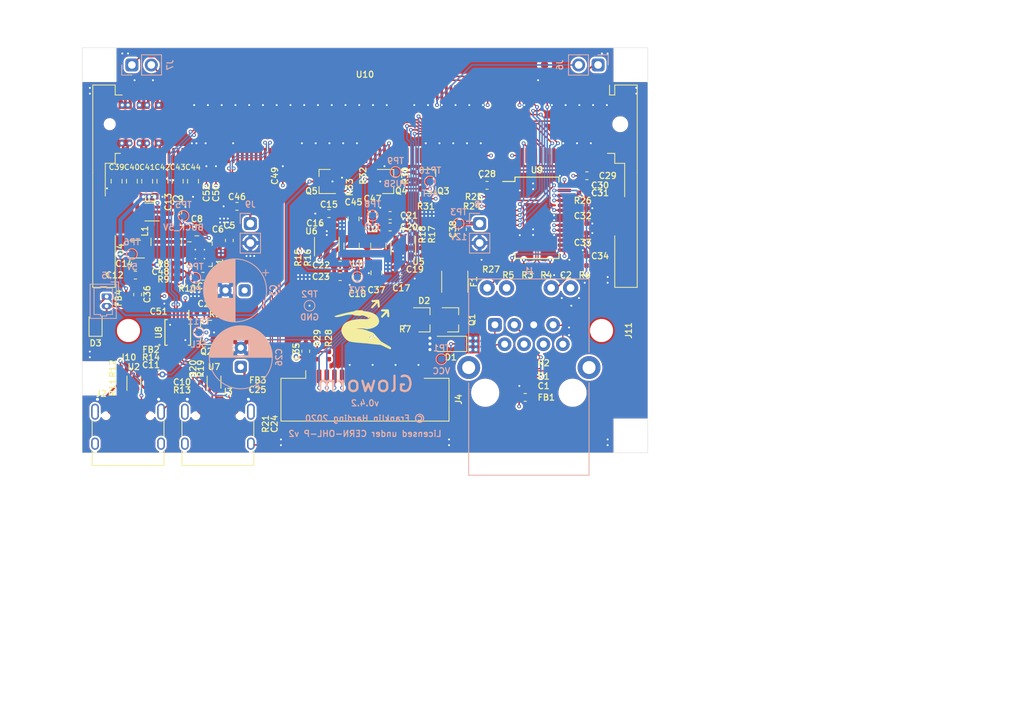
<source format=kicad_pcb>
(kicad_pcb (version 20221018) (generator pcbnew)
  (title_block (title "Gloworm") (date "2020-07-17") (rev "v0.4.2") (comment 1 "Copyright Franklin Harding 2020") (comment 2 "Licensed under CERN-OHL-P v2"))
  (layers (0 "F.Cu" signal) (1 "In1.Cu" power "GND") (2 "In2.Cu" power "PWR") (31 "B.Cu" signal) (34 "B.Paste" user) (35 "F.Paste" user) (36 "B.SilkS" user "B.Silkscreen") (37 "F.SilkS" user "F.Silkscreen") (38 "B.Mask" user) (39 "F.Mask" user) (44 "Edge.Cuts" user))
  (net 0 "")
  (net 1 "+12V")
  (net 2 "GND")
  (net 3 "+5V")
  (net 4 "+3V3")
  (net 5 "+1V8")
  (net 6 "VCC")
  (net 7 "/TPIN-")
  (net 8 "/TPIN+")
  (net 9 "/TPOUT-")
  (net 10 "/TPOUT+")
  (net 11 "/CD0_SDA")
  (net 12 "/CD0_SCL")
  (net 13 "/CAM0_LED")
  (net 14 "/CAM0_SHDN")
  (net 15 "/CAM0_C_P")
  (net 16 "/CAM0_C_N")
  (net 17 "/CAM0_D1_P")
  (net 18 "/CAM0_D1_N")
  (net 19 "/CAM0_D0_P")
  (net 20 "/CAM0_D0_N")
  (net 21 "/USR_LED_A")
  (net 22 "/LED_PWM_L")
  (net 23 "/USR_LED_B")
  (net 24 "/LED_PWM_R")
  (net 25 "Net-(L1-Pad1)")
  (net 26 "Net-(Q2-Pad3)")
  (net 27 "Net-(Q3-Pad2)")
  (net 28 "/EMMC_DISABLE_N")
  (net 29 "/EMMC_EN_N_1V8")
  (net 30 "/ETH_RST")
  (net 31 "/ETH_CS")
  (net 32 "/ETH_LEDB")
  (net 33 "/ETH_LEDA")
  (net 34 "/USB_DP")
  (net 35 "/USB_DN")
  (net 36 "/ETH_INT")
  (net 37 "/ETH_SCK")
  (net 38 "/ETH_CLK")
  (net 39 "/ETH_CIPO")
  (net 40 "/ETH_COPI")
  (net 41 "/USB_PORT_DP")
  (net 42 "/USB_PORT_DN")
  (net 43 "Net-(J2-PadA5)")
  (net 44 "/USB_BOOT_DN")
  (net 45 "/USB_BOOT_DP")
  (net 46 "Net-(J2-PadB5)")
  (net 47 "VUSB")
  (net 48 "BUCK_5V")
  (net 49 "Net-(D2-Pad2)")
  (net 50 "Net-(D2-Pad1)")
  (net 51 "/USB_PORT_TDP")
  (net 52 "/USB_PORT_TDN")
  (net 53 "/USB_BOOT_TDN")
  (net 54 "/USB_BOOT_TDP")
  (net 55 "Net-(C1-Pad2)")
  (net 56 "Net-(C2-Pad1)")
  (net 57 "Net-(C7-Pad2)")
  (net 58 "Net-(C10-Pad1)")
  (net 59 "Net-(C11-Pad1)")
  (net 60 "Net-(C24-Pad1)")
  (net 61 "Net-(C25-Pad1)")
  (net 62 "Net-(C28-Pad1)")
  (net 63 "Net-(J1-Pad9)")
  (net 64 "Net-(J1-Pad11)")
  (net 65 "Net-(J3-PadA5)")
  (net 66 "Net-(J3-PadB5)")
  (net 67 "Net-(R8-Pad2)")
  (net 68 "Net-(R15-Pad2)")
  (net 69 "Net-(R17-Pad2)")
  (net 70 "Net-(R26-Pad1)")
  (net 71 "Net-(R27-Pad2)")
  (net 72 "Net-(L2-Pad1)")
  (net 73 "Net-(L3-Pad1)")
  (net 74 "Net-(C48-Pad1)")
  (net 75 "AGND")
  (net 76 "/FAN")
  (net 77 "Net-(D3-Pad1)")
  (net 78 "Net-(D3-Pad2)")
  (net 79 "Net-(J1-Pad6)")
  (net 80 "Net-(J1-PadSH2)")
  (net 81 "Net-(J1-PadSH1)")
  (net 82 "Net-(J2-PadB8)")
  (net 83 "Net-(J2-PadA8)")
  (net 84 "Net-(J3-PadB8)")
  (net 85 "Net-(J3-PadA8)")
  (net 86 "Net-(U9-Pad5)")
  (net 87 "Net-(U9-Pad3)")
  (net 88 "Net-(U10-Pad3)")
  (net 89 "Net-(U10-Pad4)")
  (net 90 "Net-(U10-Pad5)")
  (net 91 "Net-(U10-Pad6)")
  (net 92 "Net-(U10-Pad9)")
  (net 93 "Net-(U10-Pad10)")
  (net 94 "Net-(U10-Pad12)")
  (net 95 "Net-(U10-Pad16)")
  (net 96 "Net-(U10-Pad18)")
  (net 97 "Net-(U10-Pad21)")
  (net 98 "Net-(U10-Pad22)")
  (net 99 "Net-(U10-Pad23)")
  (net 100 "Net-(U10-Pad24)")
  (net 101 "Net-(U10-Pad45)")
  (net 102 "Net-(U10-Pad46)")
  (net 103 "Net-(U10-Pad48)")
  (net 104 "Net-(U10-Pad51)")
  (net 105 "Net-(U10-Pad52)")
  (net 106 "Net-(U10-Pad53)")
  (net 107 "Net-(U10-Pad54)")
  (net 108 "Net-(U10-Pad57)")
  (net 109 "Net-(U10-Pad58)")
  (net 110 "Net-(U10-Pad59)")
  (net 111 "Net-(U10-Pad60)")
  (net 112 "Net-(U10-Pad64)")
  (net 113 "Net-(U10-Pad65)")
  (net 114 "Net-(U10-Pad66)")
  (net 115 "Net-(U10-Pad69)")
  (net 116 "Net-(U10-Pad70)")
  (net 117 "Net-(U10-Pad71)")
  (net 118 "Net-(U10-Pad72)")
  (net 119 "Net-(U10-Pad75)")
  (net 120 "Net-(U10-Pad76)")
  (net 121 "Net-(U10-Pad77)")
  (net 122 "Net-(U10-Pad78)")
  (net 123 "Net-(U10-Pad81)")
  (net 124 "Net-(U10-Pad87)")
  (net 125 "Net-(U10-Pad88)")
  (net 126 "Net-(U10-Pad89)")
  (net 127 "Net-(U10-Pad93)")
  (net 128 "Net-(U10-Pad94)")
  (net 129 "Net-(U10-Pad95)")
  (net 130 "Net-(U10-Pad96)")
  (net 131 "Net-(U10-Pad99)")
  (net 132 "Net-(U10-Pad100)")
  (net 133 "Net-(U10-Pad101)")
  (net 134 "Net-(U10-Pad102)")
  (net 135 "Net-(U10-Pad105)")
  (net 136 "Net-(U10-Pad106)")
  (net 137 "Net-(U10-Pad107)")
  (net 138 "Net-(U10-Pad108)")
  (net 139 "Net-(U10-Pad111)")
  (net 140 "Net-(U10-Pad112)")
  (net 141 "Net-(U10-Pad113)")
  (net 142 "Net-(U10-Pad114)")
  (net 143 "Net-(U10-Pad117)")
  (net 144 "Net-(U10-Pad118)")
  (net 145 "Net-(U10-Pad119)")
  (net 146 "Net-(U10-Pad120)")
  (net 147 "Net-(U10-Pad123)")
  (net 148 "Net-(U10-Pad124)")
  (net 149 "Net-(U10-Pad125)")
  (net 150 "Net-(U10-Pad126)")
  (net 151 "Net-(U10-Pad128)")
  (net 152 "Net-(U10-Pad129)")
  (net 153 "Net-(U10-Pad130)")
  (net 154 "Net-(U10-Pad131)")
  (net 155 "Net-(U10-Pad132)")
  (net 156 "Net-(U10-Pad135)")
  (net 157 "Net-(U10-Pad137)")
  (net 158 "Net-(U10-Pad141)")
  (net 159 "Net-(U10-Pad143)")
  (net 160 "Net-(U10-Pad147)")
  (net 161 "Net-(U10-Pad149)")
  (net 162 "Net-(U10-Pad153)")
  (net 163 "Net-(U10-Pad154)")
  (net 164 "Net-(U10-Pad155)")
  (net 165 "Net-(U10-Pad156)")
  (net 166 "Net-(U10-Pad158)")
  (net 167 "Net-(U10-Pad159)")
  (net 168 "Net-(U10-Pad160)")
  (net 169 "Net-(U10-Pad161)")
  (net 170 "Net-(U10-Pad162)")
  (net 171 "Net-(U10-Pad166)")
  (net 172 "Net-(U10-Pad171)")
  (net 173 "Net-(U10-Pad172)")
  (net 174 "Net-(U10-Pad173)")
  (net 175 "Net-(U10-Pad174)")
  (net 176 "Net-(U10-Pad175)")
  (net 177 "Net-(U10-Pad176)")
  (net 178 "Net-(U10-Pad177)")
  (net 179 "Net-(U10-Pad178)")
  (net 180 "Net-(U10-Pad179)")
  (net 181 "Net-(U10-Pad180)")
  (footprint "Capacitor_SMD:C_0603_1608Metric" (layer "F.Cu") (at 52.25 65.2125 -90)
    (fp_text reference "C5")
    (fp_text value "10u")
  )
  (footprint "Capacitor_SMD:C_0603_1608Metric" (layer "F.Cu") (at 85.9625 58 180)
    (fp_text reference "C28")
    (fp_text value "10u")
  )
  (footprint "Capacitor_SMD:C_0402_1005Metric" (layer "F.Cu") (at 98.485 67.25 180)
    (fp_text reference "C34")
    (fp_text value "100n")
  )
  (footprint "Capacitor_SMD:C_0402_1005Metric" (layer "F.Cu") (at 98.485 64.25 180)
    (fp_text reference "C33")
    (fp_text value "100n")
  )
  (footprint "Capacitor_SMD:C_0402_1005Metric" (layer "F.Cu") (at 98.515 63 180)
    (fp_text reference "C32")
    (fp_text value "100n")
  )
  (footprint "Capacitor_SMD:C_0402_1005Metric" (layer "F.Cu") (at 98.485 58)
    (fp_text reference "C30")
    (fp_text value "100n")
  )
  (footprint "Capacitor_SMD:C_0402_1005Metric" (layer "F.Cu") (at 98.485 59 180)
    (fp_text reference "C31")
    (fp_text value "100n")
  )
  (footprint "Capacitor_SMD:C_0402_1005Metric" (layer "F.Cu") (at 91.515 84.25)
    (fp_text reference "C1")
    (fp_text value "100n")
  )
  (footprint "Capacitor_SMD:C_0402_1005Metric" (layer "F.Cu") (at 96.265 68.5)
    (fp_text reference "C2")
    (fp_text value "100n")
  )
  (footprint "Fuse:Fuse_1812_4532Metric" (layer "F.Cu") (at 81.75 70.6125 90)
    (fp_text reference "F1")
    (fp_text value "1.5A")
  )
  (footprint "Inductor_SMD:L_0603_1608Metric" (layer "F.Cu") (at 90.9625 85.75)
    (fp_text reference "FB1")
    (fp_text value "80mA")
  )
  (footprint "gloworm:AFA07-S15ECC-00" (layer "F.Cu") (at 70 83)
    (fp_text reference "J4")
    (fp_text value "CAM")
  )
  (footprint "Resistor_SMD:R_0402_1005Metric" (layer "F.Cu") (at 45.315 68.2)
    (fp_text reference "R8")
    (fp_text value "47k")
  )
  (footprint "Resistor_SMD:R_0402_1005Metric" (layer "F.Cu") (at 45.315 70.2)
    (fp_text reference "R9")
    (fp_text value "680k/1%")
  )
  (footprint "Resistor_SMD:R_0402_1005Metric" (layer "F.Cu") (at 46.8 70.085 -90)
    (fp_text reference "R10")
    (fp_text value "130k/1%")
  )
  (footprint "Resistor_SMD:R_0402_1005Metric" (layer "F.Cu") (at 48.485 74.75)
    (fp_text reference "R23")
    (fp_text value "47k")
  )
  (footprint "Resistor_SMD:R_0402_1005Metric" (layer "F.Cu") (at 51.75 77.985 90)
    (fp_text reference "R22")
    (fp_text value "47k")
  )
  (footprint "Resistor_SMD:R_0402_1005Metric" (layer "F.Cu") (at 98.485 61)
    (fp_text reference "R26")
    (fp_text value "47k")
  )
  (footprint "Resistor_SMD:R_0402_1005Metric" (layer "F.Cu") (at 86.515 67.75)
    (fp_text reference "R27")
    (fp_text value "2k32/1%")
  )
  (footprint "Resistor_SMD:R_0402_1005Metric" (layer "F.Cu") (at 91.515 83 180)
    (fp_text reference "R1")
    (fp_text value "49.9/1%")
  )
  (footprint "Resistor_SMD:R_0402_1005Metric" (layer "F.Cu") (at 91.5 81.25 180)
    (fp_text reference "R2")
    (fp_text value "49.9/1%")
  )
  (footprint "Resistor_SMD:R_0402_1005Metric" (layer "F.Cu") (at 91.265 68.5)
    (fp_text reference "R3")
    (fp_text value "49.9/1%")
  )
  (footprint "Resistor_SMD:R_0402_1005Metric" (layer "F.Cu") (at 93.735 68.5 180)
    (fp_text reference "R4")
    (fp_text value "49.9/1%")
  )
  (footprint "Resistor_SMD:R_0402_1005Metric" (layer "F.Cu") (at 88.765 68.5 180)
    (fp_text reference "R5")
    (fp_text value "180")
  )
  (footprint "Resistor_SMD:R_0402_1005Metric" (layer "F.Cu") (at 98.5 68.5 180)
    (fp_text reference "R6")
    (fp_text value "180")
  )
  (footprint "Resistor_SMD:R_0402_1005Metric" (layer "F.Cu") (at 63.75 80.265 -90)
    (fp_text reference "R29")
    (fp_text value "1k8")
  )
  (footprint "Resistor_SMD:R_0402_1005Metric" (layer "F.Cu") (at 65.25 80.265 -90)
    (fp_text reference "R28")
    (fp_text value "1k8")
  )
  (footprint "Resistor_SMD:R_0402_1005Metric" (layer "F.Cu") (at 76.25 56.75 -90)
    (fp_text reference "R30")
    (fp_text value "47k")
  )
  (footprint "Resistor_SMD:R_0402_1005Metric" (layer "F.Cu") (at 77.985 59.75 180)
    (fp_text reference "R31")
    (fp_text value "47k")
  )
  (footprint "Package_DFN_QFN:VQFN-16-1EP_3x3mm_P0.5mm_EP1.68x1.68mm_ThermalVias" (layer "F.Cu") (at 48.4 67)
    (fp_text reference "U1")
    (fp_text value "TLV62130")
  )
  (footprint "Capacitor_SMD:C_0402_1005Metric" (layer "F.Cu") (at 58 91.485 90)
    (fp_text reference "C24")
    (fp_text value "DNP")
  )
  (footprint "Capacitor_SMD:C_0402_1005Metric" (layer "F.Cu") (at 44.015 83.75 180)
    (fp_text reference "C10")
    (fp_text value "DNP")
  )
  (footprint "Resistor_SMD:R_0402_1005Metric" (layer "F.Cu") (at 57 91.485 90)
    (fp_text reference "R21")
    (fp_text value "1M")
  )
  (footprint "Resistor_SMD:R_0402_1005Metric" (layer "F.Cu") (at 44.015 84.75 180)
    (fp_text reference "R13")
    (fp_text value "1M")
  )
  (footprint "Resistor_SMD:R_0402_1005Metric" (layer "F.Cu") (at 86.515 60.75)
    (fp_text reference "R24")
    (fp_text value "47k")
  )
  (footprint "Resistor_SMD:R_0402_1005Metric" (layer "F.Cu") (at 86.515 59.5)
    (fp_text reference "R25")
    (fp_text value "47k")
  )
  (footprint "MountingHole:MountingHole_2.2mm_M2_ISO7380" (layer "F.Cu") (at 104.75 42.25)
    (fp_text reference "MNT2" hide)
    (fp_text value "MountingHole_2.2mm_M2_ISO7380")
  )
  (footprint "MountingHole:MountingHole_2.2mm_M2_ISO7380" (layer "F.Cu") (at 35.25 42.25)
    (fp_text reference "MNT1" hide)
    (fp_text value "MountingHole_2.2mm_M2_ISO7380")
  )
  (footprint "Inductor_SMD:L_0402_1005Metric" (layer "F.Cu") (at 53.75 83.75)
    (fp_text reference "FB3")
    (fp_text value "500mA")
  )
  (footprint "gloworm:MSOP-10_3x3mm_P0.5mm_RoundRect" (layer "F.Cu") (at 45.5 77.25 -90)
    (fp_text reference "U8")
    (fp_text value "FSUSB42MUX")
  )
  (footprint "gloworm:SOT-23_RoundRect" (layer "F.Cu") (at 81.5 75.6)
    (fp_text reference "Q1")
    (fp_text value "DMP3099L")
  )
  (footprint "gloworm:SOT-23_RoundRect" (layer "F.Cu") (at 49.25 77.25 180)
    (fp_text reference "Q2")
    (fp_text value "BSS138")
  )
  (footprint "gloworm:SOT-23_RoundRect" (layer "F.Cu") (at 78.5 57.5)
    (fp_text reference "Q3")
    (fp_text value "BSS138")
  )
  (footprint "gloworm:SOT-23_RoundRect" (layer "F.Cu") (at 73 57.5)
    (fp_text reference "Q4")
    (fp_text value "BSS138")
  )
  (footprint "gloworm:TE_DDR2-SODIMM-200_1473149-x" (layer "F.Cu") (at 70 54.6 -90)
    (fp_text reference "U10")
    (fp_text value "RaspberryPi-CM3+")
  )
  (footprint "gloworm:SSOP-28_5.3x10.2mm_P0.65mm_RoundRect" (layer "F.Cu") (at 92.5 62.25)
    (fp_text reference "U9")
    (fp_text value "ENC28J60x-SS")
  )
  (footprint "Capacitor_SMD:C_0805_2012Metric" (layer "F.Cu") (at 37.5 57.4625 90)
    (fp_text reference "C39")
    (fp_text value "22u")
  )
  (footprint "Capacitor_SMD:C_0805_2012Metric" (layer "F.Cu") (at 41.5 57.4625 90)
    (fp_text reference "C41")
    (fp_text value "22u")
  )
  (footprint "Capacitor_SMD:C_0402_1005Metric" (layer "F.Cu") (at 46.985 73.5 180)
    (fp_text reference "C27")
    (fp_text value "100n")
  )
  (footprint "Capacitor_SMD:C_0402_1005Metric" (layer "F.Cu") (at 41.985 84.75)
    (fp_text reference "C11")
    (fp_text value "100n")
  )
  (footprint "Capacitor_SMD:C_0805_2012Metric" (layer "F.Cu") (at 45.5 57.4625 90)
    (fp_text reference "C43")
    (fp_text value "22u")
  )
  (footprint "Inductor_SMD:L_0402_1005Metric" (layer "F.Cu") (at 41.985 82.75 180)
    (fp_text reference "FB2")
    (fp_text value "500mA")
  )
  (footprint "Resistor_SMD:R_0402_1005Metric" (layer "F.Cu") (at 70.75 56.735 90)
    (fp_text reference "R32")
    (fp_text value "47k")
  )
  (footprint "MountingHole:MountingHole_2.2mm_M2_ISO7380" (layer "F.Cu") (at 35.25 83.25)
    (fp_text reference "MNT4" hide)
    (fp_text value "MountingHole_2.2mm_M2_ISO7380")
  )
  (footprint "gloworm:Mounting_Wuerth_WA-SMSI-M2_H3mm_9774030243" (layer "F.Cu") (at 39.05 77)
    (fp_text reference "J10")
    (fp_text value "SODIMM_L")
  )
  (footprint "gloworm:Mounting_Wuerth_WA-SMSI-M2_H3mm_9774030243" (layer "F.Cu") (at 100.95 77)
    (fp_text reference "J11")
    (fp_text value "SODIMM_L")
  )
  (footprint "Capacitor_SMD:C_0402_1005Metric" (layer "F.Cu") (at 65.515 63.2)
    (fp_text reference "C16")
    (fp_text value "100n")
  )
  (footprint "Resistor_SMD:R_0402_1005Metric" (layer "F.Cu") (at 61.5 65.215 90)
    (fp_text reference "R15")
    (fp_text value "453k/1%")
  )
  (footprint "Resistor_SMD:R_0402_1005Metric" (layer "F.Cu") (at 62.5 65.215 -90)
    (fp_text reference "R16")
    (fp_text value "100k/1%")
  )
  (footprint "Capacitor_SMD:C_0603_1608Metric" (layer "F.Cu") (at 62.25 79.7125 -90)
    (fp_text reference "C35")
    (fp_text value "10u")
  )
  (footprint "Capacitor_SMD:C_0603_1608Metric" (layer "F.Cu") (at 39.9625 69.75)
    (fp_text reference "C12")
    (fp_text value "10u")
  )
  (footprint "Capacitor_SMD:C_0402_1005Metric" (layer "F.Cu") (at 44.25 62.2 -90)
    (fp_text reference "C13")
    (fp_text value "100n")
  )
  (footprint "Capacitor_SMD:C_0402_1005Metric" (layer "F.Cu") (at 40.415 68.4)
    (fp_text reference "C14")
    (fp_text value "100n")
  )
  (footprint "Capacitor_SMD:C_0603_1608Metric" (layer "F.Cu") (at 40.25 72.2875 -90)
    (fp_text reference "C36")
    (fp_text value "10u")
  )
  (footprint "Capacitor_SMD:C_0805_2012Metric" (layer "F.Cu") (at 48 63.9 180)
    (fp_text reference "C8")
    (fp_text value "22u")
  )
  (footprint "Capacitor_SMD:C_0805_2012Metric" (layer "F.Cu") (at 39.5 57.4625 90)
    (fp_text reference "C40")
    (fp_text value "22u")
  )
  (footprint "Capacitor_SMD:C_0805_2012Metric" (layer "F.Cu") (at 43.5 57.4625 90)
    (fp_text reference "C42")
    (fp_text value "22u")
  )
  (footprint "Capacitor_SMD:C_0805_2012Metric" (layer "F.Cu") (at 47.5 57.4625 90)
    (fp_text reference "C44")
    (fp_text value "22u")
  )
  (footprint "Capacitor_SMD:C_0402_1005Metric" (layer "F.Cu") (at 51 65.115 -90)
    (fp_text reference "C6")
    (fp_text value "100n")
  )
  (footprint "Capacitor_SMD:C_0603_1608Metric" (layer "F.Cu") (at 69 70.2375 90)
    (fp_text reference "C18")
    (fp_text value "10u")
  )
  (footprint "Capacitor_SMD:C_0603_1608Metric" (layer "F.Cu") (at 45.5 61.6 -90)
    (fp_text reference "C9")
    (fp_text value "10u")
  )
  (footprint "Inductor_SMD:L_0402_1005Metric" (layer "F.Cu") (at 38.75 72.735 90)
    (fp_text reference "FB4")
    (fp_text value "500mA")
  )
  (footprint "Resistor_SMD:R_0402_1005Metric" (layer "F.Cu") (at 75.25 75.085 -90)
    (fp_text reference "R7")
    (fp_text value "47k")
  )
  (footprint "Capacitor_SMD:C_0402_1005Metric" (layer "F.Cu") (at 53.75 84.75)
    (fp_text reference "C25")
    (fp_text value "100n")
  )
  (footprint "Resistor_SMD:R_0402_1005Metric" (layer "F.Cu") (at 48.5 84.265 -90)
    (fp_text reference "R19")
    (fp_text value "56k/1%")
  )
  (footprint "Resistor_SMD:R_0402_1005Metric" (layer "F.Cu") (at 47.5 84.265 90)
    (fp_text reference "R20")
    (fp_text value "56k/1%")
  )
  (footprint "Resistor_SMD:R_0402_1005Metric" (layer "F.Cu") (at 38 84.235 -90)
    (fp_text reference "R11")
    (fp_text value "5k1/1%")
  )
  (footprint "Resistor_SMD:R_0402_1005Metric" (layer "F.Cu") (at 38 82.265 90)
    (fp_text reference "R12")
    (fp_text value "5k1/1%")
  )
  (footprint "Resistor_SMD:R_0402_1005Metric" (layer "F.Cu") (at 41.985 83.75)
    (fp_text reference "R14")
    (fp_text value "DNP")
  )
  (footprint "Fiducial:Fiducial_1mm_Mask2mm" (layer "F.Cu") (at 46.5 42.25)
    (fp_text reference "FID1" hide)
    (fp_text value "Fiducial_1mm_Mask2mm")
  )
  (footprint "Fiducial:Fiducial_1mm_Mask2mm" (layer "F.Cu") (at 93.5 42.25)
    (fp_text reference "FID2" hide)
    (fp_text value "Fiducial_1mm_Mask2mm")
  )
  (footprint "Capacitor_SMD:C_0603_1608Metric" (layer "F.Cu") (at 74.7125 70.2 180)
    (fp_text reference "C17")
    (fp_text value "10u")
  )
  (footprint "Capacitor_SMD:C_0402_1005Metric" (layer "F.Cu") (at 74.515 68.7 180)
    (fp_text reference "C19")
    (fp_text value "100n")
  )
  (footprint "Capacitor_SMD:C_0603_1608Metric" (layer "F.Cu") (at 73.2875 63.45 180)
    (fp_text reference "C20")
    (fp_text value "10u")
  )
  (footprint "Capacitor_SMD:C_0603_1608Metric" (layer "F.Cu") (at 73.2875 61.95 180)
    (fp_text reference "C21")
    (fp_text value "10u")
  )
  (footprint "Capacitor_SMD:C_0603_1608Metric" (layer "F.Cu") (at 66.75 68.45)
    (fp_text reference "C22")
    (fp_text value "10u")
  )
  (footprint "Capacitor_SMD:C_0603_1608Metric" (layer "F.Cu") (at 66.75 69.95)
    (fp_text reference "C23")
    (fp_text value "10u")
  )
  (footprint "gloworm:L_2.5x2.0" (layer "F.Cu") (at 71.75 65.95 90)
    (fp_text reference "L2")
    (fp_text value "2u2" hide)
  )
  (footprint "gloworm:L_2.5x2.0" (layer "F.Cu") (at 68.25 65.95 -90)
    (fp_text reference "L3")
    (fp_text value "2u2" hide)
  )
  (footprint "Resistor_SMD:R_0402_1005Metric" (layer "F.Cu") (at 78.5 66.7 -90)
    (fp_text reference "R17")
    (fp_text value "200k/1%")
  )
  (footprint "Resistor_SMD:R_0402_1005Metric" (layer "F.Cu") (at 77.5 66.7 90)
    (fp_text reference "R18")
    (fp_text value "100k/1%")
  )
  (footprint "Fiducial:Fiducial_1mm_Mask2mm" (layer "F.Cu") (at 104.75 87)
    (fp_text reference "FID3" hide)
    (fp_text value "Fiducial_1mm_Mask2mm")
  )
  (footprint "gloworm:NetTie" (layer "F.Cu") (at 48.15 67.9)
    (fp_text reference "NT1" hide)
    (fp_text value "AGND" hide)
  )
  (footprint "gloworm:L_SMD_4012" (layer "F.Cu") (at 44 65.4 90)
    (fp_text reference "L1")
    (fp_text value "2u2")
  )
  (footprint "Capacitor_SMD:C_0402_1005Metric" (layer "F.Cu") (at 59.25 56.765 90)
    (fp_text reference "C49")
    (fp_text value "100p")
  )
  (footprint "Capacitor_SMD:C_0402_1005Metric" (layer "F.Cu") (at 50.5 56.765 90)
    (fp_text reference "C50")
    (fp_text value "100p")
  )
  (footprint "Capacitor_SMD:C_0402_1005Metric" (layer "F.Cu") (at 43 72.985 -90)
    (fp_text reference "C51")
    (fp_text value "100p")
  )
  (footprint "Capacitor_SMD:C_0402_1005Metric" (layer "F.Cu") (at 49.25 56.75 90)
    (fp_text reference "C52")
    (fp_text value "100p")
  )
  (footprint "Capacitor_SMD:C_0402_1005Metric" (layer "F.Cu") (at 45.315 69.2 180)
    (fp_text reference "C48")
    (fp_text value "DNP")
  )
  (footprint "Capacitor_SMD:C_0603_1608Metric" (layer "F.Cu") (at 48.8 69.9)
    (fp_text reference "C7")
    (fp_text value "3n3")
  )
  (footprint "gloworm:SOT-23_RoundRect" (layer "F.Cu") (at 64.75 57.5 180)
    (fp_text reference "Q5")
    (fp_text value "BSS138")
  )
  (footprint "Resistor_SMD:R_0402_1005Metric" (layer "F.Cu") (at 67 58.25 90)
    (fp_text reference "R33")
    (fp_text value "47k")
  )
  (footprint "gloworm:D_SOT-23_ANK_RoundRect" (layer "F.Cu") (at 77.75 75.6)
    (fp_text reference "D2")
    (fp_text value "12V")
  )
  (footprint "gloworm:SOT-363_SC-70-6_RoundRect" (layer "F.Cu") (at 41.9 61.5 180)
    (fp_text reference "U3")
    (fp_text value "LM66100")
  )
  (footprint "gloworm:SOT-363_SC-70-6_RoundRect" (layer "F.Cu") (at 39.95 66.35 180)
    (fp_text reference "U4")
    (fp_text value "LM66100")
  )
  (footprint "gloworm:SOT-666_RoundRect" (layer "F.Cu") (at 39.75 83.75 90)
    (fp_text reference "U2")
    (fp_text value "USBLC-6")
  )
  (footprint "gloworm:SOT-666_RoundRect" (layer "F.Cu") (at 50.25 83.75 90)
    (fp_text reference "U7")
    (fp_text value "USBLC-6")
  )
  (footprint "gloworm:D_SOD-123F_RoundRect" (layer "F.Cu") (at 81.1 78.75 180)
    (fp_text reference "D1")
    (fp_text value "13V")
  )
  (footprint "Capacitor_SMD:C_0805_2012Metric" (layer "F.Cu") (at 71.5 69.45 -90)
    (fp_text reference "C37")
    (fp_text value "22u")
  )
  (footprint "Capacitor_SMD:C_0805_2012Metric" (layer "F.Cu") (at 68.5 62.3875 90)
    (fp_text reference "C45")
    (fp_text value "22u")
  )
  (footprint "gloworm:USB_C_Receptacle_HRO_TYPE-C-31-M-12_RoundRect" (layer "F.Cu") (at 50.75 90.75)
    (fp_text reference "J3")
    (fp_text value "USB")
  )
  (footprint "gloworm:USB_C_Receptacle_HRO_TYPE-C-31-M-12_RoundRect" (layer "F.Cu") (at 39 90.75)
    (fp_text reference "J2")
    (fp_text value "USB_Boot")
  )
  (footprint "Capacitor_SMD:C_0603_1608Metric" (layer "F.Cu") (at 52.2 68.1875 90)
    (fp_text reference "C4")
    (fp_text value "10u")
  )
  (footprint "Capacitor_SMD:C_0603_1608Metric" (layer "F.Cu") (at 82.75 63.75 90)
    (fp_text reference "C38")
    (fp_text value "10u")
  )
  (footprint "Capacitor_SMD:C_0603_1608Metric" (layer "F.Cu") (at 53.25 60.75)
    (fp_text reference "C46")
    (fp_text value "10u")
  )
  (footprint "Capacitor_SMD:C_0603_1608Metric" (layer "F.Cu") (at 65.2875 61.7)
    (fp_text reference "C15")
    (fp_text value "10u")
  )
  (footprint "Capacitor_SMD:C_0603_1608Metric" (layer "F.Cu") (at 99.0375 56.75 180)
    (fp_text reference "C29")
    (fp_text value "10u")
  )
  (footprint "gloworm:SOT-23-5_RoundRect" (layer "F.Cu") (at 75 66.2 -90)
    (fp_text reference "U5")
    (fp_text value "TLV62569DBV")
  )
  (footprint "gloworm:SOT-23-5_RoundRect" (layer "F.Cu") (at 65 65.7 90)
    (fp_text reference "U6")
    (fp_text value "TLV62569DBV")
  )
  (footprint "gloworm:gloworm_logo" (layer "F.Cu") (at 70 76.2)
    (fp_text reference "G***" hide)
    (fp_text value "LOGO" hide)
  )
  (footprint "Capacitor_SMD:C_0603_1608Metric" (layer "F.Cu") (at 71 61.7125 -90)
    (fp_text reference "C47")
    (fp_text value "DNP")
  )
  (footprint "Diode_SMD:D_SOD-323" (layer "F.Cu") (at 34.75 76.25 90)
    (fp_text reference "D3")
    (fp_text value "SD103AWS")
  )
  (footprint "MountingHole:MountingHole_2.2mm_M2_ISO7380" (layer "F.Cu") (at 104.75 90.75)
    (fp_text reference "MNT3" hide)
    (fp_text value "MountingHole_2.2mm_M2_ISO7380")
  )
  (footprint "gloworm:YDS_47F-1205BGYDNWXN" (layer "B.Cu") (at 91.5 76.25 180)
    (fp_text reference "J1")
    (fp_text value "YDS_47F-1205BGYDNW2NL")
  )
  (footprint "TestPoint:TestPoint_Pad_D1.0mm" (layer "B.Cu") (at 80 80.75 180)
    (fp_text reference "TP1")
    (fp_text value "VCC")
  )
  (footprint "TestPoint:TestPoint_Pad_D1.0mm" (layer "B.Cu") (at 62.75 73.75 180)
    (fp_text reference "TP2")
    (fp_text value "GND")
  )
  (footprint "TestPoint:TestPoint_Pad_D1.0mm" (layer "B.Cu") (at 47.8 70.1 180)
    (fp_text reference "TP4")
    (fp_text value "PG")
  )
  (footprint "TestPoint:TestPoint_Pad_D1.0mm" (layer "B.Cu") (at 48.25 77.25 180)
    (fp_text reference "TP11")
    (fp_text value "SEL")
  )
  (footprint "TestPoint:TestPoint_Pad_D1.0mm" (layer "B.Cu") (at 74 56.25 180)
    (fp_text reference "TP9")
    (fp_text value "VUSB")
  )
  (footprint "TestPoint:TestPoint_Pad_D1.0mm" (layer "B.Cu") (at 78.5 57.5 180)
    (fp_text reference "TP10")
    (fp_text value "ACT")
  )
  (footprint "Connector_Molex:Molex_PicoBlade_53047-0210_1x02_P1.25mm_Vertical" (layer "B.Cu") (at 36.2 72.55 -90)
    (fp_text reference "J5")
    (fp_text value "FAN")
  )
  (footprint "TestPoint:TestPoint_Pad_D1.0mm" (layer "B.Cu") (at 82.25 63 180)
    (fp_text reference "TP3")
    (fp_text value "12V")
  )
  (footprint "TestPoint:TestPoint_Pad_D1.0mm" (layer "B.Cu") (at 71 61.95 180)
    (fp_text reference "TP8")
    (fp_text value "1V8")
  )
  (footprint "gloworm:CP_Radial_D8.0mm_P2.50mm_RoundRect" (layer "B.Cu") (at 54.25 71.75 180)
    (fp_text reference "C3")
    (fp_text value "100u")
  )
  (footprint "gloworm:CP_Radial_D8.0mm_P2.50mm_RoundRect" (layer "B.Cu") (at 53.75 81.75 90)
    (fp_text reference "C26")
    (fp_text value "100u")
  )
  (footprint "gloworm:PinSocket_1x02_P2.54mm_Vertical_RoundRect" (layer "B.Cu") (at 100.5 42.25 90)
    (fp_text reference "J6")
    (fp_text value "LEFT")
  )
  (footprint "gloworm:PinSocket_1x02_P2.54mm_Vertical_RoundRect" (layer "B.Cu") (at 39.5 42.25 -90)
    (fp_text reference "J7")
    (fp_text value "RIGHT")
  )
  (footprint "gloworm:PinSocket_1x02_P2.54mm_Vertical_RoundRect" (layer "B.Cu") (at 85 63 180)
    (fp_text reference "J8")
    (fp_text value "PWR_L")
  )
  (footprint "gloworm:PinSocket_1x02_P2.54mm_Vertical_RoundRect" (layer "B.Cu") (at 55 63 180)
    (fp_text reference "J9")
    (fp_text value "PWR_R")
  )
  (footprint "TestPoint:TestPoint_Pad_D1.0mm" (layer "B.Cu") (at 39.5 67 180)
    (fp_text reference "TP6")
    (fp_text value "5V")
  )
  (footprint "TestPoint:TestPoint_Pad_D1.0mm" (layer "B.Cu") (at 69 70 180)
    (fp_text reference "TP7")
    (fp_text value "3V3")
  )
  (footprint "TestPoint:TestPoint_Pad_D1.0mm" (layer "B.Cu") (at 46.25 62 180)
    (fp_text reference "TP5")
    (fp_text value "BUCK_5V")
  )
  (gr_circle (center 43.1 78.9) (end 43.2 78.9) (stroke (width 0.1)) (fill none) (layer "F.SilkS"))
  (gr_circle (center 43 82.2) (end 43.1 82.2) (stroke (width 0.1)) (fill none) (layer "F.SilkS"))
  (gr_line (start 107 40) (end 33 40) (stroke (width 0.05)) (layer "Edge.Cuts"))
  (gr_line (start 33 93) (end 33 40) (stroke (width 0.05)) (layer "Edge.Cuts"))
  (gr_line (start 83 93) (end 57.75 93) (stroke (width 0.05)) (layer "Edge.Cuts"))
  (gr_line (start 107 92) (end 107 40) (stroke (width 0.05)) (layer "Edge.Cuts"))
  (gr_line (start 57 93) (end 57.75 93) (stroke (width 0.05)) (layer "Edge.Cuts"))
  (gr_line (start 107 93) (end 83 93) (stroke (width 0.05)) (layer "Edge.Cuts"))
  (gr_line (start 57 93) (end 33 93) (stroke (width 0.05)) (layer "Edge.Cuts"))
  (gr_line (start 107 92) (end 107 93) (stroke (width 0.05)) (layer "Edge.Cuts"))
  (gr_text "Gloworm" (at 70 84) (layer "B.SilkS") (effects (font (size 2 2) (thickness 0.3)) (justify mirror)))
  (gr_text "© Franklin Harding 2020" (at 70 88.5) (layer "B.SilkS") (effects (font (size 0.8 0.8)) (justify mirror)))
  (gr_text "Licensed under CERN-OHL-P v2" (at 70 90.5) (layer "B.SilkS") (effects (font (size 0.8 0.8)) (justify mirror)))
  (gr_text "v0.4.2" (at 70 86.5) (layer "B.SilkS") (effects (font (size 0.8 0.8)) (justify mirror)))
  (segment (start 49.8625 66.25) (end 50.55 66.25) (width 0.25) (layer "F.Cu") (net 1))
  (segment (start 82.7875 63) (end 82.75 62.9625) (width 0.5) (layer "F.Cu") (net 1))
  (segment (start 49.8625 66.75) (end 50.75 66.75) (width 0.25) (layer "F.Cu") (net 1))
  (segment (start 50.9375 65.5375) (end 51 65.6) (width 0.2) (layer "F.Cu") (net 1))
  (segment (start 49.15 65.5375) (end 50.9375 65.5375) (width 0.2) (layer "F.Cu") (net 1))
  (segment (start 50.75 67.25) (end 50.9 67.1) (width 0.25) (layer "F.Cu") (net 1))
  (segment (start 50.55 66.25) (end 50.9 66.6) (width 0.25) (layer "F.Cu") (net 1))
  (segment (start 81.75 63.9625) (end 81.75 68.475) (width 0.5) (layer "F.Cu") (net 1))
  (segment (start 55 61.7125) (end 54.0375 60.75) (width 0.3) (layer "F.Cu") (net 1))
  (segment (start 82.75 62.9625) (end 81.75 63.9625) (width 0.5) (layer "F.Cu") (net 1))
  (segment (start 50.75 66.75) (end 50.9 66.6) (width 0.25) (layer "F.Cu") (net 1))
  (segment (start 85 63) (end 82.7875 63) (width 0.5) (layer "F.Cu") (net 1))
  (segment (start 49.8625 67.25) (end 50.75 67.25) (width 0.25) (layer "F.Cu") (net 1))
  (segment (start 55 63) (end 55 61.7125) (width 0.3) (layer "F.Cu") (net 1))
  (via (at 50.9 67.1) (size 0.5) (drill 0.25) (layers "F.Cu" "B.Cu") (net 1))
  (via (at 50.9 66.6) (size 0.5) (drill 0.25) (layers "F.Cu" "B.Cu") (net 1))
  (via (at 51.4 67.1) (size 0.5) (drill 0.25) (layers "F.Cu" "B.Cu") (net 1))
  (via (at 51.4 66.6) (size 0.5) (drill 0.25) (layers "F.Cu" "B.Cu") (net 1))
  (segment (start 82.25 63) (end 85 63) (width 0.2) (layer "B.Cu") (net 1))
  (segment (start 71 60.925) (end 72 60.925) (width 0.2) (layer "F.Cu") (net 2))
  (segment (start 39.298602 83.75) (end 38 83.75) (width 0.3) (layer "F.Cu") (net 2))
  (segment (start 75.5 70.2) (end 76.5 70.2) (width 0.2) (layer "F.Cu") (net 2))
  (segment (start 83.35 54.1) (end 83.35 52.5) (width 0.2) (layer "F.Cu") (net 2))
  (segment (start 60.25 45.9) (end 60.25 47.5) (width 0.2) (layer "F.Cu") (net 2))
  (segment (start 51.25 45.9) (end 51.25 47.5) (width 0.2) (layer "F.Cu") (net 2))
  (segment (start 47.65 45.9) (end 47.65 47.5) (width 0.2) (layer "F.Cu") (net 2))
  (segment (start 98.97 61) (end 99.75 61) (width 0.2) (layer "F.Cu") (net 2))
  (segment (start 58.15 54.1) (end 58.15 55.75) (width 0.2) (layer "F.Cu") (net 2))
  (segment (start 81.55 54.1) (end 81.55 52.5) (width 0.2) (layer "F.Cu") (net 2))
  (segment (start 44.05 52.8) (end 44.05 45.9) (width 0.2) (layer "F.Cu") (net 2))
  (segment (start 65.9625 68.45) (end 65 68.45) (width 0.2) (layer "F.Cu") (net 2))
  (segment (start 68 83) (end 68 81.5) (width 0.25) (layer "F.Cu") (net 2))
  (segment (start 90.85 45.9) (end 90.85 47.5) (width 0.2) (layer "F.Cu") (net 2))
  (segment (start 37.5 58.4) (end 36.25 58.4) (width 0.15) (layer "F.Cu") (net 2))
  (segment (start 35.705 86.705) (end 35 86) (width 0.5) (layer "F.Cu") (net 2))
  (segment (start 51 64.63) (end 51 63.9) (width 0.2) (layer "F.Cu") (net 2))
  (segment (start 75.25 75.57) (end 75.25 76.35) (width 0.2) (layer "F.Cu") (net 2))
  (segment (start 86.03 67.75) (end 85.25 67.75) (width 0.2) (layer "F.Cu") (net 2))
  (segment (start 69.25 45.9) (end 69.25 47.5) (width 0.2) (layer "F.Cu") (net 2))
  (segment (start 39.85 45.9) (end 39.85 44.25) (width 0.2) (layer "F.Cu") (net 2))
  (segment (start 62.5 65.7) (end 62.5 66.577) (width 0.2) (layer "F.Cu") (net 2))
  (segment (start 98.97 67.25) (end 98.97 66.97) (width 0.2) (layer "F.Cu") (net 2))
  (segment (start 95.95 54.1) (end 95.95 52.5) (width 0.2) (layer "F.Cu") (net 2))
  (segment (start 43.75 53.1) (end 44.05 52.8) (width 0.2) (layer "F.Cu") (net 2))
  (segment (start 47.35 54.1) (end 47.35 52.5) (width 0.2) (layer "F.Cu") (net 2))
  (segment (start 72 58.45) (end 72 57.5) (width 0.25) (layer "F.Cu") (net 2))
  (segment (start 41.95 54.1) (end 42.127001 53.922999) (width 0.2) (layer "F.Cu") (net 2))
  (segment (start 47.5 86.705) (end 47.5 86.7) (width 0.5) (layer "F.Cu") (net 2))
  (segment (start 43.75 54.1) (end 43.75 53.1) (width 0.2) (layer "F.Cu") (net 2))
  (segment (start 65.75 56.55) (end 65.75 57.5) (width 0.2) (layer "F.Cu") (net 2))
  (segment (start 92.65 45.9) (end 92.65 44.25) (width 0.2) (layer "F.Cu") (net 2))
  (segment (start 85.45 45.9) (end 85.45 47.5) (width 0.2) (layer "F.Cu") (net 2))
  (segment (start 35.75 86.705) (end 35.75 85.98) (width 0.25) (layer "F.Cu") (net 2))
  (segment (start 49.25 56.265) (end 49.25 55.5) (width 0.2) (layer "F.Cu") (net 2))
  (segment (start 49.15 54.1) (end 49.15 52.5) (width 0.2) (layer "F.Cu") (net 2))
  (segment (start 97.75 54.1) (end 97.75 52.5) (width 0.2) (layer "F.Cu") (net 2))
  (segment (start 50.25 84.675) (end 50.25 84.25) (width 0.3) (layer "F.Cu") (net 2))
  (segment (start 96.25 45.9) (end 96.25 47.5) (width 0.2) (layer "F.Cu") (net 2))
  (segment (start 42.295 86.705) (end 43 86) (width 0.5) (layer "F.Cu") (net 2))
  (segment (start 67.15 54.1) (end 67.15 52.5) (width 0.2) (layer "F.Cu") (net 2))
  (segment (start 65.35 54.1) (end 65.35 52.5) (width 0.2) (layer "F.Cu") (net 2))
  (segment (start 74.075 61.95) (end 74.5 61.95) (width 0.3) (layer "F.Cu") (net 2))
  (segment (start 63.55 54.1) (end 63.55 52.5) (width 0.2) (layer "F.Cu") (net 2))
  (segment (start 47.95 54.1) (end 47.95 52.5) (width 0.2) (layer "F.Cu") (net 2))
  (segment (start 43.5 58.4) (end 43.5 59.5) (width 0.2) (layer "F.Cu") (net 2))
  (segment (start 54.235 84.75) (end 55 84.75) (width 0.2) (layer "F.Cu") (net 2))
  (segment (start 88.9 58.675) (end 90.25 58.675) (width 0.2) (layer "F.Cu") (net 2))
  (segment (start 47.5 86.705) (end 47.455 86.705) (width 0.5) (layer "F.Cu") (net 2))
  (segment (start 76.45 45.9) (end 76.45 47.5) (width 0.2) (layer "F.Cu") (net 2))
  (segment (start 62.25 78.925) (end 61 78.925) (width 0.2) (layer "F.Cu") (net 2))
  (segment (start 91.03 84.25) (end 90.2 84.25) (width 0.2) (layer "F.Cu") (net 2))
  (segment (start 99 63) (end 99.75 63) (width 0.2) (layer "F.Cu") (net 2))
  (segment (start 88.9 64.525) (end 90.25 64.525) (width 0.2) (layer "F.Cu") (net 2))
  (segment (start 39.55 53.077962) (end 39.85 52.777962) (width 0.2) (layer "F.Cu") (net 2))
  (segment (start 43 73.47) (end 43.75 73.47) (width 0.2) (layer "F.Cu") (net 2))
  (segment (start 65.9625 69.95) (end 65 69.95) (width 0.2) (layer "F.Cu") (net 2))
  (segment (start 52.75 54.1) (end 52.75 52.5) (width 0.2) (layer "F.Cu") (net 2))
  (segment (start 74 83) (end 74 81.5) (width 0.25) (layer "F.Cu") (net 2))
  (segment (start 101.65 45.9) (end 101.65 47.5) (width 0.2) (layer "F.Cu") (net 2))
  (segment (start 39.55 54.1) (end 39.55 53.077962) (width 0.2) (layer "F.Cu") (net 2))
  (segment (start 44.5 75.05) (end 44.5 76.25) (width 0.2) (layer "F.Cu") (net 2))
  (segment (start 50.25 84.25) (end 48.75 82.75) (width 0.3) (layer "F.Cu") (net 2))
  (segment (start 98.97 64.25) (end 99.75 64.25) (width 0.2) (layer "F.Cu") (net 2))
  (segment (start 79.75 54.1) (end 79.75 52.5) (width 0.2) (layer "F.Cu") (net 2))
  (segment (start 85.45 47.5) (end 85.422997 47.5) (width 0.2) (layer "F.Cu") (net 2))
  (segment (start 85.175 58) (end 85.175 57) (width 0.2) (layer "F.Cu") (net 2))
  (segment (start 54.85 45.9) (end 54.85 47.5) (width 0.2) (layer "F.Cu") (net 2))
  (segment (start 71.05 45.9) (end 71.05 47.5) (width 0.2) (layer "F.Cu") (net 2))
  (segment (start 50.25 76.3) (end 50.25 77.25) (width 0.2) (layer "F.Cu") (net 2))
  (segment (start 65.03 63.2) (end 64.25 63.2) (width 0.2) (layer "F.Cu") (net 2))
  (segment (start 77.95 54.1) (end 77.95 52.5) (width 0.2) (layer "F.Cu") (net 2))
  (segment (start 74.075 63.45) (end 74.75 63.45) (width 0.3) (layer "F.Cu") (net 2))
  (segment (start 39.75 84.201398) (end 39.298602 83.75) (width 0.3) (layer "F.Cu") (net 2))
  (segment (start 85.15 54.1) (end 85.15 52.5) (width 0.2) (layer "F.Cu") (net 2))
  (segment (start 61.75 54.1) (end 61.75 52.5) (width 0.2) (layer "F.Cu") (net 2))
  (segment (start 56.65 45.9) (end 56.65 47.5) (width 0.2) (layer "F.Cu") (net 2))
  (segment (start 45.5 60.8125) (end 46.5 60.8125) (width 0.2) (layer "F.Cu") (net 2))
  (segment (start 98.97 58) (end 99.75 58) (width 0.2) (layer "F.Cu") (net 2))
  (segment (start 96.1 64.525) (end 94.75 64.525) (width 0.2) (layer "F.Cu") (net 2))
  (segment (start 96.75 68.5) (end 96.75 67.75) (width 0.2) (layer "F.Cu") (net 2))
  (segment (start 47.5 58.4) (end 47.5 59.5) (width 0.15) (layer "F.Cu") (net 2))
  (segment (start 42.25 86.705) (end 42.295 86.705) (width 0.5) (layer "F.Cu") (net 2))
  (segment (start 99.55 54.1) (end 99.55 52.5) (width 0.2) (layer "F.Cu") (net 2))
  (segment (start 83.65 45.9) (end 83.65 47.5) (width 0.2) (layer "F.Cu") (net 2))
  (segment (start 63.85 45.9) (end 63.85 47.5) (width 0.2) (layer "F.Cu") (net 2))
  (segment (start 78.25 45.9) (end 78.25 47.5) (width 0.2) (layer "F.Cu") (net 2))
  (segment (start 98.05 45.9) (end 98.05 47.5) (width 0.2) (layer "F.Cu") (net 2))
  (segment (start 80.05 45.9) (end 80.05 47.5) (width 0.2) (layer "F.Cu") (net 2))
  (segment (start 74.75 63.45) (end 75 63.2) (width 0.3) (layer "F.Cu") (net 2))
  (segment (start 54.045 86.705) (end 54.75 86) (width 0.5) (layer "F.Cu") (net 2))
  (segment (start 48.775 68.5875) (end 48.775 70.875) (width 0.2) (layer "F.Cu") (net 2))
  (segment (start 65.65 45.9) (end 65.65 47.5) (width 0.2) (layer "F.Cu") (net 2))
  (segment (start 52.4625 60.75) (end 51.5 60.75) (width 0.2) (layer "F.Cu") (net 2))
  (segment (start 42.25 45.9) (end 42.25 44.25) (width 0.2) (layer "F.Cu") (net 2))
  (segment (start 42.127001 46.022999) (end 42.25 45.9) (width 0.2) (layer "F.Cu") (net 2))
  (segment (start 96.1 62.575) (end 94.75 62.575) (width 0.2) (layer "F.Cu") (net 2))
  (segment (start 77 83) (end 77 81.5) (width 0.25) (layer "F.Cu") (net 2))
  (segment (start 74.5 61.95) (end 75 62.45) (width 0.3) (layer "F.Cu") (net 2))
  (segment (start 54 86.705) (end 54.045 86.705) (width 0.5) (layer "F.Cu") (net 2))
  (segment (start 64.5 61.7) (end 63.5 61.7) (width 0.2) (layer "F.Cu") (net 2))
  (segment (start 45.5 58.4) (end 45.5 59.5) (width 0.15) (layer "F.Cu") (net 2))
  (segment (start 76.25 57.235) (end 75.21496 57.235) (width 0.2) (layer "F.Cu") (net 2))
  (segment (start 81.85 45.9) (end 81.85 47.5) (width 0.2) (layer "F.Cu") (net 2))
  (segment (start 58.45 45.9) (end 58.45 47.5) (width 0.2) (layer "F.Cu") (net 2))
  (segment (start 71 83) (end 71 81.5) (width 0.25) (layer "F.Cu") (net 2))
  (segment (start 47.47 73.5) (end 48.25 73.5) (width 0.2) (layer "F.Cu") (net 2))
  (segment (start 47.455 86.705) (end 46.75 86) (width 0.5) (layer "F.Cu") (net 2))
  (segment (start 49.45 45.9) (end 49.45 47.5) (width 0.2) (layer "F.Cu") (net 2))
  (segment (start 99.85 45.9) (end 99.85 47.5) (width 0.2) (layer "F.Cu") (net 2))
  (segment (start 62.05 45.9) (end 62.05 47.5) (width 0.2) (layer "F.Cu") (net 2))
  (segment (start 48.65 68.4625) (end 48.775 68.5875) (width 0.2) (layer "F.Cu") (net 2))
  (segment (start 67 57.765) (end 67 57) (width 0.2) (layer "F.Cu") (net 2))
  (segment (start 94.45 45.9) (end 94.45 47.5) (width 0.2) (layer "F.Cu") (net 2))
  (segment (start 72.55 54.1) (end 72.55 55.5) (width 0.2) (layer "F.Cu") (net 2))
  (segment (start 68.95 54.1) (end 68.95 52.5) (width 0.2) (layer "F.Cu") (net 2))
  (segment (start 50.5 56.28) (end 50.5 55.5) (width 0.2) (layer "F.Cu") (net 2))
  (segment (start 39.85 52.777962) (end 39.85 45.9) (width 0.2) (layer "F.Cu") (net 2))
  (segment (start 35.75 85.98) (end 37.98 83.75) (width 0.25) (layer "F.Cu") (net 2))
  (segment (start 53.05 45.9) (end 53.05 47.5) (width 0.2) (layer "F.Cu") (net 2))
  (segment (start 35.75 86.705) (end 35.705 86.705) (width 0.5) (layer "F.Cu") (net 2))
  (segment (start 39.75 84.675) (end 39.75 84.201398) (width 0.3) (layer "F.Cu") (net 2))
  (segment (start 37.98 83.75) (end 38 83.75) (width 0.25) (layer "F.Cu") (net 2))
  (segment (start 52.25 64.425) (end 52.25 63.5) (width 0.2) (layer "F.Cu") (net 2))
  (segment (start 46.5 79.45) (end 46.5 78.25) (width 0.2) (layer "F.Cu") (net 2))
  (segment (start 72.85 45.9) (end 72.85 47.5) (width 0.2) (layer "F.Cu") (net 2))
  (segment (start 98.97 59) (end 99.75 59) (width 0.2) (layer "F.Cu") (net 2))
  (segment (start 98.97 66.97) (end 98.5 66.5) (width 0.2) (layer "F.Cu") (net 2))
  (segment (start 59.25 56.28) (end 59.25 55.5) (width 0.2) (layer "F.Cu") (net 2))
  (segment (start 42.127001 53.922999) (end 42.127001 46.022999) (width 0.2) (layer "F.Cu") (net 2))
  (segment (start 96.1 61.925) (end 94.75 61.925) (width 0.2) (layer "F.Cu") (net 2))
  (segment (start 67.45 45.9) (end 67.45 47.5) (width 0.2) (layer "F.Cu") (net 2))
  (segment (start 69 71.025) (end 68 71.025) (width 0.2) (layer "F.Cu") (net 2))
  (via (at 68.95 52.5) (size 0.5) (drill 0.25) (layers "F.Cu" "B.Cu") (net 2))
  (via (at 47.95 52.5) (size 0.5) (drill 0.25) (layers "F.Cu" "B.Cu") (net 2))
  (via (at 85.15 52.5) (size 0.5) (drill 0.25) (layers "F.Cu" "B.Cu") (net 2))
  (via (at 72 57.5) (size 0.5) (drill 0.25) (layers "F.Cu" "B.Cu") (net 2))
  (via (at 92.65 44.25) (size 0.5) (drill 0.25) (layers "F.Cu" "B.Cu") (net 2))
  (via (at 51.55 62.85) (size 0.5) (drill 0.25) (layers "F.Cu" "B.Cu") (net 2))
  (via (at 75 67.7) (size 0.5) (drill 0.25) (layers "F.Cu" "B.Cu") (net 2))
  (via (at 52.25 63.5) (size 0.5) (drill 0.25) (layers "F.Cu" "B.Cu") (net 2))
  (via (at 52.05 62.85) (size 0.5) (drill 0.25) (layers "F.Cu" "B.Cu") (net 2))
  (via (at 62.25 70.25) (size 0.5) (drill 0.25) (layers "F.Cu" "B.Cu") (net 2))
  (via (at 79 62) (size 0.5) (drill 0.25) (layers "F.Cu" "B.Cu") (net 2))
  (via (at 47.75 72) (size 0.5) (drill 0.25) (layers "F.Cu" "B.Cu") (net 2))
  (via (at 43.75 73.47) (size 0.5) (drill 0.25) (layers "F.Cu" "B.Cu") (net 2))
  (via (at 62.05 47.5) (size 0.5) (drill 0.25) (layers "F.Cu" "B.Cu") (net 2))
  (via (at 97.75 52.5) (size 0.5) (drill 0.25) (layers "F.Cu" "B.Cu") (net 2))
  (via (at 71.05 47.5) (size 0.5) (drill 0.25) (layers "F.Cu" "B.Cu") (net 2))
  (via (at 77.5 62) (size 0.5) (drill 0.25) (layers "F.Cu" "B.Cu") (net 2))
  (via (at 62.5 66.577) (size 0.5) (drill 0.25) (layers "F.Cu" "B.Cu") (net 2))
  (via (at 61.25 70.25) (size 0.5) (drill 0.25) (layers "F.Cu" "B.Cu") (net 2))
  (via (at 48.75 82.75) (size 0.5) (drill 0.25) (layers "F.Cu" "B.Cu") (net 2))
  (via (at 101.75 91.25) (size 0.5) (drill 0.25) (layers "F.Cu" "B.Cu") (net 2))
  (via (at 63.55 52.5) (size 0.5) (drill 0.25) (layers "F.Cu" "B.Cu") (net 2))
  (via (at 78 61.5) (size 0.5) (drill 0.25) (layers "F.Cu" "B.Cu") (net 2))
  (via (at 77.5 61.5) (size 0.5) (drill 0.25) (layers "F.Cu" "B.Cu") (net 2))
  (via (at 101 58) (size 0.5) (drill 0.25) (layers "F.Cu" "B.Cu") (net 2))
  (via (at 65 64) (size 0.5) (drill 0.25) (layers "F.Cu" "B.Cu") (net 2))
  (via (at 51.05 62.85) (size 0.5) (drill 0.25) (layers "F.Cu" "B.Cu") (net 2))
  (via (at 54.85 47.5) (size 0.5) (drill 0.25) (layers "F.Cu" "B.Cu") (net 2))
  (via (at 51.25 47.5) (size 0.5) (drill 0.25) (layers "F.Cu" "B.Cu") (net 2))
  (via (at 49.45 47.5) (size 0.5) (drill 0.25) (layers "F.Cu" "B.Cu") (net 2))
  (via (at 90.25 58.675) (size 0.5) (drill 0.25) (layers "F.Cu" "B.Cu") (net 2))
  (via (at 39.85 44.25) (size 0.5) (drill 0.25) (layers "F.Cu" "B.Cu") (net 2))
  (via (at 83.65 47.5) (size 0.5) (drill 0.25) (layers "F.Cu" "B.Cu") (net 2))
  (via (at 95.5 56.75) (size 0.5) (drill 0.25) (layers "F.Cu" "B.Cu") (net 2))
  (via (at 83.35 52.5) (size 0.5) (drill 0.25) (layers "F.Cu" "B.Cu") (net 2))
  (via (at 59.25 55.5) (size 0.5) (drill 0.25) (layers "F.Cu" "B.Cu") (net 2))
  (via (at 53.05 47.5) (size 0.5) (drill 0.25) (layers "F.Cu" "B.Cu") (net 2))
  (via (at 81 92) (size 0.5) (drill 0.25) (layers "F.Cu" "B.Cu") (net 2))
  (via (at 65 64.5) (size 0.5) (drill 0.25) (layers "F.Cu" "B.Cu") (net 2))
  (via (at 101.75 70) (size 0.5) (drill 0.25) (layers "F.Cu" "B.Cu") (net 2))
  (via (at 39 40.75) (size 0.5) (drill 0.25) (layers "F.Cu" "B.Cu") (net 2))
  (via (at 75 62.45) (size 0.5) (drill 0.25) (layers "F.Cu" "B.Cu") (net 2))
  (via (at 48.25 72) (size 0.5) (drill 0.25) (layers "F.Cu" "B.Cu") (net 2))
  (via (at 45.5 59.5) (size 0.5) (drill 0.25) (layers "F.Cu" "B.Cu") (net 2))
  (via (at 75.21496 57.235) (size 0.5) (drill 0.25) (layers "F.Cu" "B.Cu") (net 2))
  (via (at 70.75 78) (size 0.5) (drill 0.25) (layers "F.Cu" "B.Cu") (net 2))
  (via (at 47.5 59.5) (size 0.5) (drill 0.25) (layers "F.Cu" "B.Cu") (net 2))
  (via (at 47.35 52.5) (size 0.5) (drill 0.25) (layers "F.Cu" "B.Cu") (net 2))
  (via (at 61.25 69.75) (size 0.5) (drill 0.25) (layers "F.Cu" "B.Cu") (net 2))
  (via (at 78.5 61.5) (size 0.5) (drill 0.25) (layers "F.Cu" "B.Cu") (net 2))
  (via (at 49.25 55.5) (size 0.5) (drill 0.25) (layers "F.Cu" "B.Cu") (net 2))
  (via (at 94.75 64.525) (size 0.5) (drill 0.25) (layers "F.Cu" "B.Cu") (net 2))
  (via (at 99.75 63) (size 0.5) (drill 0.25) (layers "F.Cu" "B.Cu") (net 2))
  (via (at 99.55 52.5) (size 0.5) (drill 0.25) (layers "F.Cu" "B.Cu") (net 2))
  (via (at 43 86) (size 0.8) (drill 0.4) (layers "F.Cu" "B.Cu") (net 2))
  (via (at 75 67.2) (size 0.5) (drill 0.25) (layers "F.Cu" "B.Cu") (net 2))
  (via (at 34 79.75) (size 0.5) (drill 0.25) (layers "F.Cu" "B.Cu") (net 2))
  (via (at 62.25 69.75) (size 0.5) (drill 0.25) (layers "F.Cu" "B.Cu") (net 2))
  (via (at 101.65 47.5) (size 0.5) (drill 0.25) (layers "F.Cu" "B.Cu") (net 2))
  (via (at 98.75 70.75) (size 0.5) (drill 0.25) (layers "F.Cu" "B.Cu") (net 2))
  (via (at 36.25 58.4) (size 0.5) (drill 0.25) (layers "F.Cu" "B.Cu") (net 2))
  (via (at 46.75 86) (size 0.8) (drill 0.4) (layers "F.Cu" "B.Cu") (net 2))
  (via (at 72.85 47.5) (size 0.5) (drill 0.25) (layers "F.Cu" "B.Cu") (net 2))
  (via (at 65.75 57.5) (size 0.5) (drill 0.25) (layers "F.Cu" "B.Cu") (net 2))
  (via (at 99.75 58) (size 0.5) (drill 0.25) (layers "F.Cu" "B.Cu") (net 2))
  (via (at 78.5 78) (size 0.8) (drill 0.4) (layers "F.Cu" "B.Cu") (net 2))
  (via (at 94.75 62.575) (size 0.5) (drill 0.25) (layers "F.Cu" "B.Cu") (net 2))
  (via (at 50.5 55.5) (size 0.5) (drill 0.25) (layers "F.Cu" "B.Cu") (net 2))
  (via (at 92 64.5) (size 0.5) (drill 0.25) (layers "F.Cu" "B.Cu") (net 2))
  (via (at 101 59) (size 0.5) (drill 0.25) (layers "F.Cu" "B.Cu") (net 2))
  (via (at 76.5 70.2) (size 0.5) (drill 0.25) (layers "F.Cu" "B.Cu") (net 2))
  (via (at 90.25 64.525) (size 0.5) (drill 0.25) (layers "F.Cu" "B.Cu") (net 2))
  (via (at 97 73.75) (size 0.5) (drill 0.25) (layers "F.Cu" "B.Cu") (net 2))
  (via (at 62.75 69.75) (size 0.5) (drill 0.25) (layers "F.Cu" "B.Cu") (net 2))
  (via (at 80.05 47.5) (size 0.5) (drill 0.25) (layers "F.Cu" "B.Cu") (net 2))
  (via (at 63.5 61.7) (size 0.5) (drill 0.25) (layers "F.Cu" "B.Cu") (net 2))
  (via (at 105.5 45.25) (size 0.5) (drill 0.25) (layers "F.Cu" "B.Cu") (net 2))
  (via (at 67.15 52.5) (size 0.5) (drill 0.25) (layers "F.Cu" "B.Cu") (net 2))
  (via (at 49.15 52.5) (size 0.5) (drill 0.25) (layers "F.Cu" "B.Cu") (net 2))
  (via (at 68 81.5) (size 0.5) (drill 0.25) (layers "F.Cu" "B.Cu") (net 2))
  (via (at 92 57.75) (size 0.5) (drill 0.25) (layers "F.Cu" "B.Cu") (net 2))
  (via (at 50.25 77.25) (size 0.5) (drill 0.25) (layers "F.Cu" "B.Cu") (net 2))
  (via (at 47.65 47.5) (size 0.5) (drill 0.25) (layers "F.Cu" "B.Cu") (net 2))
  (via (at 69.25 47.5) (size 0.5) (drill 0.25) (layers "F.Cu" "B.Cu") (net 2))
  (via (at 64.25 63.2) (size 0.5) (drill 0.25) (layers "F.Cu" "B.Cu") (net 2))
  (via (at 78.5 79.5) (size 0.8) (drill 0.4) (layers "F.Cu" "B.Cu") (net 2))
  (via (at 81.55 52.5) (size 0.5) (drill 0.25) (layers "F.Cu" "B.Cu") (net 2))
  (via (at 65 68.45) (size 0.5) (drill 0.25) (layers "F.Cu" "B.Cu") (net 2))
  (via (at 56.65 47.5) (size 0.5) (drill 0.25) (layers "F.Cu" "B.Cu") (net 2))
  (via (at 58.45 47.5) (size 0.5) (drill 0.25) (layers "F.Cu" "B.Cu") (net 2))
  (via (at 76.45 47.5) (size 0.5) (drill 0.25) (layers "F.Cu" "B.Cu") (net 2))
  (via (at 62.75 73.75) (size 0.5) (drill 0.25) (layers "F.Cu" "B.Cu") (net 2))
  (via (at 72 60.925) (size 0.5) (drill 0.25) (layers "F.Cu" "B.Cu") (net 2))
  (via (at 99.85 47.5) (size 0.5) (drill 0.25) (layers "F.Cu" "B.Cu") (net 2))
  (via (at 43.5 59.5) (size 0.5) (drill 0.25) (layers "F.Cu" "B.Cu") (net 2))
  (via (at 62.75 70.25) (size 0.5) (drill 0.25) (layers "F.Cu" "B.Cu") (net 2))
  (via (at 96.7 76.6) (size 0.5) (drill 0.25) (layers "F.Cu" "B.Cu") (net 2))
  (via (at 85.25 67.75) (size 0.5) (drill 0.25) (layers "F.Cu" "B.Cu") (net 2))
  (via (at 35 86) (size 0.8) (drill 0.4) (layers "F.Cu" "B.Cu") (net 2))
  (via (at 93.75 69.75) (size 0.5) (drill 0.25) (layers "F.Cu" "B.Cu") (net 2))
  (via (at 90.2 84.25) (size 0.5) (drill 0.25) (layers "F.Cu" "B.Cu") (net 2))
  (via (at 99.75 59) (size 0.5) (drill 0.25) (layers "F.Cu" "B.Cu") (net 2))
  (via (at 77.5 64.95) (size 0.5) (drill 0.25) (layers "F.Cu" "B.Cu") (net 2))
  (via (at 75 63.2) (size 0.5) (drill 0.25) (layers "F.Cu" "B.Cu") (net 2))
  (via (at 79.75 52.5) (size 0.5) (drill 0.25) (layers "F.Cu" "B.Cu") (net 2))
  (via (at 46.5 78.25) (size 0.5) (drill 0.25) (layers "F.Cu" "B.Cu") (net 2))
  (via (at 54.75 86) (size 0.8) (drill 0.4) (layers "F.Cu" "B.Cu") (net 2))
  (via (at 34 46) (size 0.5) (drill 0.25) (layers "F.Cu" "B.Cu") (net 2))
  (via (at 95.75 72.75) (size 0.5) (drill 0.25) (layers "F.Cu" "B.Cu") (net 2))
  (via (at 105.5 46) (size 0.5) (drill 0.25) (layers "F.Cu" "B.Cu") (net 2))
  (via (at 77.95 52.5) (size 0.5) (drill 0.25) (layers "F.Cu" "B.Cu") (net 2))
  (via (at 51.05 62.35) (size 0.5) (drill 0.25) (layers "F.Cu" "B.Cu") (net 2))
  (via (at 55 84.75) (size 0.5) (drill 0.25) (layers "F.Cu" "B.Cu") (net 2))
  (via (at 34 80.5) (size 0.5) (drill 0.25) (layers "F.Cu" "B.Cu") (net 2))
  (via (at 61.75 69.75) (size 0.5) (drill 0.25) (layers "F.Cu" "B.Cu") (net 2))
  (via (at 94.75 61.925) (size 0.5) (drill 0.25) (layers "F.Cu" "B.Cu") (net 2))
  (via (at 78.25 47.5) (size 0.5) (drill 0.25) (layers "F.Cu" "B.Cu") (net 2))
  (via (at 61 78.925) (size 0.5) (drill 0.25) (layers "F.Cu" "B.Cu") (net 2))
  (via (at 99.75 64.25) (size 0.5) (drill 0.25) (layers "F.Cu" "B.Cu") (net 2))
  (via (at 92 63.75) (size 0.5) (drill 0.25) (layers "F.Cu" "B.Cu") (net 2))
  (via (at 47.75 72.5) (size 0.5) (drill 0.25) (layers "F.Cu" "B.Cu") (net 2))
  (via (at 61.75 52.5) (size 0.5) (drill 0.25) (layers "F.Cu" "B.Cu") (net 2))
  (via (at 68 71.025) (size 0.5) (drill 0.25) (layers "F.Cu" "B.Cu") (net 2))
  (via (at 71.25 77.75) (size 0.5) (drill 0.25) (layers "F.Cu" "B.Cu") (net 2))
  (via (at 75.25 76.35) (size 0.5) (drill 0.25) (layers "F.Cu" "B.Cu") (net 2))
  (via (at 42.25 44.25) (size 0.5) (drill 0.25) (layers "F.Cu" "B.Cu") (net 2))
  (via (at 58.15 55.75) (size 0.5) (drill 0.25) (layers "F.Cu" "B.Cu") (net 2))
  (via (at 61.75 70.25) (size 0.5) (drill 0.25) (layers "F.Cu" "B.Cu") (net 2))
  (via (at 90.85 47.5) (size 0.5) (drill 0.25) (layers "F.Cu" "B.Cu") (net 2))
  (via (at 47.25 72.5) (size 0.5) (drill 0.25) (layers "F.Cu" "B.Cu") (net 2))
  (via (at 52.05 62.35) (size 0.5) (drill 0.25) (layers "F.Cu" "B.Cu") (net 2))
  (via (at 67 57) (size 0.5) (drill 0.25) (layers "F.Cu" "B.Cu") (net 2))
  (via (at 78.5 78.75) (size 0.8) (drill 0.4) (layers "F.Cu" "B.Cu") (net 2))
  (via (at 34 45.25) (size 0.5) (drill 0.25) (layers "F.Cu" "B.Cu") (net 2))
  (via (at 98.5 66.5) (size 0.5) (drill 0.25) (layers "F.Cu" "B.Cu") (net 2))
  (via (at 81 91.25) (size 0.5) (drill 0.25) (layers "F.Cu" "B.Cu") (net 2))
  (via (at 38.25 40.75) (size 0.5) (drill 0.25) (layers "F.Cu" "B.Cu") (net 2))
  (via (at 101.75 40.75) (size 0.5) (drill 0.25) (layers "F.Cu" "B.Cu") (net 2))
  (via (at 95.75 69.75) (size 0.5) (drill 0.25) (layers "F.Cu" "B.Cu") (net 2))
  (via (at 60.25 47.5) (size 0.5) (drill 0.25) (layers "F.Cu" "B.Cu") (net 2))
  (via (at 74 81.5) (size 0.5) (drill 0.25) (layers "F.Cu" "B.Cu") (net 2))
  (via (at 51 63.9) (size 0.5) (drill 0.25) (layers "F.Cu" "B.Cu") (net 2))
  (via (at 55.5 67.25) (size 0.5) (drill 0.25) (layers "F.Cu" "B.Cu") (net 2))
  (via (at 52.75 52.5) (size 0.5) (drill 0.25) (layers "F.Cu" "B.Cu") (net 2))
  (via (at 92 58.5) (size 0.5) (drill 0.25) (layers "F.Cu" "B.Cu") (net 2))
  (via (at 48.25 73.5) (size 0.5) (drill 0.25) (layers "F.Cu" "B.Cu") (net 2))
  (via (at 51.5 60.75) (size 0.5) (drill 0.25) (layers "F.Cu" "B.Cu") (net 2))
  (via (at 65 69.95) (size 0.5) (drill 0.25) (layers "F.Cu" "B.Cu") (net 2))
  (via (at 96.25 47.5) (size 0.5) (drill 0.25) (layers "F.Cu" "B.Cu") (net 2))
  (via (at 99.75 61) (size 0.5) (drill 0.25) (layers "F.Cu" "B.Cu") (net 2))
  (via (at 54.5 67.25) (size 0.5) (drill 0.25) (layers "F.Cu" "B.Cu") (net 2))
  (via (at 96.75 67.75) (size 0.5) (drill 0.25) (layers "F.Cu" "B.Cu") (net 2))
  (via (at 48.25 72.5) (size 0.5) (drill 0.25) (layers "F.Cu" "B.Cu") (net 2))
  (via (at 94.75 69.75) (size 0.5) (drill 0.25) (layers "F.Cu" "B.Cu") (net 2))
  (via (at 72.55 55.5) (size 0.5) (drill 0.25) (layers "F.Cu" "B.Cu") (net 2))
  (via (at 44.5 76.25) (size 0.5) (drill 0.25) (layers "F.Cu" "B.Cu") (net 2))
  (via (at 55 67.25) (size 0.5) (drill 0.25) (layers "F.Cu" "B.Cu") (net 2))
  (via (at 95.95 52.5) (size 0.5) (drill 0.25) (layers "F.Cu" "B.Cu") (net 2))
  (via (at 85.422997 47.5) (size 0.5) (drill 0.25) (layers "F.Cu" "B.Cu") (net 2))
  (via (at 78 62) (size 0.5) (drill 0.25) (layers "F.Cu" "B.Cu") (net 2))
  (via (at 101.75 70.75) (size 0.5) (drill 0.25) (layers "F.Cu" "B.Cu") (net 2))
  (via (at 79 61.5) (size 0.5) (drill 0.25) (layers "F.Cu" "B.Cu") (net 2))
  (via (at 63.85 47.5) (size 0.5) (drill 0.25) (layers "F.Cu" "B.Cu") (net 2))
  (via (at 65.35 52.5) (size 0.5) (drill 0.25) (layers "F.Cu" "B.Cu") (net 2))
  (via (at 77 81.5) (size 0.5) (drill 0.25) (layers "F.Cu" "B.Cu") (net 2))
  (via (at 51.55 62.35) (size 0.5) (drill 0.25) (layers "F.Cu" "B.Cu") (net 2))
  (via (at 70.5 69.5) (size 0.5) (drill 0.25) (layers "F.Cu" "B.Cu") (net 2))
  (via (at 98.05 47.5) (size 0.5) (drill 0.25) (layers "F.Cu" "B.Cu") (net 2))
  (via (at 46.5 60.8125) (size 0.5) (drill 0.25) (layers "F.Cu" "B.Cu") (net 2))
  (via (at 101.75 92) (size 0.5) (drill 0.25) (layers "F.Cu" "B.Cu") (net 2))
  (via (at 101 40.75) (size 0.5) (drill 0.25) (layers "F.Cu" "B.Cu") (net 2))
  (via (at 69.5 62.3) (size 0.5) (drill 0.25) (layers "F.Cu" "B.Cu") (net 2))
  (via (at 94.45 47.5) (size 0.5) (drill 0.25) (layers "F.Cu" "B.Cu") (net 2))
  (via (at 59 91.25) (size 0.5) (drill 0.25) (layers "F.Cu" "B.Cu") (net 2))
  (via (at 78.5 62) (size 0.5) (drill 0.25) (layers "F.Cu" "B.Cu") (net 2))
  (via (at 81.85 47.5) (size 0.5) (drill 0.25) (layers "F.Cu" "B.Cu") (net 2))
  (via (at 85.175 57) (size 0.5) (drill 0.25) (layers "F.Cu" "B.Cu") (net 2))
  (via (at 65.65 47.5) (size 0.5) (drill 0.25) (layers "F.Cu" "B.Cu") (net 2))
  (via (at 47.25 72) (size 0.5) (drill 0.25) (layers "F.Cu" "B.Cu") (net 2))
  (via (at 71 81.5) (size 0.5) (drill 0.25) (layers "F.Cu" "B.Cu") (net 2))
  (via (at 96.7 77.6) (size 0.5) (drill 0.25) (layers "F.Cu" "B.Cu") (net 2))
  (via (at 98 72.75) (size 0.5) (drill 0.25) (layers "F.Cu" "B.Cu") (net 2))
  (via (at 59 92) (size 0.5) (drill 0.25) (layers "F.Cu" "B.Cu") (net 2))
  (via (at 67.45 47.5) (size 0.5) (drill 0.25) (layers "F.Cu" "B.Cu") (net 2))
  (segment (start 54.235 82.235) (end 53.75 81.75) (width 0.3) (layer "F.Cu") (net 3))
  (segment (start 40.95 62.15) (end 40.55 62.15) (width 0.3) (layer "F.Cu") (net 3))
  (segment (start 39.425 72.25) (end 40.25 73.075) (width 0.3) (layer "F.Cu") (net 3))
  (segment (start 75.53 63.95) (end 75 63.95) (width 0.2) (layer "F.Cu") (net 3))
  (segment (start 40.2 60.3) (end 40.2 61.8) (width 0.5) (layer "F.Cu") (net 3))
  (segment (start 39 67) (end 38 67) (width 0.3) (layer "F.Cu") (net 3))
  (segment (start 75.95 64.37) (end 75.53 63.95) (width 0.2) (layer "F.Cu") (net 3))
  (segment (start 68.25 61.7) (end 68.5 61.45) (width 0.3) (layer "F.Cu") (net 3))
  (segment (start 75.95 65.1) (end 75.95 64.37) (width 0.2) (layer "F.Cu") (net 3))
  (segment (start 71.6875 70.2) (end 71.5 70.3875) (width 0.3) (layer "F.Cu") (net 3))
  (segment (start 73.925 70.2) (end 71.6875 70.2) (width 0.3) (layer "F.Cu") (net 3))
  (segment (start 38.75 71.5) (end 38.75 72.25) (width 0.3) (layer "F.Cu") (net 3))
  (segment (start 66.075 61.7) (end 68.25 61.7) (width 0.3) (layer "F.Cu") (net 3))
  (segment (start 38.75 72.25) (end 39.425 72.25) (width 0.3) (layer "F.Cu") (net 3))
  (segment (start 54.235 83.75) (end 54.235 82.235) (width 0.3) (layer "F.Cu") (net 3))
  (segment (start 41 59.5) (end 40.2 60.3) (width 0.5) (layer "F.Cu") (net 3))
  (segment (start 40.55 62.15) (end 40.2 61.8) (width 0.3) (layer "F.Cu") (net 3))
  (segment (start 64.05 66.8) (end 64.05 67.75) (width 0.2) (layer "F.Cu") (net 3))
  (via (at 66.75 62.7) (size 0.5) (drill 0.25) (layers "F.Cu" "B.Cu") (net 3))
  (via (at 67.25 63.2) (size 0.5) (drill 0.25) (layers "F.Cu" "B.Cu") (net 3))
  (via (at 41.75 59.5) (size 0.8) (drill 0.4) (layers "F.Cu" "B.Cu") (net 3))
  (via (at 73.25 68.7) (size 0.5) (drill 0.25) (layers "F.Cu" "B.Cu") (net 3))
  (via (at 66.75 63.2) (size 0.5) (drill 0.25) (layers "F.Cu" "B.Cu") (net 3))
  (via (at 38.2 52.5) (size 0.8) (drill 0.4) (layers "F.Cu" "B.Cu") (net 3))
  (via (at 39.2 52.5) (size 0.8) (drill 0.4) (layers "F.Cu" "B.Cu") (net 3))
  (via (at 72.75 68.2) (size 0.5) (drill 0.25) (layers "F.Cu" "B.Cu") (net 3))
  (via (at 67.25 62.7) (size 0.5) (drill 0.25) (layers "F.Cu" "B.Cu") (net 3))
  (via (at 67.25 63.7) (size 0.5) (drill 0.25) (layers "F.Cu" "B.Cu") (net 3))
  (via (at 72.75 69.2) (size 0.5) (drill 0.25) (layers "F.Cu" "B.Cu") (net 3))
  (via (at 72.75 68.7) (size 0.5) (drill 0.25) (layers "F.Cu" "B.Cu") (net 3))
  (via (at 39 47.5) (size 0.8) (drill 0.4) (layers "F.Cu" "B.Cu") (net 3))
  (via (at 66.75 63.7) (size 0.5) (drill 0.25) (layers "F.Cu" "B.Cu") (net 3))
  (via (at 41 59.5) (size 0.8) (drill 0.4) (layers "F.Cu" "B.Cu") (net 3))
  (via (at 38.75 71.5) (size 0.5) (drill 0.25) (layers "F.Cu" "B.Cu") (net 3))
  (via (at 73.25 69.2) (size 0.5) (drill 0.25) (layers "F.Cu" "B.Cu") (net 3))
  (via (at 75 63.95) (size 0.5) (drill 0.25) (layers "F.Cu" "B.Cu") (net 3))
  (via (at 42.5 59.5) (size 0.8) (drill 0.4) (layers "F.Cu" "B.Cu") (net 3))
  (via (at 38 67) (size 0.8) (drill 0.4) (layers "F.Cu" "B.Cu") (net 3))
  (via (at 38.25 47.5) (size 0.8) (drill 0.4) (layers "F.Cu" "B.Cu") (net 3))
  (via (at 73.25 68.2) (size 0.5) (drill 0.25) (layers "F.Cu" "B.Cu") (net 3))
  (via (at 64.05 67.75) (size 0.5) (drill 0.25) (layers "F.Cu" "B.Cu") (net 3))
  (segment (start 64.05 67.75) (end 66.75 65.05) (width 0.2) (layer "B.Cu") (net 3))
  (segment (start 38 67) (end 38 70.05) (width 0.3) (layer "B.Cu") (net 3))
  (segment (start 42.5 59.5) (end 41.75 59.5) (width 0.5) (layer "B.Cu") (net 3))
  (segment (start 73.25 65.7) (end 73.25 68.2) (width 0.2) (layer "B.Cu") (net 3))
  (segment (start 38 70.75) (end 38.75 71.5) (width 0.3) (layer "B.Cu") (net 3))
  (segment (start 39.5 67) (end 38 67) (width 0.2) (layer "B.Cu") (net 3))
  (segment (start 66.75 65.05) (end 66.75 63.7) (width 0.2) (layer "B.Cu") (net 3))
  (segment (start 38 67) (end 38 62.5) (width 0.5) (layer "B.Cu") (net 3))
  (segment (start 41.75 59.5) (end 41 59.5) (width 0.5) (layer "B.Cu") (net 3))
  (segment (start 75 63.95) (end 73.25 65.7) (width 0.2) (layer "B.Cu") (net 3))
  (segment (start 38 62.5) (end 41 59.5) (width 0.5) (layer "B.Cu") (net 3))
  (segment (start 38 70.05) (end 38 70.75) (width 0.3) (layer "B.Cu") (net 3))
  (segment (start 96.1 66.475) (end 96.1 67.25) (width 0.2) (layer "F.Cu") (net 4))
  (segment (start 49.25 57.235) (end 49.25 58) (width 0.2) (layer "F.Cu") (net 4))
  (segment (start 96.1 59.975) (end 94.75 59.975) (width 0.2) (layer "F.Cu") (net 4))
  (segment (start 96.1 63.875) (end 97.625 63.875) (width 0.2) (layer "F.Cu") (net 4))
  (segment (start 97.025 59.975) (end 96.1 59.975) (width 0.2) (layer "F.Cu") (net 4))
  (segment (start 98 57) (end 98.25 56.75) (width 0.2) (layer "F.Cu") (net 4))
  (segment (start 86.03 60.75) (end 85.25 60.75) (width 0.2) (layer "F.Cu") (net 4))
  (segment (start 48.97 74.75) (end 48.97 75.75) (width 0.2) (layer "F.Cu") (net 4))
  (segment (start 96.1 58.025) (end 96.1 57.25) (width 0.2) (layer "F.Cu") (net 4))
  (segment (start 96.1 66.475) (end 97.225 66.475) (width 0.2) (layer "F.Cu") (net 4))
  (segment (start 97.805 63.225) (end 98.03 63) (width 0.2) (layer "F.Cu") (net 4))
  (segment (start 63.75 79.78) (end 63.75 78.75) (width 0.2) (layer "F.Cu") (net 4))
  (segment (start 97.625 63.875) (end 98 64.25) (width 0.2) (layer "F.Cu") (net 4))
  (segment (start 85.75 54.1) (end 86.5 54.1) (width 0.2) (layer "F.Cu") (net 4))
  (segment (start 90.175 85.75) (end 90.175 86.925) (width 0.2) (layer "F.Cu") (net 4))
  (segment (start 63.75 79.78) (end 65.25 79.78) (width 0.2) (layer "F.Cu") (net 4))
  (segment (start 96.1 63.225) (end 94.75 63.225) (width 0.2) (layer "F.Cu") (net 4))
  (segment (start 50.5 57.25) (end 50.5 58) (width 0.2) (layer "F.Cu") (net 4))
  (segment (start 98.25 56.75) (end 97.25 56.75) (width 0.2) (layer "F.Cu") (net 4))
  (segment (start 98 58) (end 96.125 58) (width 0.2) (layer "F.Cu") (net 4))
  (segment (start 89.95 54.1) (end 89.25 54.1) (width 0.2) (layer "F.Cu") (net 4))
  (segment (start 96.1 63.225) (end 97.805 63.225) (width 0.2) (layer "F.Cu") (net 4))
  (segment (start 90.25 47.5) (end 90.222997 47.5) (width 0.2) (layer "F.Cu") (net 4))
  (segment (start 86.05 45.9) (end 86.05 47.5) (width 0.2) (layer "F.Cu") (net 4))
  (segment (start 98 58) (end 98 57) (width 0.2) (layer "F.Cu") (net 4))
  (segment (start 86.03 59.5) (end 85.25 59.5) (width 0.2) (layer "F.Cu") (net 4))
  (segment (start 46.5 73.5) (end 46.5 72.75) (width 0.2) (layer "F.Cu") (net 4))
  (segment (start 96.125 58) (end 96.1 58.025) (width 0.2) (layer "F.Cu") (net 4))
  (segment (start 98 59) (end 97.025 59.975) (width 0.2) (layer "F.Cu") (net 4))
  (segment (start 63 81.25) (end 62.25 80.5) (width 0.3) (layer "F.Cu") (net 4))
  (segment (start 59.25 57.25) (end 59.25 58) (width 0.2) (layer "F.Cu") (net 4))
  (segment (start 78.47 59.75) (end 79.25 59.75) (width 0.2) (layer "F.Cu") (net 4))
  (segment (start 90.175 87) (end 90.175 86.925) (width 0.2) (layer "F.Cu") (net 4))
  (segment (start 43 72.5) (end 43.75 72.5) (width 0.2) (layer "F.Cu") (net 4))
  (segment (start 63 83) (end 63 81.25) (width 0.3) (layer "F.Cu") (net 4))
  (segment (start 97.225 66.475) (end 98 67.25) (width 0.2) (layer "F.Cu") (net 4))
  (segment (start 43.5 56.525) (end 41.5 56.525) (width 0.5) (layer "F.Cu") (net 4))
  (segment (start 46.5 75.05) (end 46.5 73.5) (width 0.2) (layer "F.Cu") (net 4))
  (segment (start 62.25 80.5) (end 61 80.5) (width 0.3) (layer "F.Cu") (net 4))
  (segment (start 96.1 63.875) (end 94.75 63.875) (width 0.2) (layer "F.Cu") (net 4))
  (segment (start 90.25 45.9) (end 90.25 47.5) (width 0.2) (layer "F.Cu") (net 4))
  (segment (start 61.5 65.7) (end 61.5 66.6) (width 0.2) (layer "F.Cu") (net 4))
  (via (at 68.5 68.45) (size 0.5) (drill 0.25) (layers "F.Cu" "B.Cu") (net 4))
  (via (at 85.25 59.5) (size 0.5) (drill 0.25) (layers "F.Cu" "B.Cu") (net 4))
  (via (at 90.222997 47.5) (size 0.5) (drill 0.25) (layers "F.Cu" "B.Cu") (net 4))
  (via (at 40.5 47.5) (size 0.8) (drill 0.4) (layers "F.Cu" "B.Cu") (net 4))
  (via (at 94.75 59.975) (size 0.5) (drill 0.25) (layers "F.Cu" "B.Cu") (net 4))
  (via (at 69.5 67.95) (size 0.5) (drill 0.25) (layers "F.Cu" "B.Cu") (net 4))
  (via (at 63.75 78.75) (size 0.5) (drill 0.25) (layers "F.Cu" "B.Cu") (net 4))
  (via (at 46.5 72.75) (size 0.5) (drill 0.25) (layers "F.Cu" "B.Cu") (net 4))
  (via (at 69 67.95) (size 0.5) (drill 0.25) (layers "F.Cu" "B.Cu") (net 4))
  (via (at 94.75 63.875) (size 0.5) (drill 0.25) (layers "F.Cu" "B.Cu") (net 4))
  (via (at 61.5 66.6) (size 0.5) (drill 0.25) (layers "F.Cu" "B.Cu") (net 4))
  (via (at 43.75 72.5) (size 0.5) (drill 0.25) (layers "F.Cu" "B.Cu") (net 4))
  (via (at 86.05 47.5) (size 0.5) (drill 0.25) (layers "F.Cu" "B.Cu") (net 4))
  (via (at 49.25 58) (size 0.5) (drill 0.25) (layers "F.Cu" "B.Cu") (net 4))
  (via (at 69.5 68.45) (size 0.5) (drill 0.25) (layers "F.Cu" "B.Cu") (net 4))
  (via (at 61 80.5) (size 0.8) (drill 0.4) (layers "F.Cu" "B.Cu") (net 4))
  (via (at 69 68.45) (size 0.5) (drill 0.25) (layers "F.Cu" "B.Cu") (net 4))
  (via (at 48.97 75.75) (size 0.5) (drill 0.25) (layers "F.Cu" "B.Cu") (net 4))
  (via (at 96.1 57.25) (size 0.5) (drill 0.25) (layers "F.Cu" "B.Cu") (net 4))
  (via (at 41.5 52.5) (size 0.8) (drill 0.4) (layers "F.Cu" "B.Cu") (net 4))
  (via (at 59.25 58) (size 0.5) (drill 0.25) (layers "F.Cu" "B.Cu") (net 4))
  (via (at 86.5 54.1) (size 0.5) (drill 0.25) (layers "F.Cu" "B.Cu") (net 4))
  (via (at 68.5 67.95) (size 0.5) (drill 0.25) (layers "F.Cu" "B.Cu") (net 4))
  (via (at 96.1 67.25) (size 0.5) (drill 0.25) (layers "F.Cu" "B.Cu") (net 4))
  (via (at 85.25 60.75) (size 0.5) (drill 0.25) (layers "F.Cu" "B.Cu") (net 4))
  (via (at 40.5 52.5) (size 0.8) (drill 0.4) (layers "F.Cu" "B.Cu") (net 4))
  (via (at 97.25 56.75) (size 0.5) (drill 0.25) (layers "F.Cu" "B.Cu") (net 4))
  (via (at 79.25 59.75) (size 0.5) (drill 0.25) (layers "F.Cu" "B.Cu") (net 4))
  (via (at 89.25 54.1) (size 0.5) (drill 0.25) (layers "F.Cu" "B.Cu") (net 4))
  (via (at 94.75 63.225) (size 0.5) (drill 0.25) (layers "F.Cu" "B.Cu") (net 4))
  (via (at 50.5 58) (size 0.5) (drill 0.25) (layers "F.Cu" "B.Cu") (net 4))
  (via (at 90.175 86.925) (size 0.5) (drill 0.25) (layers "F.Cu" "B.Cu") (net 4))
  (via (at 41.5 47.5) (size 0.8) (drill 0.4) (layers "F.Cu" "B.Cu") (net 4))
  (segment (start 62.6 69) (end 67.95 69) (width 0.2) (layer "B.Cu") (net 4))
  (segment (start 61.5 67.9) (end 62.6 69) (width 0.2) (layer "B.Cu") (net 4))
  (segment (start 67.95 69) (end 68.5 68.45) (width 0.2) (layer "B.Cu") (net 4))
  (segment (start 69 68.45) (end 69 70) (width 0.2) (layer "B.Cu") (net 4))
  (segment (start 61.5 66.6) (end 61.5 67.9) (width 0.2) (layer "B.Cu") (net 4))
  (segment (start 78.5 65.244038) (end 74.503952 61.24799) (width 0.2) (layer "F.Cu") (net 5))
  (segment (start 70.75 57.22) (end 70 57.22) (width 0.2) (layer "F.Cu") (net 5))
  (segment (start 74.503952 61.24799) (end 73.20201 61.24799) (width 0.2) (layer "F.Cu") (net 5))
  (segment (start 73.20201 61.24799) (end 72.5 61.95) (width 0.2) (layer "F.Cu") (net 5))
  (segment (start 42.55 54.1) (end 42.55 52.95) (width 0.25) (layer "F.Cu") (net 5))
  (segment (start 78.5 66.215) (end 78.5 65.244038) (width 0.2) (layer "F.Cu") (net 5))
  (segment (start 42.55 52.95) (end 43 52.5) (width 0.25) (layer "F.Cu") (net 5))
  (via (at 43 47.5) (size 0.8) (drill 0.4) (layers "F.Cu" "B.Cu") (net 5))
  (via (at 71.5 63.45) (size 0.5) (drill 0.25) (layers "F.Cu" "B.Cu") (net 5))
  (via (at 70 57.22) (size 0.5) (drill 0.25) (layers "F.Cu" "B.Cu") (net 5))
  (via (at 70.5 63.45) (size 0.5) (drill 0.25) (layers "F.Cu" "B.Cu") (net 5))
  (via (at 71 63.45) (size 0.5) (drill 0.25) (layers "F.Cu" "B.Cu") (net 5))
  (via (at 71.5 63.95) (size 0.5) (drill 0.25) (layers "F.Cu" "B.Cu") (net 5))
  (via (at 43 52.5) (size 0.8) (drill 0.4) (layers "F.Cu" "B.Cu") (net 5))
  (via (at 70.5 63.95) (size 0.5) (drill 0.25) (layers "F.Cu" "B.Cu") (net 5))
  (via (at 71 63.95) (size 0.5) (drill 0.25) (layers "F.Cu" "B.Cu") (net 5))
  (segment (start 70 57.22) (end 70 62.95) (width 0.2) (layer "B.Cu") (net 5))
  (segment (start 70 62.95) (end 70.5 63.45) (width 0.2) (layer "B.Cu") (net 5))
  (segment (start 71 61.95) (end 71 63.45) (width 0.2) (layer "B.Cu") (net 5))
  (segment (start 82.5 78.75) (end 81.25 78.75) (width 0.2) (layer "F.Cu") (net 6))
  (via (at 84.5 79.5) (size 0.8) (drill 0.4) (layers "F.Cu" "B.Cu") (net 6))
  (via (at 81.25 78.75) (size 0.5) (drill 0.25) (layers "F.Cu" "B.Cu") (net 6))
  (via (at 83.75 79.5) (size 0.8) (drill 0.4) (layers "F.Cu" "B.Cu") (net 6))
  (via (at 83.75 78.75) (size 0.8) (drill 0.4) (layers "F.Cu" "B.Cu") (net 6))
  (via (at 84.5 78.75) (size 0.8) (drill 0.4) (layers "F.Cu" "B.Cu") (net 6))
  (via (at 83.75 78) (size 0.8) (drill 0.4) (layers "F.Cu" "B.Cu") (net 6))
  (via (at 84.5 78) (size 0.8) (drill 0.4) (layers "F.Cu" "B.Cu") (net 6))
  (segment (start 81.25 79.5) (end 80 80.75) (width 0.2) (layer "B.Cu") (net 6))
  (segment (start 81.25 78.75) (end 81.25 79.5) (width 0.2) (layer "B.Cu") (net 6))
  (segment (start 91.558198 65.3595) (end 90.397001 65.3595) (width 0.154) (layer "F.Cu") (net 7))
  (segment (start 92.6405 67.8905) (end 92.6405 66.441802) (width 0.154) (layer "F.Cu") (net 7))
  (segment (start 90.397001 65.3595) (end 90.212501 65.175) (width 0.154) (layer "F.Cu") (net 7))
  (segment (start 95.89 76.518698) (end 96.3905 76.018198) (width 0.154) (layer "F.Cu") (net 7))
  (segment (start 96.3905 76.018198) (end 96.3905 74.441802) (width 0.154) (layer "F.Cu") (net 7))
  (segment (start 95.308198 73.3595) (end 93.558198 73.3595) (width 0.154) (layer "F.Cu") (net 7))
  (segment (start 92.6405 72.441802) (end 92.6405 69.1095) (width 0.154) (layer "F.Cu") (net 7))
  (segment (start 92.6405 69.1095) (end 93.25 68.5) (width 0.154) (layer "F.Cu") (net 7))
  (segment (start 96.3905 74.441802) (end 95.308198 73.3595) (width 0.154) (layer "F.Cu") (net 7))
  (segment (start 92.6405 66.441802) (end 91.558198 65.3595) (width 0.154) (layer "F.Cu") (net 7))
  (segment (start 93.558198 73.3595) (end 92.6405 72.441802) (width 0.154) (layer "F.Cu") (net 7))
  (segment (start 90.212501 65.175) (end 88.9 65.175) (width 0.154) (layer "F.Cu") (net 7))
  (segment (start 93.25 68.5) (end 92.6405 67.8905) (width 0.154) (layer "F.Cu") (net 7))
  (segment (start 95.89 78.86) (end 95.89 76.518698) (width 0.154) (layer "F.Cu") (net 7))
  (segment (start 92.329791 69.870665) (end 92.351979 69.807256) (width 0.154) (layer "F.Cu") (net 8))
  (segment (start 92.0595 70.0405) (end 92.126257 70.032978) (width 0.154) (layer "F.Cu") (net 8))
  (segment (start 92.351979 70.873743) (end 92.329791 70.810334) (width 0.154) (layer "F.Cu") (net 8))
  (segment (start 92.0595 71.2405) (end 92.126257 71.232978) (width 0.154) (layer "F.Cu") (net 8))
  (segment (start 92.246547 71.175049) (end 92.29405 71.127546) (width 0.154) (layer "F.Cu") (net 8))
  (segment (start 92.0595 70.6405) (end 91.907795 70.6405) (width 0.154) (layer "F.Cu") (net 8))
  (segment (start 91.441802 65.6405) (end 90.397001 65.6405) (width 0.154) (layer "F.Cu") (net 8))
  (segment (start 92.29405 70.753453) (end 92.246547 70.70595) (width 0.154) (layer "F.Cu") (net 8))
  (segment (start 91.907795 70.6405) (end 91.841039 70.632978) (width 0.154) (layer "F.Cu") (net 8))
  (segment (start 92.3595 67.8905) (end 92.3595 66.558198) (width 0.154) (layer "F.Cu") (net 8))
  (segment (start 92.3595 69.7405) (end 92.3595 69.1095) (width 0.154) (layer "F.Cu") (net 8))
  (segment (start 92.246547 71.90595) (end 92.189666 71.870209) (width 0.154) (layer "F.Cu") (net 8))
  (segment (start 91.841039 71.832978) (end 91.77763 71.81079) (width 0.154) (layer "F.Cu") (net 8))
  (segment (start 91.907795 70.0405) (end 92.0595 70.0405) (width 0.154) (layer "F.Cu") (net 8))
  (segment (start 91.607795 70.3405) (end 91.615317 70.273743) (width 0.154) (layer "F.Cu") (net 8))
  (segment (start 91.615317 71.473743) (end 91.637505 71.410334) (width 0.154) (layer "F.Cu") (net 8))
  (segment (start 91.77763 70.070209) (end 91.841039 70.048021) (width 0.154) (layer "F.Cu") (net 8))
  (segment (start 91.907795 71.8405) (end 91.841039 71.832978) (width 0.154) (layer "F.Cu") (net 8))
  (segment (start 91.841039 70.048021) (end 91.907795 70.0405) (width 0.154) (layer "F.Cu") (net 8))
  (segment (start 92.3595 72.1405) (end 92.351979 72.073743) (width 0.154) (layer "F.Cu") (net 8))
  (segment (start 90.397001 65.6405) (end 90.212501 65.825) (width 0.154) (layer "F.Cu") (net 8))
  (segment (start 91.607795 71.5405) (end 91.615317 71.473743) (width 0.154) (layer "F.Cu") (net 8))
  (segment (start 91.637505 71.410334) (end 91.673246 71.353453) (width 0.154) (layer "F.Cu") (net 8))
  (segment (start 91.907795 71.2405) (end 92.0595 71.2405) (width 0.154) (layer "F.Cu") (net 8))
  (segment (start 91.720749 70.10595) (end 91.77763 70.070209) (width 0.154) (layer "F.Cu") (net 8))
  (segment (start 92.29405 71.127546) (end 92.329791 71.070665) (width 0.154) (layer "F.Cu") (net 8))
  (segment (start 92.189666 71.870209) (end 92.126257 71.848021) (width 0.154) (layer "F.Cu") (net 8))
  (segment (start 95.191802 73.6405) (end 93.441802 73.6405) (width 0.154) (layer "F.Cu") (net 8))
  (segment (start 92.189666 70.01079) (end 92.246547 69.975049) (width 0.154) (layer "F.Cu") (net 8))
  (segment (start 92.29405 71.953453) (end 92.246547 71.90595) (width 0.154) (layer "F.Cu") (net 8))
  (segment (start 92.126257 70.032978) (end 92.189666 70.01079) (width 0.154) (layer "F.Cu") (net 8))
  (segment (start 92.246547 70.70595) (end 92.189666 70.670209) (width 0.154) (layer "F.Cu") (net 8))
  (segment (start 91.75 68.5) (end 92.3595 67.8905) (width 0.154) (layer "F.Cu") (net 8))
  (segment (start 92.3595 72.558198) (end 92.3595 72.1405) (width 0.154) (layer "F.Cu") (net 8))
  (segment (start 91.615317 71.607256) (end 91.607795 71.5405) (width 0.154) (layer "F.Cu") (net 8))
  (segment (start 91.841039 70.632978) (end 91.77763 70.61079) (width 0.154) (layer "F.Cu") (net 8))
  (segment (start 92.3595 70.9405) (end 92.351979 70.873743) (width 0.154) (layer "F.Cu") (net 8))
  (segment (start 92.329791 70.810334) (end 92.29405 70.753453) (width 0.154) (layer "F.Cu") (net 8))
  (segment (start 92.351979 72.073743) (end 92.329791 72.010334) (width 0.154) (layer "F.Cu") (net 8))
  (segment (start 92.3595 69.1095) (end 91.75 68.5) (width 0.154) (layer "F.Cu") (net 8))
  (segment (start 92.3595 66.558198) (end 91.441802 65.6405) (width 0.154) (layer "F.Cu") (net 8))
  (segment (start 92.29405 69.927546) (end 92.329791 69.870665) (width 0.154) (layer "F.Cu") (net 8))
  (segment (start 95.691302 76.32) (end 96.1095 75.901802) (width 0.154) (layer "F.Cu") (net 8))
  (segment (start 92.329791 72.010334) (end 92.29405 71.953453) (width 0.154) (layer "F.Cu") (net 8))
  (segment (start 92.189666 70.670209) (end 92.126257 70.648021) (width 0.154) (layer "F.Cu") (net 8))
  (segment (start 91.637505 71.670665) (end 91.615317 71.607256) (width 0.154) (layer "F.Cu") (net 8))
  (segment (start 91.77763 71.270209) (end 91.841039 71.248021) (width 0.154) (layer "F.Cu") (net 8))
  (segment (start 92.126257 71.232978) (end 92.189666 71.21079) (width 0.154) (layer "F.Cu") (net 8))
  (segment (start 91.673246 71.353453) (end 91.720749 71.30595) (width 0.154) (layer "F.Cu") (net 8))
  (segment (start 92.246547 69.975049) (end 92.29405 69.927546) (width 0.154) (layer "F.Cu") (net 8))
  (segment (start 91.77763 70.61079) (end 91.720749 70.575049) (width 0.154) (layer "F.Cu") (net 8))
  (segment (start 91.615317 70.273743) (end 91.637505 70.210334) (width 0.154) (layer "F.Cu") (net 8))
  (segment (start 96.1095 75.901802) (end 96.1095 74.558198) (width 0.154) (layer "F.Cu") (net 8))
  (segment (start 93.441802 73.6405) (end 92.3595 72.558198) (width 0.154) (layer "F.Cu") (net 8))
  (segment (start 91.637505 70.210334) (end 91.673246 70.153453) (width 0.154) (layer "F.Cu") (net 8))
  (segment (start 92.351979 71.007256) (end 92.3595 70.9405) (width 0.154) (layer "F.Cu") (net 8))
  (segment (start 94.62 76.32) (end 95.691302 76.32) (width 0.154) (layer "F.Cu") (net 8))
  (segment (start 91.673246 70.527546) (end 91.637505 70.470665) (width 0.154) (layer "F.Cu") (net 8))
  (segment (start 92.329791 71.070665) (end 92.351979 71.007256) (width 0.154) (layer "F.Cu") (net 8))
  (segment (start 91.637505 70.470665) (end 91.615317 70.407256) (width 0.154) (layer "F.Cu") (net 8))
  (segment (start 91.77763 71.81079) (end 91.720749 71.775049) (width 0.154) (layer "F.Cu") (net 8))
  (segment (start 92.189666 71.21079) (end 92.246547 71.175049) (width 0.154) (layer "F.Cu") (net 8))
  (segment (start 90.212501 65.825) (end 88.9 65.825) (width 0.154) (layer "F.Cu") (net 8))
  (segment (start 91.720749 71.30595) (end 91.77763 71.270209) (width 0.154) (layer "F.Cu") (net 8))
  (segment (start 96.1095 74.558198) (end 95.191802 73.6405) (width 0.154) (layer "F.Cu") (net 8))
  (segment (start 92.0595 71.8405) (end 91.907795 71.8405) (width 0.154) (layer "F.Cu") (net 8))
  (segment (start 92.351979 69.807256) (end 92.3595 69.7405) (width 0.154) (layer "F.Cu") (net 8))
  (segment (start 91.720749 70.575049) (end 91.673246 70.527546) (width 0.154) (layer "F.Cu") (net 8))
  (segment (start 91.615317 70.407256) (end 91.607795 70.3405) (width 0.154) (layer "F.Cu") (net 8))
  (segment (start 92.126257 70.648021) (end 92.0595 70.6405) (width 0.154) (layer "F.Cu") (net 8))
  (segment (start 92.126257 71.848021) (end 92.0595 71.8405) (width 0.154) (layer "F.Cu") (net 8))
  (segment (start 91.673246 71.727546) (end 91.637505 71.670665) (width 0.154) (layer "F.Cu") (net 8))
  (segment (start 91.720749 71.775049) (end 91.673246 71.727546) (width 0.154) (layer "F.Cu") (net 8))
  (segment (start 91.841039 71.248021) (end 91.907795 71.2405) (width 0.154) (layer "F.Cu") (net 8))
  (segment (start 91.673246 70.153453) (end 91.720749 70.10595) (width 0.154) (layer "F.Cu") (net 8))
  (segment (start 93.875243 81.984479) (end 93.942 81.992) (width 0.154) (layer "F.Cu") (net 9))
  (segment (start 93.649521 81.758757) (end 93.671709 81.822166) (width 0.154) (layer "F.Cu") (net 9))
  (segment (start 93.671709 81.822166) (end 93.70745 81.879047) (width 0.154) (layer "F.Cu") (net 9))
  (segment (start 95.809302 81.992) (end 97.3595 80.441802) (width 0.154) (layer "F.Cu") (net 9))
  (segment (start 93.472165 81.037216) (end 93.529046 81.072957) (width 0.154) (layer "F.Cu") (net 9))
  (segment (start 93.942 81.992) (end 94.008756 81.984479) (width 0.154) (layer "F.Cu") (net 9))
  (segment (start 93.754953 81.92655) (end 93.811834 81.962291) (width 0.154) (layer "F.Cu") (net 9))
  (segment (start 93.642 81.692) (end 93.649521 81.758757) (width 0.154) (layer "F.Cu") (net 9))
  (segment (start 92.929046 81.92655) (end 92.976549 81.879047) (width 0.154) (layer "F.Cu") (net 9))
  (segment (start 92.808756 81.984479) (end 92.872165 81.962291) (width 0.154) (layer "F.Cu") (net 9))
  (segment (start 94.608756 81.015028) (end 94.672165 81.037216) (width 0.154) (layer "F.Cu") (net 9))
  (segment (start 92.872165 81.962291) (end 92.929046 81.92655) (width 0.154) (layer "F.Cu") (net 9))
  (segment (start 94.842 81.692) (end 94.849521 81.758757) (width 0.154) (layer "F.Cu") (net 9))
  (segment (start 94.834478 81.24075) (end 94.842 81.307506) (width 0.154) (layer "F.Cu") (net 9))
  (segment (start 94.30745 81.12046) (end 94.354953 81.072957) (width 0.154) (layer "F.Cu") (net 9))
  (segment (start 95.142 81.992) (end 95.809302 81.992) (width 0.154) (layer "F.Cu") (net 9))
  (segment (start 93.042 81.307506) (end 93.049521 81.24075) (width 0.154) (layer "F.Cu") (net 9))
  (segment (start 94.249521 81.24075) (end 94.271709 81.177341) (width 0.154) (layer "F.Cu") (net 9))
  (segment (start 91.757 81.992) (end 92.742 81.992) (width 0.154) (layer "F.Cu") (net 9))
  (segment (start 93.342 81.007506) (end 93.408756 81.015028) (width 0.154) (layer "F.Cu") (net 9))
  (segment (start 97.412501 65.825) (end 96.1 65.825) (width 0.154) (layer "F.Cu") (net 9))
  (segment (start 93.042 81.692) (end 93.042 81.307506) (width 0.154) (layer "F.Cu") (net 9))
  (segment (start 93.408756 81.015028) (end 93.472165 81.037216) (width 0.154) (layer "F.Cu") (net 9))
  (segment (start 93.10745 81.12046) (end 93.154953 81.072957) (width 0.154) (layer "F.Cu") (net 9))
  (segment (start 93.049521 81.24075) (end 93.071709 81.177341) (width 0.154) (layer "F.Cu") (net 9))
  (segment (start 94.849521 81.758757) (end 94.871709 81.822166) (width 0.154) (layer "F.Cu") (net 9))
  (segment (start 93.634478 81.24075) (end 93.642 81.307506) (width 0.154) (layer "F.Cu") (net 9))
  (segment (start 93.70745 81.879047) (end 93.754953 81.92655) (width 0.154) (layer "F.Cu") (net 9))
  (segment (start 94.475243 81.015028) (end 94.542 81.007506) (width 0.154) (layer "F.Cu") (net 9))
  (segment (start 91.015 81.25) (end 91.757 81.992) (width 0.154) (layer "F.Cu") (net 9))
  (segment (start 94.234478 81.758757) (end 94.242 81.692) (width 0.154) (layer "F.Cu") (net 9))
  (segment (start 94.242 81.692) (end 94.242 81.307506) (width 0.154) (layer "F.Cu") (net 9))
  (segment (start 93.071709 81.177341) (end 93.10745 81.12046) (width 0.154) (layer "F.Cu") (net 9))
  (segment (start 92.742 81.992) (end 92.808756 81.984479) (width 0.154) (layer "F.Cu") (net 9))
  (segment (start 93.01229 81.822166) (end 93.034478 81.758757) (width 0.154) (layer "F.Cu") (net 9))
  (segment (start 87.198698 78.86) (end 86.8905 79.168198) (width 0.154) (layer "F.Cu") (net 9))
  (segment (start 97.3595 74.691802) (end 100.1095 71.941802) (width 0.154) (layer "F.Cu") (net 9))
  (segment (start 94.776549 81.12046) (end 94.81229 81.177341) (width 0.154) (layer "F.Cu") (net 9))
  (segment (start 88.27 78.86) (end 87.198698 78.86) (width 0.154) (layer "F.Cu") (net 9))
  (segment (start 94.81229 81.177341) (end 94.834478 81.24075) (width 0.154) (layer "F.Cu") (net 9))
  (segment (start 93.034478 81.758757) (end 93.042 81.692) (width 0.154) (layer "F.Cu") (net 9))
  (segment (start 94.411834 81.037216) (end 94.475243 81.015028) (width 0.154) (layer "F.Cu") (net 9))
  (segment (start 93.275243 81.015028) (end 93.342 81.007506) (width 0.154) (layer "F.Cu") (net 9))
  (segment (start 86.8905 80.941802) (end 87.925698 81.977) (width 0.154) (layer "F.Cu") (net 9))
  (segment (start 93.811834 81.962291) (end 93.875243 81.984479) (width 0.154) (layer "F.Cu") (net 9))
  (segment (start 94.542 81.007506) (end 94.608756 81.015028) (width 0.154) (layer "F.Cu") (net 9))
  (segment (start 100.1095 67.058198) (end 98.691802 65.6405) (width 0.154) (layer "F.Cu") (net 9))
  (segment (start 86.8905 79.168198) (end 86.8905 80.941802) (width 0.154) (layer "F.Cu") (net 9))
  (segment (start 94.176549 81.879047) (end 94.21229 81.822166) (width 0.154) (layer "F.Cu") (net 9))
  (segment (start 97.3595 80.441802) (end 97.3595 74.691802) (width 0.154) (layer "F.Cu") (net 9))
  (segment (start 93.154953 81.072957) (end 93.211834 81.037216) (width 0.154) (layer "F.Cu") (net 9))
  (segment (start 94.129046 81.92655) (end 94.176549 81.879047) (width 0.154) (layer "F.Cu") (net 9))
  (segment (start 93.61229 81.177341) (end 93.634478 81.24075) (width 0.154) (layer "F.Cu") (net 9))
  (segment (start 94.271709 81.177341) (end 94.30745 81.12046) (width 0.154) (layer "F.Cu") (net 9))
  (segment (start 95.011834 81.962291) (end 95.075243 81.984479) (width 0.154) (layer "F.Cu") (net 9))
  (segment (start 94.242 81.307506) (end 94.249521 81.24075) (width 0.154) (layer "F.Cu") (net 9))
  (segment (start 87.925698 81.977) (end 90.288 81.977) (width 0.154) (layer "F.Cu") (net 9))
  (segment (start 97.597001 65.6405) (end 97.412501 65.825) (width 0.154) (layer "F.Cu") (net 9))
  (segment (start 98.691802 65.6405) (end 97.597001 65.6405) (width 0.154) (layer "F.Cu") (net 9))
  (segment (start 93.211834 81.037216) (end 93.275243 81.015028) (width 0.154) (layer "F.Cu") (net 9))
  (segment (start 94.354953 81.072957) (end 94.411834 81.037216) (width 0.154) (layer "F.Cu") (net 9))
  (segment (start 94.21229 81.822166) (end 94.234478 81.758757) (width 0.154) (layer "F.Cu") (net 9))
  (segment (start 94.842 81.307506) (end 94.842 81.692) (width 0.154) (layer "F.Cu") (net 9))
  (segment (start 90.288 81.977) (end 91.015 81.25) (width 0.154) (layer "F.Cu") (net 9))
  (segment (start 93.576549 81.12046) (end 93.61229 81.177341) (width 0.154) (layer "F.Cu") (net 9))
  (segment (start 95.075243 81.984479) (end 95.142 81.992) (width 0.154) (layer "F.Cu") (net 9))
  (segment (start 93.529046 81.072957) (end 93.576549 81.12046) (width 0.154) (layer "F.Cu") (net 9))
  (segment (start 94.871709 81.822166) (end 94.90745 81.879047) (width 0.154) (layer "F.Cu") (net 9))
  (segment (start 94.008756 81.984479) (end 94.072165 81.962291) (width 0.154) (layer "F.Cu") (net 9))
  (segment (start 94.672165 81.037216) (end 94.729046 81.072957) (width 0.154) (layer "F.Cu") (net 9))
  (segment (start 94.729046 81.072957) (end 94.776549 81.12046) (width 0.154) (layer "F.Cu") (net 9))
  (segment (start 94.954953 81.92655) (end 95.011834 81.962291) (width 0.154) (layer "F.Cu") (net 9))
  (segment (start 93.642 81.307506) (end 93.642 81.692) (width 0.154) (layer "F.Cu") (net 9))
  (segment (start 94.072165 81.962291) (end 94.129046 81.92655) (width 0.154) (layer "F.Cu") (net 9))
  (segment (start 100.1095 71.941802) (end 100.1095 67.058198) (width 0.154) (layer "F.Cu") (net 9))
  (segment (start 94.90745 81.879047) (end 94.954953 81.92655) (width 0.154) (layer "F.Cu") (net 9))
  (segment (start 92.976549 81.879047) (end 93.01229 81.822166) (width 0.154) (layer "F.Cu") (net 9))
  (segment (start 90.288 82.258) (end 91.03 83) (width 0.154) (layer "F.Cu") (net 10))
  (segment (start 86.6095 81.058198) (end 87.809302 82.258) (width 0.154) (layer "F.Cu") (net 10))
  (segment (start 100.3905 72.058198) (end 100.3905 66.941802) (width 0.154) (layer "F.Cu") (net 10))
  (segment (start 95.925698 82.273) (end 97.6405 80.558198) (width 0.154) (layer "F.Cu") (net 10))
  (segment (start 100.3905 66.941802) (end 98.808198 65.3595) (width 0.154) (layer "F.Cu") (net 10))
  (segment (start 91.03 83) (end 91.757 82.273) (width 0.154) (layer "F.Cu") (net 10))
  (segment (start 87 78.661302) (end 86.6095 79.051802) (width 0.154) (layer "F.Cu") (net 10))
  (segment (start 86.6095 79.051802) (end 86.6095 81.058198) (width 0.154) (layer "F.Cu") (net 10))
  (segment (start 97.412501 65.175) (end 96.1 65.175) (width 0.154) (layer "F.Cu") (net 10))
  (segment (start 98.808198 65.3595) (end 97.597001 65.3595) (width 0.154) (layer "F.Cu") (net 10))
  (segment (start 97.6405 74.808198) (end 100.3905 72.058198) (width 0.154) (layer "F.Cu") (net 10))
  (segment (start 97.6405 80.558198) (end 97.6405 74.808198) (width 0.154) (layer "F.Cu") (net 10))
  (segment (start 97.597001 65.3595) (end 97.412501 65.175) (width 0.154) (layer "F.Cu") (net 10))
  (segment (start 91.757 82.273) (end 95.925698 82.273) (width 0.154) (layer "F.Cu") (net 10))
  (segment (start 87 76.32) (end 87 78.661302) (width 0.154) (layer "F.Cu") (net 10))
  (segment (start 87.809302 82.258) (end 90.288 82.258) (width 0.154) (layer "F.Cu") (net 10))
  (segment (start 77.135451 50.59598) (end 91.09598 50.59598) (width 0.2) (layer "F.Cu") (net 11))
  (segment (start 76.789471 50.25) (end 77.135451 50.59598) (width 0.2) (layer "F.Cu") (net 11))
  (segment (start 64 83) (end 64 84.5) (width 0.2) (layer "F.Cu") (net 11))
  (segment (start 64 83) (end 64 81) (width 0.2) (layer "F.Cu") (net 11))
  (segment (start 93.55 53.05) (end 93.55 54.1) (width 0.2) (layer "F.Cu") (net 11))
  (segment (start 64 81) (end 63.75 80.75) (width 0.2) (layer "F.Cu") (net 11))
  (segment (start 91.09598 50.59598) (end 93.55 53.05) (width 0.2) (layer "F.Cu") (net 11))
  (segment (start 75.5 50.25) (end 76.789471 50.25) (width 0.2) (layer "F.Cu") (net 11))
  (via (at 75.5 50.25) (size 0.5) (drill 0.25) (layers "F.Cu" "B.Cu") (net 11))
  (via (at 64 84.5) (size 0.5) (drill 0.25) (layers "F.Cu" "B.Cu") (net 11))
  (segment (start 64 80.36262) (end 76.01897 68.34365) (width 0.2) (layer "B.Cu") (net 11))
  (segment (start 76.01897 52.443891) (end 75.5 51.924921) (width 0.2) (layer "B.Cu") (net 11))
  (segment (start 76.01897 68.34365) (end 76.01897 52.443891) (width 0.2) (layer "B.Cu") (net 11))
  (segment (start 64 84.5) (end 64 80.36262) (width 0.2) (layer "B.Cu") (net 11))
  (segment (start 75.5 51.924921) (end 75.5 50.25) (width 0.2) (layer "B.Cu") (net 11))
  (segment (start 90.92299 50.92299) (end 92.95 52.95) (width 0.2) (layer "F.Cu") (net 12))
  (segment (start 92.95 52.95) (end 92.95 54.1) (width 0.2) (layer "F.Cu") (net 12))
  (segment (start 65 83) (end 65 84.5) (width 0.2) (layer "F.Cu") (net 12))
  (segment (start 76 50.75) (end 76.82701 50.75) (width 0.2) (layer "F.Cu") (net 12))
  (segment (start 77 50.92299) (end 90.92299 50.92299) (width 0.2) (layer "F.Cu") (net 12))
  (segment (start 65 81) (end 65.25 80.75) (width 0.2) (layer "F.Cu") (net 12))
  (segment (start 76.82701 50.75) (end 77 50.92299) (width 0.2) (layer "F.Cu") (net 12))
  (segment (start 65 83) (end 65 81) (width 0.2) (layer "F.Cu") (net 12))
  (via (at 76 50.75) (size 0.5) (drill 0.25) (layers "F.Cu" "B.Cu") (net 12))
  (via (at 65 84.5) (size 0.5) (drill 0.25) (layers "F.Cu" "B.Cu") (net 12))
  (segment (start 76 51.962461) (end 76 50.75) (width 0.2) (layer "B.Cu") (net 12))
  (segment (start 76.34598 68.4791) (end 76.34598 52.308441) (width 0.2) (layer "B.Cu") (net 12))
  (segment (start 76.34598 52.308441) (end 76 51.962461) (width 0.2) (layer "B.Cu") (net 12))
  (segment (start 65 79.82508) (end 76.34598 68.4791) (width 0.2) (layer "B.Cu") (net 12))
  (segment (start 65 84.5) (end 65 79.82508) (width 0.2) (layer "B.Cu") (net 12))
  (segment (start 91.75 52.5) (end 91.75 54.1) (width 0.2) (layer "F.Cu") (net 13))
  (segment (start 76.5 51.25) (end 90.5 51.25) (width 0.2) (layer "F.Cu") (net 13))
  (segment (start 90.5 51.25) (end 91.75 52.5) (width 0.2) (layer "F.Cu") (net 13))
  (segment (start 66 83) (end 66 84.5) (width 0.2) (layer "F.Cu") (net 13))
  (via (at 76.5 51.25) (size 0.5) (drill 0.25) (layers "F.Cu" "B.Cu") (net 13))
  (via (at 66 84.5) (size 0.5) (drill 0.25) (layers "F.Cu" "B.Cu") (net 13))
  (segment (start 76.67299 68.61455) (end 76.67299 52.17299) (width 0.2) (layer "B.Cu") (net 13))
  (segment (start 66 84.5) (end 66 79.28754) (width 0.2) (layer "B.Cu") (net 13))
  (segment (start 76.5 52) (end 76.5 51.25) (width 0.2) (layer "B.Cu") (net 13))
  (segment (start 66 79.28754) (end 76.67299 68.61455) (width 0.2) (layer "B.Cu") (net 13))
  (segment (start 76.67299 52.17299) (end 76.5 52) (width 0.2) (layer "B.Cu") (net 13))
  (segment (start 97.40402 49.59598) (end 98.65 48.35) (width 0.2) (layer "F.Cu") (net 14))
  (segment (start 77.621996 49.59598) (end 97.40402 49.59598) (width 0.2) (layer "F.Cu") (net 14))
  (segment (start 67 83) (end 67 84.5) (width 0.2) (layer "F.Cu") (net 14))
  (segment (start 98.65 48.35) (end 98.65 45.9) (width 0.2) (layer "F.Cu") (net 14))
  (segment (start 77.004353 48.978337) (end 77.621996 49.59598) (width 0.2) (layer "F.Cu") (net 14))
  (via (at 67 84.5) (size 0.5) (drill 0.25) (layers "F.Cu" "B.Cu") (net 14))
  (via (at 77.004353 48.978337) (size 0.5) (drill 0.25) (layers "F.Cu" "B.Cu") (net 14))
  (segment (start 67 84.5) (end 67 78.75) (width 0.2) (layer "B.Cu") (net 14))
  (segment (start 67 78.75) (end 77 68.75) (width 0.2) (layer "B.Cu") (net 14))
  (segment (start 77 68.75) (end 77 48.98269) (width 0.2) (layer "B.Cu") (net 14))
  (segment (start 77 48.98269) (end 77.004353 48.978337) (width 0.2) (layer "B.Cu") (net 14))
  (segment (start 60.317567 87.193346) (end 60.333372 87.238516) (width 0.154) (layer "F.Cu") (net 15))
  (segment (start 66.271295 88.217492) (end 66.305007 88.229289) (width 0.154) (layer "F.Cu") (net 15))
  (segment (start 66.181 88.073788) (end 66.184998 88.10928) (width 0.154) (layer "F.Cu") (net 15))
  (segment (start 66.184998 88.10928) (end 66.196795 88.142992) (width 0.154) (layer "F.Cu") (net 15))
  (segment (start 60.392672 87.312876) (end 60.433193 87.338337) (width 0.154) (layer "F.Cu") (net 15))
  (segment (start 66.734964 85.526815) (end 66.822689 85.496119) (width 0.154) (layer "F.Cu") (net 15))
  (segment (start 66.215797 88.173234) (end 66.241053 88.19849) (width 0.154) (layer "F.Cu") (net 15))
  (segment (start 62.9 85.900759) (end 62.910406 85.808402) (width 0.154) (layer "F.Cu") (net 15))
  (segment (start 65.534964 85.526815) (end 65.622689 85.496119) (width 0.154) (layer "F.Cu") (net 15))
  (segment (start 62.705007 88.229289) (end 62.7405 88.233288) (width 0.154) (layer "F.Cu") (net 15))
  (segment (start 64.110406 85.808402) (end 64.141102 85.720677) (width 0.154) (layer "F.Cu") (net 15))
  (segment (start 60.291045 87.053066) (end 60.30685 87.098236) (width 0.154) (layer "F.Cu") (net 15))
  (segment (start 64.565953 85.485712) (end 64.65831 85.496119) (width 0.154) (layer "F.Cu") (net 15))
  (segment (start 66.965953 85.485712) (end 67.05831 85.496119) (width 0.154) (layer "F.Cu") (net 15))
  (segment (start 66.181 85.900759) (end 66.181 88.073788) (width 0.154) (layer "F.Cu") (net 15))
  (segment (start 59.6405 87.3595) (end 59.688054 87.354142) (width 0.154) (layer "F.Cu") (net 15))
  (segment (start 67.370593 85.808402) (end 67.381 85.900759) (width 0.154) (layer "F.Cu") (net 15))
  (segment (start 64.422689 85.496119) (end 64.515046 85.485712) (width 0.154) (layer "F.Cu") (net 15))
  (segment (start 67.471295 87.343705) (end 67.505007 87.355502) (width 0.154) (layer "F.Cu") (net 15))
  (segment (start 66.241053 88.19849) (end 66.271295 88.217492) (width 0.154) (layer "F.Cu") (net 15))
  (segment (start 62.490449 87.515769) (end 62.539897 87.594464) (width 0.154) (layer "F.Cu") (net 15))
  (segment (start 63.9405 88.233288) (end 63.975992 88.229289) (width 0.154) (layer "F.Cu") (net 15))
  (segment (start 59.934672 86.978706) (end 59.975193 86.953245) (width 0.154) (layer "F.Cu") (net 15))
  (segment (start 62.570593 87.682189) (end 62.581 87.774546) (width 0.154) (layer "F.Cu") (net 15))
  (segment (start 59.84885 87.193346) (end 59.859567 87.098236) (width 0.154) (layer "F.Cu") (net 15))
  (segment (start 59.833045 87.238516) (end 59.84885 87.193346) (width 0.154) (layer "F.Cu") (net 15))
  (segment (start 67.384998 87.235493) (end 67.396795 87.269205) (width 0.154) (layer "F.Cu") (net 15))
  (segment (start 60.265584 87.012545) (end 60.291045 87.053066) (width 0.154) (layer "F.Cu") (net 15))
  (segment (start 66.305007 88.229289) (end 66.3405 88.233288) (width 0.154) (layer "F.Cu") (net 15))
  (segment (start 66.02473 85.576263) (end 66.090449 85.641982) (width 0.154) (layer "F.Cu") (net 15))
  (segment (start 60.891193 86.953245) (end 60.936363 86.93744) (width 0.154) (layer "F.Cu") (net 15))
  (segment (start 63.781 88.073788) (end 63.784998 88.10928) (width 0.154) (layer "F.Cu") (net 15))
  (segment (start 55.75 55.600001) (end 55.5905 55.759501) (width 0.154) (layer "F.Cu") (net 15))
  (segment (start 67.381 85.900759) (end 67.381 87.2) (width 0.154) (layer "F.Cu") (net 15))
  (segment (start 61.181584 87.012545) (end 61.207045 87.053066) (width 0.154) (layer "F.Cu") (net 15))
  (segment (start 60.231745 86.978706) (end 60.265584 87.012545) (width 0.154) (layer "F.Cu") (net 15))
  (segment (start 62.539897 87.594464) (end 62.570593 87.682189) (width 0.154) (layer "F.Cu") (net 15))
  (segment (start 65.105007 88.229289) (end 65.1405 88.233288) (width 0.154) (layer "F.Cu") (net 15))
  (segment (start 69 84.350001) (end 69 83) (width 0.154) (layer "F.Cu") (net 15))
  (segment (start 55.5905 56.641802) (end 58.8905 59.941802) (width 0.154) (layer "F.Cu") (net 15))
  (segment (start 61.207045 87.053066) (end 61.22285 87.098236) (width 0.154) (layer "F.Cu") (net 15))
  (segment (start 62.584998 88.10928) (end 62.596795 88.142992) (width 0.154) (layer "F.Cu") (net 15))
  (segment (start 63.134964 85.526815) (end 63.222689 85.496119) (width 0.154) (layer "F.Cu") (net 15))
  (segment (start 64.084204 88.142992) (end 64.096001 88.10928) (width 0.154) (layer "F.Cu") (net 15))
  (segment (start 64.256269 85.576263) (end 64.334964 85.526815) (width 0.154) (layer "F.Cu") (net 15))
  (segment (start 65.015797 88.173234) (end 65.041053 88.19849) (width 0.154) (layer "F.Cu") (net 15))
  (segment (start 60.689745 87.312876) (end 60.723584 87.279037) (width 0.154) (layer "F.Cu") (net 15))
  (segment (start 62.865202 88.173234) (end 62.884204 88.142992) (width 0.154) (layer "F.Cu") (net 15))
  (segment (start 63.45831 85.496119) (end 63.546035 85.526815) (width 0.154) (layer "F.Cu") (net 15))
  (segment (start 66.375992 88.229289) (end 66.409704 88.217492) (width 0.154) (layer "F.Cu") (net 15))
  (segment (start 60.525918 87.3595) (end 60.5565 87.3595) (width 0.154) (layer "F.Cu") (net 15))
  (segment (start 61.22285 87.098236) (end 61.233567 87.193346) (width 0.154) (layer "F.Cu") (net 15))
  (segment (start 60.433193 87.338337) (end 60.478363 87.354142) (width 0.154) (layer "F.Cu") (net 15))
  (segment (start 62.581 87.774546) (end 62.581 88.073788) (width 0.154) (layer "F.Cu") (net 15))
  (segment (start 61.233567 87.193346) (end 61.249372 87.238516) (width 0.154) (layer "F.Cu") (net 15))
  (segment (start 60.850672 86.978706) (end 60.891193 86.953245) (width 0.154) (layer "F.Cu") (net 15))
  (segment (start 66.3405 88.233288) (end 66.375992 88.229289) (width 0.154) (layer "F.Cu") (net 15))
  (segment (start 59.688054 87.354142) (end 59.733224 87.338337) (width 0.154) (layer "F.Cu") (net 15))
  (segment (start 62.596795 88.142992) (end 62.615797 88.173234) (width 0.154) (layer "F.Cu") (net 15))
  (segment (start 67.290449 85.641982) (end 67.339897 85.720677) (width 0.154) (layer "F.Cu") (net 15))
  (segment (start 63.690449 85.641982) (end 63.739897 85.720677) (width 0.154) (layer "F.Cu") (net 15))
  (segment (start 65.284204 88.142992) (end 65.296001 88.10928) (width 0.154) (layer "F.Cu") (net 15))
  (segment (start 63.056269 85.576263) (end 63.134964 85.526815) (width 0.154) (layer "F.Cu") (net 15))
  (segment (start 60.146054 86.93744) (end 60.191224 86.953245) (width 0.154) (layer "F.Cu") (net 15))
  (segment (start 65.622689 85.496119) (end 65.715046 85.485712) (width 0.154) (layer "F.Cu") (net 15))
  (segment (start 62.809704 88.217492) (end 62.839946 88.19849) (width 0.154) (layer "F.Cu") (net 15))
  (segment (start 66.822689 85.496119) (end 66.915046 85.485712) (width 0.154) (layer "F.Cu") (net 15))
  (segment (start 62.910406 85.808402) (end 62.941102 85.720677) (width 0.154) (layer "F.Cu") (net 15))
  (segment (start 66.5 85.900759) (end 66.510406 85.808402) (width 0.154) (layer "F.Cu") (net 15))
  (segment (start 65.3 88.073788) (end 65.3 85.900759) (width 0.154) (layer "F.Cu") (net 15))
  (segment (start 66.465202 88.173234) (end 66.484204 88.142992) (width 0.154) (layer "F.Cu") (net 15))
  (segment (start 62.346035 87.400602) (end 62.42473 87.45005) (width 0.154) (layer "F.Cu") (net 15))
  (segment (start 64.970593 85.808402) (end 64.981 85.900759) (width 0.154) (layer "F.Cu") (net 15))
  (segment (start 59.875372 87.053066) (end 59.900833 87.012545) (width 0.154) (layer "F.Cu") (net 15))
  (segment (start 60.936363 86.93744) (end 60.983918 86.932081) (width 0.154) (layer "F.Cu") (net 15))
  (segment (start 64.65831 85.496119) (end 64.746035 85.526815) (width 0.154) (layer "F.Cu") (net 15))
  (segment (start 65.39055 85.641982) (end 65.456269 85.576263) (width 0.154) (layer "F.Cu") (net 15))
  (segment (start 62.42473 87.45005) (end 62.490449 87.515769) (width 0.154) (layer "F.Cu") (net 15))
  (segment (start 66.196795 88.142992) (end 66.215797 88.173234) (width 0.154) (layer "F.Cu") (net 15))
  (segment (start 64.065202 88.173234) (end 64.084204 88.142992) (width 0.154) (layer "F.Cu") (net 15))
  (segment (start 67.441053 87.324703) (end 67.471295 87.343705) (width 0.154) (layer "F.Cu") (net 15))
  (segment (start 64.981 88.073788) (end 64.984998 88.10928) (width 0.154) (layer "F.Cu") (net 15))
  (segment (start 66.541102 85.720677) (end 66.59055 85.641982) (width 0.154) (layer "F.Cu") (net 15))
  (segment (start 66.139897 85.720677) (end 66.170593 85.808402) (width 0.154) (layer "F.Cu") (net 15))
  (segment (start 62.884204 88.142992) (end 62.896001 88.10928) (width 0.154) (layer "F.Cu") (net 15))
  (segment (start 60.749045 87.238516) (end 60.76485 87.193346) (width 0.154) (layer "F.Cu") (net 15))
  (segment (start 65.209704 88.217492) (end 65.239946 88.19849) (width 0.154) (layer "F.Cu") (net 15))
  (segment (start 65.946035 85.526815) (end 66.02473 85.576263) (width 0.154) (layer "F.Cu") (net 15))
  (segment (start 61.0145 86.932081) (end 61.062054 86.93744) (width 0.154) (layer "F.Cu") (net 15))
  (segment (start 67.339897 85.720677) (end 67.370593 85.808402) (width 0.154) (layer "F.Cu") (net 15))
  (segment (start 59.558198 87.3595) (end 59.6405 87.3595) (width 0.154) (layer "F.Cu") (net 15))
  (segment (start 65.341102 85.720677) (end 65.39055 85.641982) (width 0.154) (layer "F.Cu") (net 15))
  (segment (start 65.239946 88.19849) (end 65.265202 88.173234) (width 0.154) (layer "F.Cu") (net 15))
  (segment (start 58.8905 59.941802) (end 58.8905 86.691802) (width 0.154) (layer "F.Cu") (net 15))
  (segment (start 62.25831 87.369906) (end 62.346035 87.400602) (width 0.154) (layer "F.Cu") (net 15))
  (segment (start 65.765953 85.485712) (end 65.85831 85.496119) (width 0.154) (layer "F.Cu") (net 15))
  (segment (start 66.5 88.073788) (end 66.5 85.900759) (width 0.154) (layer "F.Cu") (net 15))
  (segment (start 59.859567 87.098236) (end 59.875372 87.053066) (width 0.154) (layer "F.Cu") (net 15))
  (segment (start 65.296001 88.10928) (end 65.3 88.073788) (width 0.154) (layer "F.Cu") (net 15))
  (segment (start 65.041053 88.19849) (end 65.071295 88.217492) (width 0.154) (layer "F.Cu") (net 15))
  (segment (start 69.3595 86.191802) (end 69.3595 84.709501) (width 0.154) (layer "F.Cu") (net 15))
  (segment (start 64.984998 88.10928) (end 64.996795 88.142992) (width 0.154) (layer "F.Cu") (net 15))
  (segment (start 60.358833 87.279037) (end 60.392672 87.312876) (width 0.154) (layer "F.Cu") (net 15))
  (segment (start 64.334964 85.526815) (end 64.422689 85.496119) (width 0.154) (layer "F.Cu") (net 15))
  (segment (start 62.165953 87.3595) (end 62.25831 87.369906) (width 0.154) (layer "F.Cu") (net 15))
  (segment (start 64.096001 88.10928) (end 64.1 88.073788) (width 0.154) (layer "F.Cu") (net 15))
  (segment (start 66.915046 85.485712) (end 66.965953 85.485712) (width 0.154) (layer "F.Cu") (net 15))
  (segment (start 62.671295 88.217492) (end 62.705007 88.229289) (width 0.154) (layer "F.Cu") (net 15))
  (segment (start 66.409704 88.217492) (end 66.439946 88.19849) (width 0.154) (layer "F.Cu") (net 15))
  (segment (start 60.0985 86.932081) (end 60.146054 86.93744) (width 0.154) (layer "F.Cu") (net 15))
  (segment (start 60.30685 87.098236) (end 60.317567 87.193346) (width 0.154) (layer "F.Cu") (net 15))
  (segment (start 60.191224 86.953245) (end 60.231745 86.978706) (width 0.154) (layer "F.Cu") (net 15))
  (segment (start 64.82473 85.576263) (end 64.890449 85.641982) (width 0.154) (layer "F.Cu") (net 15))
  (segment (start 62.896001 88.10928) (end 62.9 88.073788) (width 0.154) (layer "F.Cu") (net 15))
  (segment (start 65.3 85.900759) (end 65.310406 85.808402) (width 0.154) (layer "F.Cu") (net 15))
  (segment (start 64.981 85.900759) (end 64.981 88.073788) (width 0.154) (layer "F.Cu") (net 15))
  (segment (start 60.478363 87.354142) (end 60.525918 87.3595) (width 0.154) (layer "F.Cu") (net 15))
  (segment (start 60.816833 87.012545) (end 60.850672 86.978706) (width 0.154) (layer "F.Cu") (net 15))
  (segment (start 63.905007 88.229289) (end 63.9405 88.233288) (width 0.154) (layer "F.Cu") (net 15))
  (segment (start 63.781 85.900759) (end 63.781 88.073788) (width 0.154) (layer "F.Cu") (net 15))
  (segment (start 65.175992 88.229289) (end 65.209704 88.217492) (width 0.154) (layer "F.Cu") (net 15))
  (segment (start 63.315046 85.485712) (end 63.365953 85.485712) (width 0.154) (layer "F.Cu") (net 15))
  (segment (start 62.7405 88.233288) (end 62.775992 88.229289) (width 0.154) (layer "F.Cu") (net 15))
  (segment (start 61.274833 87.279037) (end 61.308672 87.312876) (width 0.154) (layer "F.Cu") (net 15))
  (segment (start 60.020363 86.93744) (end 60.067918 86.932081) (width 0.154) (layer "F.Cu") (net 15))
  (segment (start 67.05831 85.496119) (end 67.146035 85.526815) (width 0.154) (layer "F.Cu") (net 15))
  (segment (start 60.067918 86.932081) (end 60.0985 86.932081) (width 0.154) (layer "F.Cu") (net 15))
  (segment (start 60.76485 87.193346) (end 60.775567 87.098236) (width 0.154) (layer "F.Cu") (net 15))
  (segment (start 65.456269 85.576263) (end 65.534964 85.526815) (width 0.154) (layer "F.Cu") (net 15))
  (segment (start 65.85831 85.496119) (end 65.946035 85.526815) (width 0.154) (layer "F.Cu") (net 15))
  (segment (start 62.581 88.073788) (end 62.584998 88.10928) (width 0.154) (layer "F.Cu") (net 15))
  (segment (start 66.090449 85.641982) (end 66.139897 85.720677) (width 0.154) (layer "F.Cu") (net 15))
  (segment (start 67.381 87.2) (end 67.384998 87.235493) (width 0.154) (layer "F.Cu") (net 15))
  (segment (start 63.815797 88.173234) (end 63.841053 88.19849) (width 0.154) (layer "F.Cu") (net 15))
  (segment (start 64.141102 85.720677) (end 64.19055 85.641982) (width 0.154) (layer "F.Cu") (net 15))
  (segment (start 58.8905 86.691802) (end 59.558198 87.3595) (width 0.154) (layer "F.Cu") (net 15))
  (segment (start 60.775567 87.098236) (end 60.791372 87.053066) (width 0.154) (layer "F.Cu") (net 15))
  (segment (start 65.265202 88.173234) (end 65.284204 88.142992) (width 0.154) (layer "F.Cu") (net 15))
  (segment (start 66.170593 85.808402) (end 66.181 85.900759) (width 0.154) (layer "F.Cu") (net 15))
  (segment (start 60.723584 87.279037) (end 60.749045 87.238516) (width 0.154) (layer "F.Cu") (net 15))
  (segment (start 64.996795 88.142992) (end 65.015797 88.173234) (width 0.154) (layer "F.Cu") (net 15))
  (segment (start 64.19055 85.641982) (end 64.256269 85.576263) (width 0.154) (layer "F.Cu") (net 15))
  (segment (start 64.890449 85.641982) (end 64.939897 85.720677) (width 0.154) (layer "F.Cu") (net 15))
  (segment (start 62.775992 88.229289) (end 62.809704 88.217492) (width 0.154) (layer "F.Cu") (net 15))
  (segment (start 59.975193 86.953245) (end 60.020363 86.93744) (width 0.154) (layer "F.Cu") (net 15))
  (segment (start 67.415797 87.299447) (end 67.441053 87.324703) (width 0.154) (layer "F.Cu") (net 15))
  (segment (start 66.656269 85.576263) (end 66.734964 85.526815) (width 0.154) (layer "F.Cu") (net 15))
  (segment (start 60.5565 87.3595) (end 60.604054 87.354142) (width 0.154) (layer "F.Cu") (net 15))
  (segment (start 62.839946 88.19849) (end 62.865202 88.173234) (width 0.154) (layer "F.Cu") (net 15))
  (segment (start 61.249372 87.238516) (end 61.274833 87.279037) (width 0.154) (layer "F.Cu") (net 15))
  (segment (start 63.222689 85.496119) (end 63.315046 85.485712) (width 0.154) (layer "F.Cu") (net 15))
  (segment (start 66.484204 88.142992) (end 66.496001 88.10928) (width 0.154) (layer "F.Cu") (net 15))
  (segment (start 61.107224 86.953245) (end 61.147745 86.978706) (width 0.154) (layer "F.Cu") (net 15))
  (segment (start 66.439946 88.19849) (end 66.465202 88.173234) (width 0.154) (layer "F.Cu") (net 15))
  (segment (start 67.505007 87.355502) (end 67.5405 87.3595) (width 0.154) (layer "F.Cu") (net 15))
  (segment (start 64.939897 85.720677) (end 64.970593 85.808402) (width 0.154) (layer "F.Cu") (net 15))
  (segment (start 63.841053 88.19849) (end 63.871295 88.217492) (width 0.154) (layer "F.Cu") (net 15))
  (segment (start 65.071295 88.217492) (end 65.105007 88.229289) (width 0.154) (layer "F.Cu") (net 15))
  (segment (start 65.715046 85.485712) (end 65.765953 85.485712) (width 0.154) (layer "F.Cu") (net 15))
  (segment (start 67.22473 85.576263) (end 67.290449 85.641982) (width 0.154) (layer "F.Cu") (net 15))
  (segment (start 64.746035 85.526815) (end 64.82473 85.576263) (width 0.154) (layer "F.Cu") (net 15))
  (segment (start 66.496001 88.10928) (end 66.5 88.073788) (width 0.154) (layer "F.Cu") (net 15))
  (segment (start 66.510406 85.808402) (end 66.541102 85.720677) (width 0.154) (layer "F.Cu") (net 15))
  (segment (start 67.396795 87.269205) (end 67.415797 87.299447) (width 0.154) (layer "F.Cu") (net 15))
  (segment (start 62.641053 88.19849) (end 62.671295 88.217492) (width 0.154) (layer "F.Cu") (net 15))
  (segment (start 65.310406 85.808402) (end 65.341102 85.720677) (width 0.154) (layer "F.Cu") (net 15))
  (segment (start 64.1 85.900759) (end 64.110406 85.808402) (width 0.154) (layer "F.Cu") (net 15))
  (segment (start 63.365953 85.485712) (end 63.45831 85.496119) (width 0.154) (layer "F.Cu") (net 15))
  (segment (start 59.773745 87.312876) (end 59.807584 87.279037) (width 0.154) (layer "F.Cu") (net 15))
  (segment (start 64.1 88.073788) (end 64.1 85.900759) (width 0.154) (layer "F.Cu") (net 15))
  (segment (start 62.615797 88.173234) (end 62.641053 88.19849) (width 0.154) (layer "F.Cu") (net 15))
  (segment (start 64.515046 85.485712) (end 64.565953 85.485712) (width 0.154) (layer "F.Cu") (net 15))
  (segment (start 61.349193 87.338337) (end 61.394363 87.354142) (width 0.154) (layer "F.Cu") (net 15))
  (segment (start 66.59055 85.641982) (end 66.656269 85.576263) (width 0.154) (layer "F.Cu") (net 15))
  (segment (start 59.807584 87.279037) (end 59.833045 87.238516) (width 0.154) (layer "F.Cu") (net 15))
  (segment (start 62.99055 85.641982) (end 63.056269 85.576263) (width 0.154) (layer "F.Cu") (net 15))
  (segment (start 63.796795 88.142992) (end 63.815797 88.173234) (width 0.154) (layer "F.Cu") (net 15))
  (segment (start 63.739897 85.720677) (end 63.770593 85.808402) (width 0.154) (layer "F.Cu") (net 15))
  (segment (start 61.062054 86.93744) (end 61.107224 86.953245) (width 0.154) (layer "F.Cu") (net 15))
  (segment (start 59.733224 87.338337) (end 59.773745 87.312876) (width 0.154) (layer "F.Cu") (net 15))
  (segment (start 60.333372 87.238516) (end 60.358833 87.279037) (width 0.154) (layer "F.Cu") (net 15))
  (segment (start 63.62473 85.576263) (end 63.690449 85.641982) (width 0.154) (layer "F.Cu") (net 15))
  (segment (start 67.5405 87.3595) (end 68.191802 87.3595) (width 0.154) (layer "F.Cu") (net 15))
  (segment (start 55.5905 55.759501) (end 55.5905 56.641802) (width 0.154) (layer "F.Cu") (net 15))
  (segment (start 62.9 88.073788) (end 62.9 85.900759) (width 0.154) (layer "F.Cu") (net 15))
  (segment (start 68.191802 87.3595) (end 69.3595 86.191802) (width 0.154) (layer "F.Cu") (net 15))
  (segment (start 60.983918 86.932081) (end 61.0145 86.932081) (width 0.154) (layer "F.Cu") (net 15))
  (segment (start 63.770593 85.808402) (end 63.781 85.900759) (width 0.154) (layer "F.Cu") (net 15))
  (segment (start 61.441918 87.3595) (end 62.165953 87.3595) (width 0.154) (layer "F.Cu") (net 15))
  (segment (start 69.3595 84.709501) (end 69 84.350001) (width 0.154) (layer "F.Cu") (net 15))
  (segment (start 61.147745 86.978706) (end 61.181584 87.012545) (width 0.154) (layer "F.Cu") (net 15))
  (segment (start 62.941102 85.720677) (end 62.99055 85.641982) (width 0.154) (layer "F.Cu") (net 15))
  (segment (start 63.975992 88.229289) (end 64.009704 88.217492) (width 0.154) (layer "F.Cu") (net 15))
  (segment (start 59.900833 87.012545) (end 59.934672 86.978706) (width 0.154) (layer "F.Cu") (net 15))
  (segment (start 61.394363 87.354142) (end 61.441918 87.3595) (width 0.154) (layer "F.Cu") (net 15))
  (segment (start 67.146035 85.526815) (end 67.22473 85.576263) (width 0.154) (layer "F.Cu") (net 15))
  (segment (start 63.546035 85.526815) (end 63.62473 85.576263) (width 0.154) (layer "F.Cu") (net 15))
  (segment (start 64.039946 88.19849) (end 64.065202 88.173234) (width 0.154) (layer "F.Cu") (net 15))
  (segment (start 55.75 54.1) (end 55.75 55.600001) (width 0.154) (layer "F.Cu") (net 15))
  (segment (start 60.604054 87.354142) (end 60.649224 87.338337) (width 0.154) (layer "F.Cu") (net 15))
  (segment (start 63.871295 88.217492) (end 63.905007 88.229289) (width 0.154) (layer "F.Cu") (net 15))
  (segment (start 63.784998 88.10928) (end 63.796795 88.142992) (width 0.154) (layer "F.Cu") (net 15))
  (segment (start 65.1405 88.233288) (end 65.175992 88.229289) (width 0.154) (layer "F.Cu") (net 15))
  (segment (start 60.791372 87.053066) (end 60.816833 87.012545) (width 0.154) (layer "F.Cu") (net 15))
  (segment (start 61.308672 87.312876) (end 61.349193 87.338337) (width 0.154) (layer "F.Cu") (net 15))
  (segment (start 60.649224 87.338337) (end 60.689745 87.312876) (width 0.154) (layer "F.Cu") (net 15))
  (segment (start 64.009704 88.217492) (end 64.039946 88.19849) (width 0.154) (layer "F.Cu") (net 15))
  (segment (start 63.5 85.926212) (end 63.5 88.099241) (width 0.154) (layer "F.Cu") (net 16))
  (segment (start 62.456269 88.423737) (end 62.534964 88.473185) (width 0.154) (layer "F.Cu") (net 16))
  (segment (start 63.181 88.099241) (end 63.181 85.926212) (width 0.154) (layer "F.Cu") (net 16))
  (segment (start 63.196795 85.857008) (end 63.215797 85.826766) (width 0.154) (layer "F.Cu") (net 16))
  (segment (start 64.575992 85.770711) (end 64.609704 85.782508) (width 0.154) (layer "F.Cu") (net 16))
  (segment (start 65.490449 88.358018) (end 65.539897 88.279323) (width 0.154) (layer "F.Cu") (net 16))
  (segment (start 66.815797 85.826766) (end 66.841053 85.80151) (width 0.154) (layer "F.Cu") (net 16))
  (segment (start 69.6405 86.308198) (end 69.6405 84.709501) (width 0.154) (layer "F.Cu") (net 16))
  (segment (start 64.856269 88.423737) (end 64.934964 88.473185) (width 0.154) (layer "F.Cu") (net 16))
  (segment (start 63.734964 88.473185) (end 63.822689 88.503881) (width 0.154) (layer "F.Cu") (net 16))
  (segment (start 63.5 88.099241) (end 63.510406 88.191598) (width 0.154) (layer "F.Cu") (net 16))
  (segment (start 65.539897 88.279323) (end 65.570593 88.191598) (width 0.154) (layer "F.Cu") (net 16))
  (segment (start 64.741102 88.279323) (end 64.79055 88.358018) (width 0.154) (layer "F.Cu") (net 16))
  (segment (start 66.905007 85.770711) (end 66.9405 85.766712) (width 0.154) (layer "F.Cu") (net 16))
  (segment (start 67.19055 87.484231) (end 67.256269 87.54995) (width 0.154) (layer "F.Cu") (net 16))
  (segment (start 65.165953 88.514288) (end 65.25831 88.503881) (width 0.154) (layer "F.Cu") (net 16))
  (segment (start 70 84.350001) (end 70 83) (width 0.154) (layer "F.Cu") (net 16))
  (segment (start 65.596795 85.857008) (end 65.615797 85.826766) (width 0.154) (layer "F.Cu") (net 16))
  (segment (start 65.884204 85.857008) (end 65.896001 85.89072) (width 0.154) (layer "F.Cu") (net 16))
  (segment (start 64.339897 88.279323) (end 64.370593 88.191598) (width 0.154) (layer "F.Cu") (net 16))
  (segment (start 58.6095 60.058198) (end 58.6095 86.808198) (width 0.154) (layer "F.Cu") (net 16))
  (segment (start 55.15 54.1) (end 55.15 55.600001) (width 0.154) (layer "F.Cu") (net 16))
  (segment (start 65.99055 88.358018) (end 66.056269 88.423737) (width 0.154) (layer "F.Cu") (net 16))
  (segment (start 63.215797 85.826766) (end 63.241053 85.80151) (width 0.154) (layer "F.Cu") (net 16))
  (segment (start 66.871295 85.782508) (end 66.905007 85.770711) (width 0.154) (layer "F.Cu") (net 16))
  (segment (start 63.439946 85.80151) (end 63.465202 85.826766) (width 0.154) (layer "F.Cu") (net 16))
  (segment (start 66.739897 88.279323) (end 66.770593 88.191598) (width 0.154) (layer "F.Cu") (net 16))
  (segment (start 66.781 85.926212) (end 66.784998 85.89072) (width 0.154) (layer "F.Cu") (net 16))
  (segment (start 63.241053 85.80151) (end 63.271295 85.782508) (width 0.154) (layer "F.Cu") (net 16))
  (segment (start 69.6405 84.709501) (end 70 84.350001) (width 0.154) (layer "F.Cu") (net 16))
  (segment (start 64.381 88.099241) (end 64.381 85.926212) (width 0.154) (layer "F.Cu") (net 16))
  (segment (start 64.146035 88.473185) (end 64.22473 88.423737) (width 0.154) (layer "F.Cu") (net 16))
  (segment (start 63.170593 88.191598) (end 63.181 88.099241) (width 0.154) (layer "F.Cu") (net 16))
  (segment (start 63.090449 88.358018) (end 63.139897 88.279323) (width 0.154) (layer "F.Cu") (net 16))
  (segment (start 64.05831 88.503881) (end 64.146035 88.473185) (width 0.154) (layer "F.Cu") (net 16))
  (segment (start 64.381 85.926212) (end 64.384998 85.89072) (width 0.154) (layer "F.Cu") (net 16))
  (segment (start 65.615797 85.826766) (end 65.641053 85.80151) (width 0.154) (layer "F.Cu") (net 16))
  (segment (start 64.710406 88.191598) (end 64.741102 88.279323) (width 0.154) (layer "F.Cu") (net 16))
  (segment (start 64.505007 85.770711) (end 64.5405 85.766712) (width 0.154) (layer "F.Cu") (net 16))
  (segment (start 62.622689 88.503881) (end 62.715046 88.514288) (width 0.154) (layer "F.Cu") (net 16))
  (segment (start 67.256269 87.54995) (end 67.334964 87.599398) (width 0.154) (layer "F.Cu") (net 16))
  (segment (start 67.096001 85.89072) (end 67.1 85.926212) (width 0.154) (layer "F.Cu") (net 16))
  (segment (start 67.1 85.926212) (end 67.1 87.225454) (width 0.154) (layer "F.Cu") (net 16))
  (segment (start 67.065202 85.826766) (end 67.084204 85.857008) (width 0.154) (layer "F.Cu") (net 16))
  (segment (start 64.441053 85.80151) (end 64.471295 85.782508) (width 0.154) (layer "F.Cu") (net 16))
  (segment (start 65.910406 88.191598) (end 65.941102 88.279323) (width 0.154) (layer "F.Cu") (net 16))
  (segment (start 65.839946 85.80151) (end 65.865202 85.826766) (width 0.154) (layer "F.Cu") (net 16))
  (segment (start 66.365953 88.514288) (end 66.45831 88.503881) (width 0.154) (layer "F.Cu") (net 16))
  (segment (start 62.284204 87.730795) (end 62.296001 87.764507) (width 0.154) (layer "F.Cu") (net 16))
  (segment (start 67.009704 85.782508) (end 67.039946 85.80151) (width 0.154) (layer "F.Cu") (net 16))
  (segment (start 64.7 85.926212) (end 64.7 88.099241) (width 0.154) (layer "F.Cu") (net 16))
  (segment (start 65.581 85.926212) (end 65.584998 85.89072) (width 0.154) (layer "F.Cu") (net 16))
  (segment (start 65.809704 85.782508) (end 65.839946 85.80151) (width 0.154) (layer "F.Cu") (net 16))
  (segment (start 65.775992 85.770711) (end 65.809704 85.782508) (width 0.154) (layer "F.Cu") (net 16))
  (segment (start 63.915046 88.514288) (end 63.965953 88.514288) (width 0.154) (layer "F.Cu") (net 16))
  (segment (start 63.59055 88.358018) (end 63.656269 88.423737) (width 0.154) (layer "F.Cu") (net 16))
  (segment (start 62.265202 87.700553) (end 62.284204 87.730795) (width 0.154) (layer "F.Cu") (net 16))
  (segment (start 67.515046 87.6405) (end 68.308198 87.6405) (width 0.154) (layer "F.Cu") (net 16))
  (segment (start 67.110406 87.317811) (end 67.141102 87.405536) (width 0.154) (layer "F.Cu") (net 16))
  (segment (start 66.770593 88.191598) (end 66.781 88.099241) (width 0.154) (layer "F.Cu") (net 16))
  (segment (start 68.308198 87.6405) (end 69.6405 86.308198) (width 0.154) (layer "F.Cu") (net 16))
  (segment (start 67.039946 85.80151) (end 67.065202 85.826766) (width 0.154) (layer "F.Cu") (net 16))
  (segment (start 64.79055 88.358018) (end 64.856269 88.423737) (width 0.154) (layer "F.Cu") (net 16))
  (segment (start 66.546035 88.473185) (end 66.62473 88.423737) (width 0.154) (layer "F.Cu") (net 16))
  (segment (start 66.45831 88.503881) (end 66.546035 88.473185) (width 0.154) (layer "F.Cu") (net 16))
  (segment (start 63.409704 85.782508) (end 63.439946 85.80151) (width 0.154) (layer "F.Cu") (net 16))
  (segment (start 65.7405 85.766712) (end 65.775992 85.770711) (width 0.154) (layer "F.Cu") (net 16))
  (segment (start 67.084204 85.857008) (end 67.096001 85.89072) (width 0.154) (layer "F.Cu") (net 16))
  (segment (start 66.056269 88.423737) (end 66.134964 88.473185) (width 0.154) (layer "F.Cu") (net 16))
  (segment (start 65.581 88.099241) (end 65.581 85.926212) (width 0.154) (layer "F.Cu") (net 16))
  (segment (start 67.422689 87.630094) (end 67.515046 87.6405) (width 0.154) (layer "F.Cu") (net 16))
  (segment (start 66.222689 88.503881) (end 66.315046 88.514288) (width 0.154) (layer "F.Cu") (net 16))
  (segment (start 59.441802 87.6405) (end 62.1405 87.6405) (width 0.154) (layer "F.Cu") (net 16))
  (segment (start 64.684204 85.857008) (end 64.696001 85.89072) (width 0.154) (layer "F.Cu") (net 16))
  (segment (start 55.15 55.600001) (end 55.3095 55.759501) (width 0.154) (layer "F.Cu") (net 16))
  (segment (start 65.022689 88.503881) (end 65.115046 88.514288) (width 0.154) (layer "F.Cu") (net 16))
  (segment (start 65.941102 88.279323) (end 65.99055 88.358018) (width 0.154) (layer "F.Cu") (net 16))
  (segment (start 64.384998 85.89072) (end 64.396795 85.857008) (width 0.154) (layer "F.Cu") (net 16))
  (segment (start 58.6095 86.808198) (end 59.441802 87.6405) (width 0.154) (layer "F.Cu") (net 16))
  (segment (start 64.370593 88.191598) (end 64.381 88.099241) (width 0.154) (layer "F.Cu") (net 16))
  (segment (start 65.570593 88.191598) (end 65.581 88.099241) (width 0.154) (layer "F.Cu") (net 16))
  (segment (start 64.609704 85.782508) (end 64.639946 85.80151) (width 0.154) (layer "F.Cu") (net 16))
  (segment (start 65.25831 88.503881) (end 65.346035 88.473185) (width 0.154) (layer "F.Cu") (net 16))
  (segment (start 62.209704 87.656295) (end 62.239946 87.675297) (width 0.154) (layer "F.Cu") (net 16))
  (segment (start 66.784998 85.89072) (end 66.796795 85.857008) (width 0.154) (layer "F.Cu") (net 16))
  (segment (start 66.841053 85.80151) (end 66.871295 85.782508) (width 0.154) (layer "F.Cu") (net 16))
  (segment (start 64.22473 88.423737) (end 64.290449 88.358018) (width 0.154) (layer "F.Cu") (net 16))
  (segment (start 62.3 87.8) (end 62.3 88.099241) (width 0.154) (layer "F.Cu") (net 16))
  (segment (start 65.584998 85.89072) (end 65.596795 85.857008) (width 0.154) (layer "F.Cu") (net 16))
  (segment (start 63.541102 88.279323) (end 63.59055 88.358018) (width 0.154) (layer "F.Cu") (net 16))
  (segment (start 63.965953 88.514288) (end 64.05831 88.503881) (width 0.154) (layer "F.Cu") (net 16))
  (segment (start 62.310406 88.191598) (end 62.341102 88.279323) (width 0.154) (layer "F.Cu") (net 16))
  (segment (start 63.3405 85.766712) (end 63.375992 85.770711) (width 0.154) (layer "F.Cu") (net 16))
  (segment (start 63.510406 88.191598) (end 63.541102 88.279323) (width 0.154) (layer "F.Cu") (net 16))
  (segment (start 64.471295 85.782508) (end 64.505007 85.770711) (width 0.154) (layer "F.Cu") (net 16))
  (segment (start 64.665202 85.826766) (end 64.684204 85.857008) (width 0.154) (layer "F.Cu") (net 16))
  (segment (start 62.715046 88.514288) (end 62.765953 88.514288) (width 0.154) (layer "F.Cu") (net 16))
  (segment (start 67.141102 87.405536) (end 67.19055 87.484231) (width 0.154) (layer "F.Cu") (net 16))
  (segment (start 64.934964 88.473185) (end 65.022689 88.503881) (width 0.154) (layer "F.Cu") (net 16))
  (segment (start 63.822689 88.503881) (end 63.915046 88.514288) (width 0.154) (layer "F.Cu") (net 16))
  (segment (start 55.3095 55.759501) (end 55.3095 56.758198) (width 0.154) (layer "F.Cu") (net 16))
  (segment (start 62.39055 88.358018) (end 62.456269 88.423737) (width 0.154) (layer "F.Cu") (net 16))
  (segment (start 62.341102 88.279323) (end 62.39055 88.358018) (width 0.154) (layer "F.Cu") (net 16))
  (segment (start 65.641053 85.80151) (end 65.671295 85.782508) (width 0.154) (layer "F.Cu") (net 16))
  (segment (start 55.3095 56.758198) (end 58.6095 60.058198) (width 0.154) (layer "F.Cu") (net 16))
  (segment (start 65.671295 85.782508) (end 65.705007 85.770711) (width 0.154) (layer "F.Cu") (net 16))
  (segment (start 66.315046 88.514288) (end 66.365953 88.514288) (width 0.154) (layer "F.Cu") (net 16))
  (segment (start 64.7 88.099241) (end 64.710406 88.191598) (width 0.154) (layer "F.Cu") (net 16))
  (segment (start 64.639946 85.80151) (end 64.665202 85.826766) (width 0.154) (layer "F.Cu") (net 16))
  (segment (start 62.946035 88.473185) (end 63.02473 88.423737) (width 0.154) (layer "F.Cu") (net 16))
  (segment (start 67.1 87.225454) (end 67.110406 87.317811) (width 0.154) (layer "F.Cu") (net 16))
  (segment (start 65.115046 88.514288) (end 65.165953 88.514288) (width 0.154) (layer "F.Cu") (net 16))
  (segment (start 64.415797 85.826766) (end 64.441053 85.80151) (width 0.154) (layer "F.Cu") (net 16))
  (segment (start 63.184998 85.89072) (end 63.196795 85.857008) (width 0.154) (layer "F.Cu") (net 16))
  (segment (start 65.896001 85.89072) (end 65.9 85.926212) (width 0.154) (layer "F.Cu") (net 16))
  (segment (start 63.02473 88.423737) (end 63.090449 88.358018) (width 0.154) (layer "F.Cu") (net 16))
  (segment (start 65.9 85.926212) (end 65.9 88.099241) (width 0.154) (layer "F.Cu") (net 16))
  (segment (start 66.796795 85.857008) (end 66.815797 85.826766) (width 0.154) (layer "F.Cu") (net 16))
  (segment (start 62.296001 87.764507) (end 62.3 87.8) (width 0.154) (layer "F.Cu") (net 16))
  (segment (start 63.465202 85.826766) (end 63.484204 85.857008) (width 0.154) (layer "F.Cu") (net 16))
  (segment (start 62.175992 87.644498) (end 62.209704 87.656295) (width 0.154) (layer "F.Cu") (net 16))
  (segment (start 63.305007 85.770711) (end 63.3405 85.766712) (width 0.154) (layer "F.Cu") (net 16))
  (segment (start 62.534964 88.473185) (end 62.622689 88.503881) (width 0.154) (layer "F.Cu") (net 16))
  (segment (start 65.346035 88.473185) (end 65.42473 88.423737) (width 0.154) (layer "F.Cu") (net 16))
  (segment (start 63.496001 85.89072) (end 63.5 85.926212) (width 0.154) (layer "F.Cu") (net 16))
  (segment (start 66.9405 85.766712) (end 66.975992 85.770711) (width 0.154) (layer "F.Cu") (net 16))
  (segment (start 66.62473 88.423737) (end 66.690449 88.358018) (width 0.154) (layer "F.Cu") (net 16))
  (segment (start 64.290449 88.358018) (end 64.339897 88.279323) (width 0.154) (layer "F.Cu") (net 16))
  (segment (start 62.3 88.099241) (end 62.310406 88.191598) (width 0.154) (layer "F.Cu") (net 16))
  (segment (start 65.9 88.099241) (end 65.910406 88.191598) (width 0.154) (layer "F.Cu") (net 16))
  (segment (start 65.865202 85.826766) (end 65.884204 85.857008) (width 0.154) (layer "F.Cu") (net 16))
  (segment (start 63.139897 88.279323) (end 63.170593 88.191598) (width 0.154) (layer "F.Cu") (net 16))
  (segment (start 66.690449 88.358018) (end 66.739897 88.279323) (width 0.154) (layer "F.Cu") (net 16))
  (segment (start 62.85831 88.503881) (end 62.946035 88.473185) (width 0.154) (layer "F.Cu") (net 16))
  (segment (start 67.334964 87.599398) (end 67.422689 87.630094) (width 0.154) (layer "F.Cu") (net 16))
  (segment (start 64.396795 85.857008) (end 64.415797 85.826766) (width 0.154) (layer "F.Cu") (net 16))
  (segment (start 66.975992 85.770711) (end 67.009704 85.782508) (width 0.154) (layer "F.Cu") (net 16))
  (segment (start 64.5405 85.766712) (end 64.575992 85.770711) (width 0.154) (layer "F.Cu") (net 16))
  (segment (start 63.484204 85.857008) (end 63.496001 85.89072) (width 0.154) (layer "F.Cu") (net 16))
  (segment (start 62.1405 87.6405) (end 62.175992 87.644498) (width 0.154) (layer "F.Cu") (net 16))
  (segment (start 64.696001 85.89072) (end 64.7 85.926212) (width 0.154) (layer "F.Cu") (net 16))
  (segment (start 63.271295 85.782508) (end 63.305007 85.770711) (width 0.154) (layer "F.Cu") (net 16))
  (segment (start 63.656269 88.423737) (end 63.734964 88.473185) (width 0.154) (layer "F.Cu") (net 16))
  (segment (start 66.781 88.099241) (end 66.781 85.926212) (width 0.154) (layer "F.Cu") (net 16))
  (segment (start 65.42473 88.423737) (end 65.490449 88.358018) (width 0.154) (layer "F.Cu") (net 16))
  (segment (start 66.134964 88.473185) (end 66.222689 88.503881) (width 0.154) (layer "F.Cu") (net 16))
  (segment (start 63.181 85.926212) (end 63.184998 85.89072) (width 0.154) (layer "F.Cu") (net 16))
  (segment (start 62.239946 87.675297) (end 62.265202 87.700553) (width 0.154) (layer "F.Cu") (net 16))
  (segment (start 63.375992 85.770711) (end 63.409704 85.782508) (width 0.154) (layer "F.Cu") (net 16))
  (segment (start 65.705007 85.770711) (end 65.7405 85.766712) (width 0.154) (layer "F.Cu") (net 16))
  (segment (start 62.765953 88.514288) (end 62.85831 88.503881) (width 0.154) (layer "F.Cu") (net 16))
  (segment (start 61.47979 88.554249) (end 61.501978 88.617658) (width 0.154) (layer "F.Cu") (net 17))
  (segment (start 68.715953 88.021499) (end 68.80831 88.031906) (width 0.154) (layer "F.Cu") (net 17))
  (segment (start 71.441802 89.1095) (end 72.3595 88.191802) (width 0.154) (layer "F.Cu") (net 17))
  (segment (start 66.989946 89.074703) (end 67.015202 89.049447) (width 0.154) (layer "F.Cu") (net 17))
  (segment (start 71.427769 85.441852) (end 71.506464 85.392404) (width 0.154) (layer "F.Cu") (net 17))
  (segment (start 69.415202 89.049447) (end 69.434204 89.019205) (width 0.154) (layer "F.Cu") (net 17))
  (segment (start 73.387447 86.267099) (end 73.357205 86.248097) (width 0.154) (layer "F.Cu") (net 17))
  (segment (start 73.387447 87.467099) (end 73.357205 87.448097) (width 0.154) (layer "F.Cu") (net 17))
  (segment (start 73.443502 86.427294) (end 73.447501 86.391802) (width 0.154) (layer "F.Cu") (net 17))
  (segment (start 73.447501 87.591802) (end 73.443502 87.556309) (width 0.154) (layer "F.Cu") (net 17))
  (segment (start 70.391053 89.074703) (end 70.421295 89.093705) (width 0.154) (layer "F.Cu") (net 17))
  (segment (start 61.396546 88.449865) (end 61.444049 88.497368) (width 0.154) (layer "F.Cu") (net 17))
  (segment (start 73.431705 86.461006) (end 73.443502 86.427294) (width 0.154) (layer "F.Cu") (net 17))
  (segment (start 71.36205 85.507571) (end 71.427769 85.441852) (width 0.154) (layer "F.Cu") (net 17))
  (segment (start 71.36205 86.707571) (end 71.427769 86.641852) (width 0.154) (layer "F.Cu") (net 17))
  (segment (start 67.60831 88.031906) (end 67.696035 88.062602) (width 0.154) (layer "F.Cu") (net 17))
  (segment (start 70.421295 89.093705) (end 70.455007 89.105502) (width 0.154) (layer "F.Cu") (net 17))
  (segment (start 71.506464 85.392404) (end 71.594189 85.361708) (width 0.154) (layer "F.Cu") (net 17))
  (segment (start 73.412703 87.492355) (end 73.387447 87.467099) (width 0.154) (layer "F.Cu") (net 17))
  (segment (start 69.2905 89.1095) (end 69.325992 89.105502) (width 0.154) (layer "F.Cu") (net 17))
  (segment (start 67.515953 88.021499) (end 67.60831 88.031906) (width 0.154) (layer "F.Cu") (net 17))
  (segment (start 70.346795 89.019205) (end 70.365797 89.049447) (width 0.154) (layer "F.Cu") (net 17))
  (segment (start 60.97495 88.497368) (end 61.022453 88.449865) (width 0.154) (layer "F.Cu") (net 17))
  (segment (start 69.434204 89.019205) (end 69.446001 88.985493) (width 0.154) (layer "F.Cu") (net 17))
  (segment (start 72.299447 85.316504) (end 72.324703 85.291248) (width 0.154) (layer "F.Cu") (net 17))
  (segment (start 53.7905 56.091802) (end 57.8905 60.191802) (width 0.154) (layer "F.Cu") (net 17))
  (segment (start 68.234204 89.019205) (end 68.246001 88.985493) (width 0.154) (layer "F.Cu") (net 17))
  (segment (start 67.372689 88.031906) (end 67.465046 88.021499) (width 0.154) (layer "F.Cu") (net 17))
  (segment (start 67.934998 88.985493) (end 67.946795 89.019205) (width 0.154) (layer "F.Cu") (net 17))
  (segment (start 67.05 88.436546) (end 67.060406 88.344189) (width 0.154) (layer "F.Cu") (net 17))
  (segment (start 53.7905 55.759501) (end 53.7905 56.091802) (width 0.154) (layer "F.Cu") (net 17))
  (segment (start 68.260406 88.344189) (end 68.291102 88.256464) (width 0.154) (layer "F.Cu") (net 17))
  (segment (start 71.594189 87.421895) (end 71.506464 87.391199) (width 0.154) (layer "F.Cu") (net 17))
  (segment (start 70.455007 89.105502) (end 70.4905 89.1095) (width 0.154) (layer "F.Cu") (net 17))
  (segment (start 69.221295 89.093705) (end 69.255007 89.105502) (width 0.154) (layer "F.Cu") (net 17))
  (segment (start 67.091102 88.256464) (end 67.14055 88.177769) (width 0.154) (layer "F.Cu") (net 17))
  (segment (start 71.506464 86.592404) (end 71.594189 86.561708) (width 0.154) (layer "F.Cu") (net 17))
  (segment (start 73.357205 86.248097) (end 73.323493 86.2363) (width 0.154) (layer "F.Cu") (net 17))
  (segment (start 73.357205 87.735506) (end 73.387447 87.716504) (width 0.154) (layer "F.Cu") (net 17))
  (segment (start 61.8095 89.1095) (end 66.8905 89.1095) (width 0.154) (layer "F.Cu") (net 17))
  (segment (start 73.323493 87.747303) (end 73.357205 87.735506) (width 0.154) (layer "F.Cu") (net 17))
  (segment (start 70.334998 88.985493) (end 70.346795 89.019205) (width 0.154) (layer "F.Cu") (net 17))
  (segment (start 68.159704 89.093705) (end 68.189946 89.074703) (width 0.154) (layer "F.Cu") (net 17))
  (segment (start 73.443502 87.556309) (end 73.431705 87.522597) (width 0.154) (layer "F.Cu") (net 17))
  (segment (start 73.387447 87.716504) (end 73.412703 87.691248) (width 0.154) (layer "F.Cu") (net 17))
  (segment (start 72.343705 85.261006) (end 72.355502 85.227294) (width 0.154) (layer "F.Cu") (net 17))
  (segment (start 68.246001 88.985493) (end 68.25 88.95) (width 0.154) (layer "F.Cu") (net 17))
  (segment (start 68.125992 89.105502) (end 68.159704 89.093705) (width 0.154) (layer "F.Cu") (net 17))
  (segment (start 67.889897 88.256464) (end 67.920593 88.344189) (width 0.154) (layer "F.Cu") (net 17))
  (segment (start 68.021295 89.093705) (end 68.055007 89.105502) (width 0.154) (layer "F.Cu") (net 17))
  (segment (start 73.288001 86.551302) (end 73.323493 86.547303) (width 0.154) (layer "F.Cu") (net 17))
  (segment (start 71.686546 86.551302) (end 73.288001 86.551302) (width 0.154) (layer "F.Cu") (net 17))
  (segment (start 60.901978 88.876257) (end 60.9095 88.8095) (width 0.154) (layer "F.Cu") (net 17))
  (segment (start 71.427769 86.641852) (end 71.506464 86.592404) (width 0.154) (layer "F.Cu") (net 17))
  (segment (start 67.284964 88.062602) (end 67.372689 88.031906) (width 0.154) (layer "F.Cu") (net 17))
  (segment (start 69.389946 89.074703) (end 69.415202 89.049447) (width 0.154) (layer "F.Cu") (net 17))
  (segment (start 71.281906 86.873991) (end 71.312602 86.786266) (width 0.154) (layer "F.Cu") (net 17))
  (segment (start 57.8905 60.191802) (end 57.8905 87.191802) (width 0.154) (layer "F.Cu") (net 17))
  (segment (start 72 84.350001) (end 72 83) (width 0.154) (layer "F.Cu") (net 17))
  (segment (start 71.594189 86.561708) (end 71.686546 86.551302) (width 0.154) (layer "F.Cu") (net 17))
  (segment (start 73.288001 86.232302) (end 71.686546 86.232302) (width 0.154) (layer "F.Cu") (net 17))
  (segment (start 66.8905 89.1095) (end 66.925992 89.105502) (width 0.154) (layer "F.Cu") (net 17))
  (segment (start 60.9095 88.684414) (end 60.917021 88.617658) (width 0.154) (layer "F.Cu") (net 17))
  (segment (start 61.079334 88.414124) (end 61.142743 88.391936) (width 0.154) (layer "F.Cu") (net 17))
  (segment (start 72.355502 85.227294) (end 72.3595 85.191802) (width 0.154) (layer "F.Cu") (net 17))
  (segment (start 66.959704 89.093705) (end 66.989946 89.074703) (width 0.154) (layer "F.Cu") (net 17))
  (segment (start 68.665046 88.021499) (end 68.715953 88.021499) (width 0.154) (layer "F.Cu") (net 17))
  (segment (start 68.291102 88.256464) (end 68.34055 88.177769) (width 0.154) (layer "F.Cu") (net 17))
  (segment (start 71.281906 85.673991) (end 71.312602 85.586266) (width 0.154) (layer "F.Cu") (net 17))
  (segment (start 70.00831 88.031906) (end 70.096035 88.062602) (width 0.154) (layer "F.Cu") (net 17))
  (segment (start 69.165797 89.049447) (end 69.191053 89.074703) (width 0.154) (layer "F.Cu") (net 17))
  (segment (start 72.369906 88.073991) (end 72.400602 87.986266) (width 0.154) (layer "F.Cu") (net 17))
  (segment (start 68.896035 88.062602) (end 68.97473 88.11205) (width 0.154) (layer "F.Cu") (net 17))
  (segment (start 68.055007 89.105502) (end 68.0905 89.1095) (width 0.154) (layer "F.Cu") (net 17))
  (segment (start 72.774546 87.751302) (end 73.288001 87.751302) (width 0.154) (layer "F.Cu") (net 17))
  (segment (start 69.54055 88.177769) (end 69.606269 88.11205) (width 0.154) (layer "F.Cu") (net 17))
  (segment (start 67.840449 88.177769) (end 67.889897 88.256464) (width 0.154) (layer "F.Cu") (net 17))
  (segment (start 72.3595 85.191802) (end 72.3595 84.709501) (width 0.154) (layer "F.Cu") (net 17))
  (segment (start 60.6095 89.1095) (end 60.676256 89.101979) (width 0.154) (layer "F.Cu") (net 17))
  (segment (start 73.288001 87.751302) (end 73.323493 87.747303) (width 0.154) (layer "F.Cu") (net 17))
  (segment (start 61.679334 89.079791) (end 61.742743 89.101979) (width 0.154) (layer "F.Cu") (net 17))
  (segment (start 67.931 88.436546) (end 67.931 88.95) (width 0.154) (layer "F.Cu") (net 17))
  (segment (start 67.946795 89.019205) (end 67.965797 89.049447) (width 0.154) (layer "F.Cu") (net 17))
  (segment (start 73.431705 87.522597) (end 73.412703 87.492355) (width 0.154) (layer "F.Cu") (net 17))
  (segment (start 72.324703 85.291248) (end 72.343705 85.261006) (width 0.154) (layer "F.Cu") (net 17))
  (segment (start 69.089897 88.256464) (end 69.120593 88.344189) (width 0.154) (layer "F.Cu") (net 17))
  (segment (start 61.742743 89.101979) (end 61.8095 89.1095) (width 0.154) (layer "F.Cu") (net 17))
  (segment (start 73.412703 87.691248) (end 73.431705 87.661006) (width 0.154) (layer "F.Cu") (net 17))
  (segment (start 70.096035 88.062602) (end 70.17473 88.11205) (width 0.154) (layer "F.Cu") (net 17))
  (segment (start 69.491102 88.256464) (end 69.54055 88.177769) (width 0.154) (layer "F.Cu") (net 17))
  (segment (start 66.925992 89.105502) (end 66.959704 89.093705) (width 0.154) (layer "F.Cu") (net 17))
  (segment (start 71.271499 86.966348) (end 71.281906 86.873991) (width 0.154) (layer "F.Cu") (net 17))
  (segment (start 68.34055 88.177769) (end 68.406269 88.11205) (width 0.154) (layer "F.Cu") (net 17))
  (segment (start 73.323493 86.547303) (end 73.357205 86.535506) (width 0.154) (layer "F.Cu") (net 17))
  (segment (start 61.339665 88.414124) (end 61.396546 88.449865) (width 0.154) (layer "F.Cu") (net 17))
  (segment (start 68.80831 88.031906) (end 68.896035 88.062602) (width 0.154) (layer "F.Cu") (net 17))
  (segment (start 71.312602 85.997337) (end 71.281906 85.909612) (width 0.154) (layer "F.Cu") (net 17))
  (segment (start 60.844049 88.996547) (end 60.87979 88.939666) (width 0.154) (layer "F.Cu") (net 17))
  (segment (start 73.357205 86.535506) (end 73.387447 86.516504) (width 0.154) (layer "F.Cu") (net 17))
  (segment (start 69.915953 88.021499) (end 70.00831 88.031906) (width 0.154) (layer "F.Cu") (net 17))
  (segment (start 69.865046 88.021499) (end 69.915953 88.021499) (width 0.154) (layer "F.Cu") (net 17))
  (segment (start 61.5095 88.8095) (end 61.517021 88.876257) (width 0.154) (layer "F.Cu") (net 17))
  (segment (start 60.939209 88.554249) (end 60.97495 88.497368) (width 0.154) (layer "F.Cu") (net 17))
  (segment (start 69.45 88.436546) (end 69.460406 88.344189) (width 0.154) (layer "F.Cu") (net 17))
  (segment (start 73.357205 87.448097) (end 73.323493 87.4363) (width 0.154) (layer "F.Cu") (net 17))
  (segment (start 69.191053 89.074703) (end 69.221295 89.093705) (width 0.154) (layer "F.Cu") (net 17))
  (segment (start 67.920593 88.344189) (end 67.931 88.436546) (width 0.154) (layer "F.Cu") (net 17))
  (segment (start 67.931 88.95) (end 67.934998 88.985493) (width 0.154) (layer "F.Cu") (net 17))
  (segment (start 71.312602 86.786266) (end 71.36205 86.707571) (width 0.154) (layer "F.Cu") (net 17))
  (segment (start 70.289897 88.256464) (end 70.320593 88.344189) (width 0.154) (layer "F.Cu") (net 17))
  (segment (start 73.288001 87.432302) (end 71.686546 87.432302) (width 0.154) (layer "F.Cu") (net 17))
  (segment (start 73.412703 86.292355) (end 73.387447 86.267099) (width 0.154) (layer "F.Cu") (net 17))
  (segment (start 70.365797 89.049447) (end 70.391053 89.074703) (width 0.154) (layer "F.Cu") (net 17))
  (segment (start 69.772689 88.031906) (end 69.865046 88.021499) (width 0.154) (layer "F.Cu") (net 17))
  (segment (start 71.271499 85.766348) (end 71.281906 85.673991) (width 0.154) (layer "F.Cu") (net 17))
  (segment (start 67.206269 88.11205) (end 67.284964 88.062602) (width 0.154) (layer "F.Cu") (net 17))
  (segment (start 68.215202 89.049447) (end 68.234204 89.019205) (width 0.154) (layer "F.Cu") (net 17))
  (segment (start 73.431705 87.661006) (end 73.443502 87.627294) (width 0.154) (layer "F.Cu") (net 17))
  (segment (start 61.276256 88.391936) (end 61.339665 88.414124) (width 0.154) (layer "F.Cu") (net 17))
  (segment (start 69.446001 88.985493) (end 69.45 88.95) (width 0.154) (layer "F.Cu") (net 17))
  (segment (start 61.022453 88.449865) (end 61.079334 88.414124) (width 0.154) (layer "F.Cu") (net 17))
  (segment (start 67.034204 89.019205) (end 67.046001 88.985493) (width 0.154) (layer "F.Cu") (net 17))
  (segment (start 73.431705 86.322597) (end 73.412703 86.292355) (width 0.154) (layer "F.Cu") (net 17))
  (segment (start 60.739665 89.079791) (end 60.796546 89.04405) (width 0.154) (layer "F.Cu") (net 17))
  (segment (start 67.465046 88.021499) (end 67.515953 88.021499) (width 0.154) (layer "F.Cu") (net 17))
  (segment (start 68.406269 88.11205) (end 68.484964 88.062602) (width 0.154) (layer "F.Cu") (net 17))
  (segment (start 61.2095 88.384414) (end 61.276256 88.391936) (width 0.154) (layer "F.Cu") (net 17))
  (segment (start 67.060406 88.344189) (end 67.091102 88.256464) (width 0.154) (layer "F.Cu") (net 17))
  (segment (start 72.269205 85.335506) (end 72.299447 85.316504) (width 0.154) (layer "F.Cu") (net 17))
  (segment (start 73.323493 87.4363) (end 73.288001 87.432302) (width 0.154) (layer "F.Cu") (net 17))
  (segment (start 61.142743 88.391936) (end 61.2095 88.384414) (width 0.154) (layer "F.Cu") (net 17))
  (segment (start 69.606269 88.11205) (end 69.684964 88.062602) (width 0.154) (layer "F.Cu") (net 17))
  (segment (start 69.359704 89.093705) (end 69.389946 89.074703) (width 0.154) (layer "F.Cu") (net 17))
  (segment (start 60.87979 88.939666) (end 60.901978 88.876257) (width 0.154) (layer "F.Cu") (net 17))
  (segment (start 71.686546 86.232302) (end 71.594189 86.221895) (width 0.154) (layer "F.Cu") (net 17))
  (segment (start 67.015202 89.049447) (end 67.034204 89.019205) (width 0.154) (layer "F.Cu") (net 17))
  (segment (start 53.95 54.1) (end 53.95 55.600001) (width 0.154) (layer "F.Cu") (net 17))
  (segment (start 68.0905 89.1095) (end 68.125992 89.105502) (width 0.154) (layer "F.Cu") (net 17))
  (segment (start 61.501978 88.617658) (end 61.5095 88.684414) (width 0.154) (layer "F.Cu") (net 17))
  (segment (start 73.443502 86.356309) (end 73.431705 86.322597) (width 0.154) (layer "F.Cu") (net 17))
  (segment (start 67.77473 88.11205) (end 67.840449 88.177769) (width 0.154) (layer "F.Cu") (net 17))
  (segment (start 70.320593 88.344189) (end 70.331 88.436546) (width 0.154) (layer "F.Cu") (net 17))
  (segment (start 71.271499 85.817255) (end 71.271499 85.766348) (width 0.154) (layer "F.Cu") (net 17))
  (segment (start 73.443502 87.627294) (end 73.447501 87.591802) (width 0.154) (layer "F.Cu") (net 17))
  (segment (start 57.8905 87.191802) (end 59.808198 89.1095) (width 0.154) (layer "F.Cu") (net 17))
  (segment (start 72.3595 84.709501) (end 72 84.350001) (width 0.154) (layer "F.Cu") (net 17))
  (segment (start 72.682189 87.761708) (end 72.774546 87.751302) (width 0.154) (layer "F.Cu") (net 17))
  (segment (start 68.484964 88.062602) (end 68.572689 88.031906) (width 0.154) (layer "F.Cu") (net 17))
  (segment (start 72.3595 88.166348) (end 72.369906 88.073991) (width 0.154) (layer "F.Cu") (net 17))
  (segment (start 60.676256 89.101979) (end 60.739665 89.079791) (width 0.154) (layer "F.Cu") (net 17))
  (segment (start 60.917021 88.617658) (end 60.939209 88.554249) (width 0.154) (layer "F.Cu") (net 17))
  (segment (start 61.5095 88.684414) (end 61.5095 88.8095) (width 0.154) (layer "F.Cu") (net 17))
  (segment (start 72.3595 88.191802) (end 72.3595 88.166348) (width 0.154) (layer "F.Cu") (net 17))
  (segment (start 61.444049 88.497368) (end 61.47979 88.554249) (width 0.154) (layer "F.Cu") (net 17))
  (segment (start 68.25 88.436546) (end 68.260406 88.344189) (width 0.154) (layer "F.Cu") (net 17))
  (segment (start 72.235493 85.347303) (end 72.269205 85.335506) (width 0.154) (layer "F.Cu") (net 17))
  (segment (start 71.686546 87.432302) (end 71.594189 87.421895) (width 0.154) (layer "F.Cu") (net 17))
  (segment (start 70.17473 88.11205) (end 70.240449 88.177769) (width 0.154) (layer "F.Cu") (net 17))
  (segment (start 69.460406 88.344189) (end 69.491102 88.256464) (width 0.154) (layer "F.Cu") (net 17))
  (segment (start 53.95 55.600001) (end 53.7905 55.759501) (width 0.154) (layer "F.Cu") (net 17))
  (segment (start 68.572689 88.031906) (end 68.665046 88.021499) (width 0.154) (layer "F.Cu") (net 17))
  (segment (start 71.427769 87.341751) (end 71.36205 87.276032) (width 0.154) (layer "F.Cu") (net 17))
  (segment (start 67.046001 88.985493) (end 67.05 88.95) (width 0.154) (layer "F.Cu") (net 17))
  (segment (start 61.57495 88.996547) (end 61.622453 89.04405) (width 0.154) (layer "F.Cu") (net 17))
  (segment (start 72.2 85.351302) (end 72.235493 85.347303) (width 0.154) (layer "F.Cu") (net 17))
  (segment (start 71.312602 85.586266) (end 71.36205 85.507571) (width 0.154) (layer "F.Cu") (net 17))
  (segment (start 67.965797 89.049447) (end 67.991053 89.074703) (width 0.154) (layer "F.Cu") (net 17))
  (segment (start 69.146795 89.019205) (end 69.165797 89.049447) (width 0.154) (layer "F.Cu") (net 17))
  (segment (start 67.991053 89.074703) (end 68.021295 89.093705) (width 0.154) (layer "F.Cu") (net 17))
  (segment (start 67.05 88.95) (end 67.05 88.436546) (width 0.154) (layer "F.Cu") (net 17))
  (segment (start 69.120593 88.344189) (end 69.131 88.436546) (width 0.154) (layer "F.Cu") (net 17))
  (segment (start 60.796546 89.04405) (end 60.844049 88.996547) (width 0.154) (layer "F.Cu") (net 17))
  (segment (start 72.515769 87.841852) (end 72.594464 87.792404) (width 0.154) (layer "F.Cu") (net 17))
  (segment (start 61.622453 89.04405) (end 61.679334 89.079791) (width 0.154) (layer "F.Cu") (net 17))
  (segment (start 67.696035 88.062602) (end 67.77473 88.11205) (width 0.154) (layer "F.Cu") (net 17))
  (segment (start 60.9095 88.8095) (end 60.9095 88.684414) (width 0.154) (layer "F.Cu") (net 17))
  (segment (start 71.506464 87.391199) (end 71.427769 87.341751) (width 0.154) (layer "F.Cu") (net 17))
  (segment (start 69.134998 88.985493) (end 69.146795 89.019205) (width 0.154) (layer "F.Cu") (net 17))
  (segment (start 59.808198 89.1095) (end 60.6095 89.1095) (width 0.154) (layer "F.Cu") (net 17))
  (segment (start 71.506464 86.191199) (end 71.427769 86.141751) (width 0.154) (layer "F.Cu") (net 17))
  (segment (start 69.040449 88.177769) (end 69.089897 88.256464) (width 0.154) (layer "F.Cu") (net 17))
  (segment (start 72.400602 87.986266) (end 72.45005 87.907571) (width 0.154) (layer "F.Cu") (net 17))
  (segment (start 71.427769 86.141751) (end 71.36205 86.076032) (width 0.154) (layer "F.Cu") (net 17))
  (segment (start 70.331 88.95) (end 70.334998 88.985493) (width 0.154) (layer "F.Cu") (net 17))
  (segment (start 69.684964 88.062602) (end 69.772689 88.031906) (width 0.154) (layer "F.Cu") (net 17))
  (segment (start 73.447501 86.391802) (end 73.443502 86.356309) (width 0.154) (layer "F.Cu") (net 17))
  (segment (start 71.686546 85.351302) (end 72.2 85.351302) (width 0.154) (layer "F.Cu") (net 17))
  (segment (start 73.387447 86.516504) (end 73.412703 86.491248) (width 0.154) (layer "F.Cu") (net 17))
  (segment (start 61.539209 88.939666) (end 61.57495 88.996547) (width 0.154) (layer "F.Cu") (net 17))
  (segment (start 71.36205 87.276032) (end 71.312602 87.197337) (width 0.154) (layer "F.Cu") (net 17))
  (segment (start 72.45005 87.907571) (end 72.515769 87.841852) (width 0.154) (layer "F.Cu") (net 17))
  (segment (start 70.331 88.436546) (end 70.331 88.95) (width 0.154) (layer "F.Cu") (net 17))
  (segment (start 72.594464 87.792404) (end 72.682189 87.761708) (width 0.154) (layer "F.Cu") (net 17))
  (segment (start 70.4905 89.1095) (end 71.441802 89.1095) (width 0.154) (layer "F.Cu") (net 17))
  (segment (start 70.240449 88.177769) (end 70.289897 88.256464) (width 0.154) (layer "F.Cu") (net 17))
  (segment (start 71.281906 87.109612) (end 71.271499 87.017255) (width 0.154) (layer "F.Cu") (net 17))
  (segment (start 71.281906 85.909612) (end 71.271499 85.817255) (width 0.154) (layer "F.Cu") (net 17))
  (segment (start 69.131 88.436546) (end 69.131 88.95) (width 0.154) (layer "F.Cu") (net 17))
  (segment (start 67.14055 88.177769) (end 67.206269 88.11205) (width 0.154) (layer "F.Cu") (net 17))
  (segment (start 71.312602 87.197337) (end 71.281906 87.109612) (width 0.154) (layer "F.Cu") (net 17))
  (segment (start 71.36205 86.076032) (end 71.312602 85.997337) (width 0.154) (layer "F.Cu") (net 17))
  (segment (start 69.255007 89.105502) (end 69.2905 89.1095) (width 0.154) (layer "F.Cu") (net 17))
  (segment (start 71.271499 87.017255) (end 71.271499 86.966348) (width 0.154) (layer "F.Cu") (net 17))
  (segment (start 68.25 88.95) (end 68.25 88.436546) (width 0.154) (layer "F.Cu") (net 17))
  (segment (start 68.189946 89.074703) (end 68.215202 89.049447) (width 0.154) (layer "F.Cu") (net 17))
  (segment (start 61.517021 88.876257) (end 61.539209 88.939666) (width 0.154) (layer "F.Cu") (net 17))
  (segment (start 73.323493 86.2363) (end 73.288001 86.232302) (width 0.154) (layer "F.Cu") (net 17))
  (segment (start 71.594189 85.361708) (end 71.686546 85.351302) (width 0.154) (layer "F.Cu") (net 17))
  (segment (start 69.131 88.95) (end 69.134998 88.985493) (width 0.154) (layer "F.Cu") (net 17))
  (segment (start 69.45 88.95) (end 69.45 88.436546) (width 0.154) (layer "F.Cu") (net 17))
  (segment (start 73.412703 86.491248) (end 73.431705 86.461006) (width 0.154) (layer "F.Cu") (net 17))
  (segment (start 71.594189 86.221895) (end 71.506464 86.191199) (width 0.154) (layer "F.Cu") (net 17))
  (segment (start 68.97473 88.11205) (end 69.040449 88.177769) (width 0.154) (layer "F.Cu") (net 17))
  (segment (start 69.325992 89.105502) (end 69.359704 89.093705) (width 0.154) (layer "F.Cu") (net 17))
  (segment (start 69.765797 88.362553) (end 69.791053 88.337297) (width 0.154) (layer "F.Cu") (net 18))
  (segment (start 73.63795 87.307571) (end 73.572231 87.241852) (width 0.154) (layer "F.Cu") (net 18))
  (segment (start 69.57473 89.29995) (end 69.640449 89.234231) (width 0.154) (layer "F.Cu") (net 18))
  (segment (start 71.587297 87.091248) (end 71.568295 87.061006) (width 0.154) (layer "F.Cu") (net 18))
  (segment (start 71.568295 85.722597) (end 71.587297 85.692355) (width 0.154) (layer "F.Cu") (net 18))
  (segment (start 73.405811 88.021895) (end 73.493536 87.991199) (width 0.154) (layer "F.Cu") (net 18))
  (segment (start 71.711999 85.951302) (end 71.676507 85.947303) (width 0.154) (layer "F.Cu") (net 18))
  (segment (start 68.531 88.461999) (end 68.534998 88.426507) (width 0.154) (layer "F.Cu") (net 18))
  (segment (start 72.317811 85.621895) (end 72.405536 85.591199) (width 0.154) (layer "F.Cu") (net 18))
  (segment (start 72.225454 85.632302) (end 72.317811 85.621895) (width 0.154) (layer "F.Cu") (net 18))
  (segment (start 68.534998 88.426507) (end 68.546795 88.392795) (width 0.154) (layer "F.Cu") (net 18))
  (segment (start 71.568295 87.061006) (end 71.556498 87.027294) (width 0.154) (layer "F.Cu") (net 18))
  (segment (start 71.612553 87.116504) (end 71.587297 87.091248) (width 0.154) (layer "F.Cu") (net 18))
  (segment (start 67.346795 88.392795) (end 67.365797 88.362553) (width 0.154) (layer "F.Cu") (net 18))
  (segment (start 68.85 88.461999) (end 68.85 88.975454) (width 0.154) (layer "F.Cu") (net 18))
  (segment (start 68.20831 89.380094) (end 68.296035 89.349398) (width 0.154) (layer "F.Cu") (net 18))
  (segment (start 72.6405 88.308198) (end 72.6405 88.191802) (width 0.154) (layer "F.Cu") (net 18))
  (segment (start 70.060406 89.067811) (end 70.091102 89.155536) (width 0.154) (layer "F.Cu") (net 18))
  (segment (start 67.240449 89.234231) (end 67.289897 89.155536) (width 0.154) (layer "F.Cu") (net 18))
  (segment (start 68.546795 88.392795) (end 68.565797 88.362553) (width 0.154) (layer "F.Cu") (net 18))
  (segment (start 67.455007 88.306498) (end 67.4905 88.302499) (width 0.154) (layer "F.Cu") (net 18))
  (segment (start 69.689897 89.155536) (end 69.720593 89.067811) (width 0.154) (layer "F.Cu") (net 18))
  (segment (start 69.731 88.975454) (end 69.731 88.461999) (width 0.154) (layer "F.Cu") (net 18))
  (segment (start 70.206269 89.29995) (end 70.284964 89.349398) (width 0.154) (layer "F.Cu") (net 18))
  (segment (start 68.37473 89.29995) (end 68.440449 89.234231) (width 0.154) (layer "F.Cu") (net 18))
  (segment (start 71.587297 85.692355) (end 71.612553 85.667099) (width 0.154) (layer "F.Cu") (net 18))
  (segment (start 67.289897 89.155536) (end 67.320593 89.067811) (width 0.154) (layer "F.Cu") (net 18))
  (segment (start 71.676507 85.6363) (end 71.711999 85.632302) (width 0.154) (layer "F.Cu") (net 18))
  (segment (start 68.860406 89.067811) (end 68.891102 89.155536) (width 0.154) (layer "F.Cu") (net 18))
  (segment (start 71.612553 85.916504) (end 71.587297 85.891248) (width 0.154) (layer "F.Cu") (net 18))
  (segment (start 69.640449 89.234231) (end 69.689897 89.155536) (width 0.154) (layer "F.Cu") (net 18))
  (segment (start 68.94055 89.234231) (end 69.006269 89.29995) (width 0.154) (layer "F.Cu") (net 18))
  (segment (start 67.320593 89.067811) (end 67.331 88.975454) (width 0.154) (layer "F.Cu") (net 18))
  (segment (start 67.634204 88.392795) (end 67.646001 88.426507) (width 0.154) (layer "F.Cu") (net 18))
  (segment (start 68.6905 88.302499) (end 68.725992 88.306498) (width 0.154) (layer "F.Cu") (net 18))
  (segment (start 71.676507 85.947303) (end 71.642795 85.935506) (width 0.154) (layer "F.Cu") (net 18))
  (segment (start 73.313454 85.951302) (end 71.711999 85.951302) (width 0.154) (layer "F.Cu") (net 18))
  (segment (start 72.700553 88.067099) (end 72.730795 88.048097) (width 0.154) (layer "F.Cu") (net 18))
  (segment (start 69.925992 88.306498) (end 69.959704 88.318295) (width 0.154) (layer "F.Cu") (net 18))
  (segment (start 68.85 88.975454) (end 68.860406 89.067811) (width 0.154) (layer "F.Cu") (net 18))
  (segment (start 68.846001 88.426507) (end 68.85 88.461999) (width 0.154) (layer "F.Cu") (net 18))
  (segment (start 66.915953 89.3905) (end 67.00831 89.380094) (width 0.154) (layer "F.Cu") (net 18))
  (segment (start 67.334998 88.426507) (end 67.346795 88.392795) (width 0.154) (layer "F.Cu") (net 18))
  (segment (start 72.599398 85.397337) (end 72.630094 85.309612) (width 0.154) (layer "F.Cu") (net 18))
  (segment (start 71.676507 87.147303) (end 71.642795 87.135506) (width 0.154) (layer "F.Cu") (net 18))
  (segment (start 67.646001 88.426507) (end 67.65 88.461999) (width 0.154) (layer "F.Cu") (net 18))
  (segment (start 67.00831 89.380094) (end 67.096035 89.349398) (width 0.154) (layer "F.Cu") (net 18))
  (segment (start 70.05 88.975454) (end 70.060406 89.067811) (width 0.154) (layer "F.Cu") (net 18))
  (segment (start 68.440449 89.234231) (end 68.489897 89.155536) (width 0.154) (layer "F.Cu") (net 18))
  (segment (start 72.6405 84.709501) (end 73 84.350001) (width 0.154) (layer "F.Cu") (net 18))
  (segment (start 70.05 88.461999) (end 70.05 88.975454) (width 0.154) (layer "F.Cu") (net 18))
  (segment (start 67.884964 89.349398) (end 67.972689 89.380094) (width 0.154) (layer "F.Cu") (net 18))
  (segment (start 71.552499 86.991802) (end 71.556498 86.956309) (width 0.154) (layer "F.Cu") (net 18))
  (segment (start 71.642795 85.648097) (end 71.676507 85.6363) (width 0.154) (layer "F.Cu") (net 18))
  (segment (start 73.572231 86.741751) (end 73.63795 86.676032) (width 0.154) (layer "F.Cu") (net 18))
  (segment (start 69.791053 88.337297) (end 69.821295 88.318295) (width 0.154) (layer "F.Cu") (net 18))
  (segment (start 73.313454 86.832302) (end 73.405811 86.821895) (width 0.154) (layer "F.Cu") (net 18))
  (segment (start 73.63795 86.107571) (end 73.572231 86.041852) (width 0.154) (layer "F.Cu") (net 18))
  (segment (start 57.6095 60.308198) (end 57.6095 87.308198) (width 0.154) (layer "F.Cu") (net 18))
  (segment (start 73.493536 85.992404) (end 73.405811 85.961708) (width 0.154) (layer "F.Cu") (net 18))
  (segment (start 71.642795 87.135506) (end 71.612553 87.116504) (width 0.154) (layer "F.Cu") (net 18))
  (segment (start 67.525992 88.306498) (end 67.559704 88.318295) (width 0.154) (layer "F.Cu") (net 18))
  (segment (start 67.391053 88.337297) (end 67.421295 88.318295) (width 0.154) (layer "F.Cu") (net 18))
  (segment (start 69.720593 89.067811) (end 69.731 88.975454) (width 0.154) (layer "F.Cu") (net 18))
  (segment (start 67.589946 88.337297) (end 67.615202 88.362553) (width 0.154) (layer "F.Cu") (net 18))
  (segment (start 71.556498 86.956309) (end 71.568295 86.922597) (width 0.154) (layer "F.Cu") (net 18))
  (segment (start 73.718094 86.509612) (end 73.728501 86.417255) (width 0.154) (layer "F.Cu") (net 18))
  (segment (start 71.587297 85.891248) (end 71.568295 85.861006) (width 0.154) (layer "F.Cu") (net 18))
  (segment (start 73.572231 86.041852) (end 73.493536 85.992404) (width 0.154) (layer "F.Cu") (net 18))
  (segment (start 71.612553 85.667099) (end 71.642795 85.648097) (width 0.154) (layer "F.Cu") (net 18))
  (segment (start 73.687398 87.386266) (end 73.63795 87.307571) (width 0.154) (layer "F.Cu") (net 18))
  (segment (start 69.989946 88.337297) (end 70.015202 88.362553) (width 0.154) (layer "F.Cu") (net 18))
  (segment (start 72.675297 88.092355) (end 72.700553 88.067099) (width 0.154) (layer "F.Cu") (net 18))
  (segment (start 71.711999 86.832302) (end 73.313454 86.832302) (width 0.154) (layer "F.Cu") (net 18))
  (segment (start 67.331 88.975454) (end 67.331 88.461999) (width 0.154) (layer "F.Cu") (net 18))
  (segment (start 68.296035 89.349398) (end 68.37473 89.29995) (width 0.154) (layer "F.Cu") (net 18))
  (segment (start 68.531 88.975454) (end 68.531 88.461999) (width 0.154) (layer "F.Cu") (net 18))
  (segment (start 68.565797 88.362553) (end 68.591053 88.337297) (width 0.154) (layer "F.Cu") (net 18))
  (segment (start 67.691102 89.155536) (end 67.74055 89.234231) (width 0.154) (layer "F.Cu") (net 18))
  (segment (start 69.40831 89.380094) (end 69.496035 89.349398) (width 0.154) (layer "F.Cu") (net 18))
  (segment (start 71.552499 85.791802) (end 71.556498 85.756309) (width 0.154) (layer "F.Cu") (net 18))
  (segment (start 70.284964 89.349398) (end 70.372689 89.380094) (width 0.154) (layer "F.Cu") (net 18))
  (segment (start 73.493536 86.791199) (end 73.572231 86.741751) (width 0.154) (layer "F.Cu") (net 18))
  (segment (start 70.14055 89.234231) (end 70.206269 89.29995) (width 0.154) (layer "F.Cu") (net 18))
  (segment (start 69.315953 89.3905) (end 69.40831 89.380094) (width 0.154) (layer "F.Cu") (net 18))
  (segment (start 69.959704 88.318295) (end 69.989946 88.337297) (width 0.154) (layer "F.Cu") (net 18))
  (segment (start 72.54995 85.476032) (end 72.599398 85.397337) (width 0.154) (layer "F.Cu") (net 18))
  (segment (start 69.265046 89.3905) (end 69.315953 89.3905) (width 0.154) (layer "F.Cu") (net 18))
  (segment (start 69.006269 89.29995) (end 69.084964 89.349398) (width 0.154) (layer "F.Cu") (net 18))
  (segment (start 73.313454 87.151302) (end 71.711999 87.151302) (width 0.154) (layer "F.Cu") (net 18))
  (segment (start 68.520593 89.067811) (end 68.531 88.975454) (width 0.154) (layer "F.Cu") (net 18))
  (segment (start 70.034204 88.392795) (end 70.046001 88.426507) (width 0.154) (layer "F.Cu") (net 18))
  (segment (start 69.734998 88.426507) (end 69.746795 88.392795) (width 0.154) (layer "F.Cu") (net 18))
  (segment (start 67.4905 88.302499) (end 67.525992 88.306498) (width 0.154) (layer "F.Cu") (net 18))
  (segment (start 72.764507 88.0363) (end 72.8 88.032302) (width 0.154) (layer "F.Cu") (net 18))
  (segment (start 68.759704 88.318295) (end 68.789946 88.337297) (width 0.154) (layer "F.Cu") (net 18))
  (segment (start 73.63795 87.876032) (end 73.687398 87.797337) (width 0.154) (layer "F.Cu") (net 18))
  (segment (start 68.115953 89.3905) (end 68.20831 89.380094) (width 0.154) (layer "F.Cu") (net 18))
  (segment (start 67.806269 89.29995) (end 67.884964 89.349398) (width 0.154) (layer "F.Cu") (net 18))
  (segment (start 69.731 88.461999) (end 69.734998 88.426507) (width 0.154) (layer "F.Cu") (net 18))
  (segment (start 73.405811 87.161708) (end 73.313454 87.151302) (width 0.154) (layer "F.Cu") (net 18))
  (segment (start 70.091102 89.155536) (end 70.14055 89.234231) (width 0.154) (layer "F.Cu") (net 18))
  (segment (start 67.331 88.461999) (end 67.334998 88.426507) (width 0.154) (layer "F.Cu") (net 18))
  (segment (start 67.615202 88.362553) (end 67.634204 88.392795) (width 0.154) (layer "F.Cu") (net 18))
  (segment (start 69.821295 88.318295) (end 69.855007 88.306498) (width 0.154) (layer "F.Cu") (net 18))
  (segment (start 73 84.350001) (end 73 83) (width 0.154) (layer "F.Cu") (net 18))
  (segment (start 72.484231 85.541751) (end 72.54995 85.476032) (width 0.154) (layer "F.Cu") (net 18))
  (segment (start 73.687398 86.597337) (end 73.718094 86.509612) (width 0.154) (layer "F.Cu") (net 18))
  (segment (start 71.556498 85.827294) (end 71.552499 85.791802) (width 0.154) (layer "F.Cu") (net 18))
  (segment (start 67.972689 89.380094) (end 68.065046 89.3905) (width 0.154) (layer "F.Cu") (net 18))
  (segment (start 71.556498 85.756309) (end 71.568295 85.722597) (width 0.154) (layer "F.Cu") (net 18))
  (segment (start 71.556498 87.027294) (end 71.552499 86.991802) (width 0.154) (layer "F.Cu") (net 18))
  (segment (start 73.718094 87.709612) (end 73.728501 87.617255) (width 0.154) (layer "F.Cu") (net 18))
  (segment (start 69.746795 88.392795) (end 69.765797 88.362553) (width 0.154) (layer "F.Cu") (net 18))
  (segment (start 71.612553 86.867099) (end 71.642795 86.848097) (width 0.154) (layer "F.Cu") (net 18))
  (segment (start 71.642795 85.935506) (end 71.612553 85.916504) (width 0.154) (layer "F.Cu") (net 18))
  (segment (start 73.728501 86.417255) (end 73.728501 86.366348) (width 0.154) (layer "F.Cu") (net 18))
  (segment (start 70.015202 88.362553) (end 70.034204 88.392795) (width 0.154) (layer "F.Cu") (net 18))
  (segment (start 53.5095 55.759501) (end 53.5095 56.208198) (width 0.154) (layer "F.Cu") (net 18))
  (segment (start 73.728501 87.566348) (end 73.718094 87.473991) (width 0.154) (layer "F.Cu") (net 18))
  (segment (start 69.855007 88.306498) (end 69.8905 88.302499) (width 0.154) (layer "F.Cu") (net 18))
  (segment (start 68.815202 88.362553) (end 68.834204 88.392795) (width 0.154) (layer "F.Cu") (net 18))
  (segment (start 73.728501 86.366348) (end 73.718094 86.273991) (width 0.154) (layer "F.Cu") (net 18))
  (segment (start 73.687398 87.797337) (end 73.718094 87.709612) (width 0.154) (layer "F.Cu") (net 18))
  (segment (start 73.687398 86.186266) (end 73.63795 86.107571) (width 0.154) (layer "F.Cu") (net 18))
  (segment (start 73.572231 87.941751) (end 73.63795 87.876032) (width 0.154) (layer "F.Cu") (net 18))
  (segment (start 71.642795 86.848097) (end 71.676507 86.8363) (width 0.154) (layer "F.Cu") (net 18))
  (segment (start 68.789946 88.337297) (end 68.815202 88.362553) (width 0.154) (layer "F.Cu") (net 18))
  (segment (start 67.096035 89.349398) (end 67.17473 89.29995) (width 0.154) (layer "F.Cu") (net 18))
  (segment (start 68.725992 88.306498) (end 68.759704 88.318295) (width 0.154) (layer "F.Cu") (net 18))
  (segment (start 68.655007 88.306498) (end 68.6905 88.302499) (width 0.154) (layer "F.Cu") (net 18))
  (segment (start 71.711999 85.632302) (end 72.225454 85.632302) (width 0.154) (layer "F.Cu") (net 18))
  (segment (start 70.046001 88.426507) (end 70.05 88.461999) (width 0.154) (layer "F.Cu") (net 18))
  (segment (start 53.5095 56.208198) (end 57.6095 60.308198) (width 0.154) (layer "F.Cu") (net 18))
  (segment (start 68.621295 88.318295) (end 68.655007 88.306498) (width 0.154) (layer "F.Cu") (net 18))
  (segment (start 72.6405 88.191802) (end 72.644498 88.156309) (width 0.154) (layer "F.Cu") (net 18))
  (segment (start 71.676507 86.8363) (end 71.711999 86.832302) (width 0.154) (layer "F.Cu") (net 18))
  (segment (start 67.74055 89.234231) (end 67.806269 89.29995) (width 0.154) (layer "F.Cu") (net 18))
  (segment (start 67.65 88.461999) (end 67.65 88.975454) (width 0.154) (layer "F.Cu") (net 18))
  (segment (start 67.365797 88.362553) (end 67.391053 88.337297) (width 0.154) (layer "F.Cu") (net 18))
  (segment (start 72.405536 85.591199) (end 72.484231 85.541751) (width 0.154) (layer "F.Cu") (net 18))
  (segment (start 68.065046 89.3905) (end 68.115953 89.3905) (width 0.154) (layer "F.Cu") (net 18))
  (segment (start 59.691802 89.3905) (end 66.915953 89.3905) (width 0.154) (layer "F.Cu") (net 18))
  (segment (start 67.65 88.975454) (end 67.660406 89.067811) (width 0.154) (layer "F.Cu") (net 18))
  (segment (start 71.711999 87.151302) (end 71.676507 87.147303) (width 0.154) (layer "F.Cu") (net 18))
  (segment (start 72.8 88.032302) (end 73.313454 88.032302) (width 0.154) (layer "F.Cu") (net 18))
  (segment (start 68.891102 89.155536) (end 68.94055 89.234231) (width 0.154) (layer "F.Cu") (net 18))
  (segment (start 73.493536 87.192404) (end 73.405811 87.161708) (width 0.154) (layer "F.Cu") (net 18))
  (segment (start 73.728501 87.617255) (end 73.728501 87.566348) (width 0.154) (layer "F.Cu") (net 18))
  (segment (start 68.591053 88.337297) (end 68.621295 88.318295) (width 0.154) (layer "F.Cu") (net 18))
  (segment (start 69.8905 88.302499) (end 69.925992 88.306498) (width 0.154) (layer "F.Cu") (net 18))
  (segment (start 68.489897 89.155536) (end 68.520593 89.067811) (width 0.154) (layer "F.Cu") (net 18))
  (segment (start 67.660406 89.067811) (end 67.691102 89.155536) (width 0.154) (layer "F.Cu") (net 18))
  (segment (start 72.6405 85.217255) (end 72.6405 84.709501) (width 0.154) (layer "F.Cu") (net 18))
  (segment (start 69.496035 89.349398) (end 69.57473 89.29995) (width 0.154) (layer "F.Cu") (net 18))
  (segment (start 67.421295 88.318295) (end 67.455007 88.306498) (width 0.154) (layer "F.Cu") (net 18))
  (segment (start 71.587297 86.892355) (end 71.612553 86.867099) (width 0.154) (layer "F.Cu") (net 18))
  (segment (start 72.730795 88.048097) (end 72.764507 88.0363) (width 0.154) (layer "F.Cu") (net 18))
  (segment (start 73.718094 86.273991) (end 73.687398 86.186266) (width 0.154) (layer "F.Cu") (net 18))
  (segment (start 68.834204 88.392795) (end 68.846001 88.426507) (width 0.154) (layer "F.Cu") (net 18))
  (segment (start 72.644498 88.156309) (end 72.656295 88.122597) (width 0.154) (layer "F.Cu") (net 18))
  (segment (start 73.572231 87.241852) (end 73.493536 87.192404) (width 0.154) (layer "F.Cu") (net 18))
  (segment (start 72.630094 85.309612) (end 72.6405 85.217255) (width 0.154) (layer "F.Cu") (net 18))
  (segment (start 73.405811 86.821895) (end 73.493536 86.791199) (width 0.154) (layer "F.Cu") (net 18))
  (segment (start 57.6095 87.308198) (end 59.691802 89.3905) (width 0.154) (layer "F.Cu") (net 18))
  (segment (start 73.493536 87.991199) (end 73.572231 87.941751) (width 0.154) (layer "F.Cu") (net 18))
  (segment (start 67.559704 88.318295) (end 67.589946 88.337297) (width 0.154) (layer "F.Cu") (net 18))
  (segment (start 53.35 54.1) (end 53.35 55.600001) (width 0.154) (layer "F.Cu") (net 18))
  (segment (start 71.558198 89.3905) (end 72.6405 88.308198) (width 0.154) (layer "F.Cu") (net 18))
  (segment (start 69.172689 89.380094) (end 69.265046 89.3905) (width 0.154) (layer "F.Cu") (net 18))
  (segment (start 73.405811 85.961708) (end 73.313454 85.951302) (width 0.154) (layer "F.Cu") (net 18))
  (segment (start 67.17473 89.29995) (end 67.240449 89.234231) (width 0.154) (layer "F.Cu") (net 18))
  (segment (start 73.313454 88.032302) (end 73.405811 88.021895) (width 0.154) (layer "F.Cu") (net 18))
  (segment (start 73.63795 86.676032) (end 73.687398 86.597337) (width 0.154) (layer "F.Cu") (net 18))
  (segment (start 69.084964 89.349398) (end 69.172689 89.380094) (width 0.154) (layer "F.Cu") (net 18))
  (segment (start 70.372689 89.380094) (end 70.465046 89.3905) (width 0.154) (layer "F.Cu") (net 18))
  (segment (start 70.465046 89.3905) (end 71.558198 89.3905) (width 0.154) (layer "F.Cu") (net 18))
  (segment (start 71.568295 85.861006) (end 71.556498 85.827294) (width 0.154) (layer "F.Cu") (net 18))
  (segment (start 73.718094 87.473991) (end 73.687398 87.386266) (width 0.154) (layer "F.Cu") (net 18))
  (segment (start 72.656295 88.122597) (end 72.675297 88.092355) (width 0.154) (layer "F.Cu") (net 18))
  (segment (start 53.35 55.600001) (end 53.5095 55.759501) (width 0.154) (layer "F.Cu") (net 18))
  (segment (start 71.568295 86.922597) (end 71.587297 86.892355) (width 0.154) (layer "F.Cu") (net 18))
  (segment (start 75.3595 85.9405) (end 75.3595 84.709501) (width 0.154) (layer "F.Cu") (net 19))
  (segment (start 74.867658 86.248021) (end 74.934414 86.2405) (width 0.154) (layer "F.Cu") (net 19))
  (segment (start 75.29405 86.953453) (end 75.246547 86.90595) (width 0.154) (layer "F.Cu") (net 19))
  (segment (start 57.55 53.275) (end 57.3905 53.1155) (width 0.154) (layer "F.Cu") (net 19))
  (segment (start 75.29405 86.127546) (end 75.329791 86.070665) (width 0.154) (layer "F.Cu") (net 19))
  (segment (start 74.634414 86.5405) (end 74.641936 86.473743) (width 0.154) (layer "F.Cu") (net 19))
  (segment (start 52.642907 56.194209) (end 56.8905 60.441802) (width 0.154) (layer "F.Cu") (net 19))
  (segment (start 75.246547 86.175049) (end 75.29405 86.127546) (width 0.154) (layer "F.Cu") (net 19))
  (segment (start 57.3905 53.1155) (end 57.3905 52.59133) (width 0.154) (layer "F.Cu") (net 19))
  (segment (start 56.8905 60.441802) (end 56.8905 87.691802) (width 0.154) (layer "F.Cu") (net 19))
  (segment (start 74.804249 86.270209) (end 74.867658 86.248021) (width 0.154) (layer "F.Cu") (net 19))
  (segment (start 75.246547 86.90595) (end 75.189666 86.870209) (width 0.154) (layer "F.Cu") (net 19))
  (segment (start 75.3595 87.1405) (end 75.351979 87.073743) (width 0.154) (layer "F.Cu") (net 19))
  (segment (start 75.351979 86.007256) (end 75.3595 85.9405) (width 0.154) (layer "F.Cu") (net 19))
  (segment (start 74.641936 86.607256) (end 74.634414 86.5405) (width 0.154) (layer "F.Cu") (net 19))
  (segment (start 74.641936 86.473743) (end 74.664124 86.410334) (width 0.154) (layer "F.Cu") (net 19))
  (segment (start 74.699865 86.353453) (end 74.747368 86.30595) (width 0.154) (layer "F.Cu") (net 19))
  (segment (start 74.867658 86.832978) (end 74.804249 86.81079) (width 0.154) (layer "F.Cu") (net 19))
  (segment (start 57.55 54.1) (end 57.55 53.275) (width 0.154) (layer "F.Cu") (net 19))
  (segment (start 74.747368 86.30595) (end 74.804249 86.270209) (width 0.154) (layer "F.Cu") (net 19))
  (segment (start 57.3905 52.59133) (end 57.5635 52.41833) (width 0.154) (layer "F.Cu") (net 19))
  (segment (start 74.934414 86.2405) (end 75.0595 86.2405) (width 0.154) (layer "F.Cu") (net 19))
  (segment (start 74.934414 86.8405) (end 74.867658 86.832978) (width 0.154) (layer "F.Cu") (net 19))
  (segment (start 75.329791 87.010334) (end 75.29405 86.953453) (width 0.154) (layer "F.Cu") (net 19))
  (segment (start 75.189666 86.21079) (end 75.246547 86.175049) (width 0.154) (layer "F.Cu") (net 19))
  (segment (start 75 84.350001) (end 75 83) (width 0.154) (layer "F.Cu") (net 19))
  (segment (start 75.351979 87.073743) (end 75.329791 87.010334) (width 0.154) (layer "F.Cu") (net 19))
  (segment (start 74.747368 86.775049) (end 74.699865 86.727546) (width 0.154) (layer "F.Cu") (net 19))
  (segment (start 75.126257 86.848021) (end 75.0595 86.8405) (width 0.154) (layer "F.Cu") (net 19))
  (segment (start 74.804249 86.81079) (end 74.747368 86.775049) (width 0.154) (layer "F.Cu") (net 19))
  (segment (start 74.664124 86.410334) (end 74.699865 86.353453) (width 0.154) (layer "F.Cu") (net 19))
  (segment (start 74.664124 86.670665) (end 74.641936 86.607256) (width 0.154) (layer "F.Cu") (net 19))
  (segment (start 75.3595 84.709501) (end 75 84.350001) (width 0.154) (layer "F.Cu") (net 19))
  (segment (start 75.0595 86.2405) (end 75.126257 86.232978) (width 0.154) (layer "F.Cu") (net 19))
  (segment (start 75.3595 88.191802) (end 75.3595 87.1405) (width 0.154) (layer "F.Cu") (net 19))
  (segment (start 52.815907 55.786676) (end 52.642907 55.959676) (width 0.154) (layer "F.Cu") (net 19))
  (segment (start 59.058198 89.8595) (end 73.691802 89.8595) (width 0.154) (layer "F.Cu") (net 19))
  (segment (start 75.126257 86.232978) (end 75.189666 86.21079) (width 0.154) (layer "F.Cu") (net 19))
  (segment (start 75.329791 86.070665) (end 75.351979 86.007256) (width 0.154) (layer "F.Cu") (net 19))
  (segment (start 52.642907 55.959676) (end 52.642907 56.194209) (width 0.154) (layer "F.Cu") (net 19))
  (segment (start 73.691802 89.8595) (end 75.3595 88.191802) (width 0.154) (layer "F.Cu") (net 19))
  (segment (start 75.189666 86.870209) (end 75.126257 86.848021) (width 0.154) (layer "F.Cu") (net 19))
  (segment (start 75.0595 86.8405) (end 74.934414 86.8405) (width 0.154) (layer "F.Cu") (net 19))
  (segment (start 74.699865 86.727546) (end 74.664124 86.670665) (width 0.154) (layer "F.Cu") (net 19))
  (segment (start 56.8905 87.691802) (end 59.058198 89.8595) (width 0.154) (layer "F.Cu") (net 19))
  (via (at 52.815907 55.786676) (size 0.5) (drill 0.25) (layers "F.Cu" "B.Cu") (net 19))
  (via (at 57.5635 52.41833) (size 0.5) (drill 0.25) (layers "F.Cu" "B.Cu") (net 19))
  (segment (start 52.815907 55.786676) (end 52.642907 55.613676) (width 0.154) (layer "B.Cu") (net 19))
  (segment (start 52.642907 55.613676) (end 52.642907 55.055791) (width 0.154) (layer "B.Cu") (net 19))
  (segment (start 57.3905 52.59133) (end 57.5635 52.41833) (width 0.154) (layer "B.Cu") (net 19))
  (segment (start 53.308198 54.3905) (end 56.558198 54.3905) (width 0.154) (layer "B.Cu") (net 19))
  (segment (start 52.642907 55.055791) (end 53.308198 54.3905) (width 0.154) (layer "B.Cu") (net 19))
  (segment (start 56.558198 54.3905) (end 57.3905 53.558198) (width 0.154) (layer "B.Cu") (net 19))
  (segment (start 57.3905 53.558198) (end 57.3905 52.59133) (width 0.154) (layer "B.Cu") (net 19))
  (segment (start 52.361907 55.959676) (end 52.188907 55.786676) (width 0.154) (layer "F.Cu") (net 20))
  (segment (start 58.941802 90.1405) (end 73.808198 90.1405) (width 0.154) (layer "F.Cu") (net 20))
  (segment (start 73.808198 90.1405) (end 75.6405 88.308198) (width 0.154) (layer "F.Cu") (net 20))
  (segment (start 56.6095 60.558198) (end 52.361907 56.310605) (width 0.154) (layer "F.Cu") (net 20))
  (segment (start 56.95 54.1) (end 56.95 53.275) (width 0.154) (layer "F.Cu") (net 20))
  (segment (start 56.6095 87.808198) (end 56.6095 60.558198) (width 0.154) (layer "F.Cu") (net 20))
  (segment (start 58.941802 90.1405) (end 56.6095 87.808198) (width 0.154) (layer "F.Cu") (net 20))
  (segment (start 76 84.350001) (end 76 83) (width 0.154) (layer "F.Cu") (net 20))
  (segment (start 52.361907 56.310605) (end 52.361907 55.959676) (width 0.154) (layer "F.Cu") (net 20))
  (segment (start 75.6405 84.709501) (end 76 84.350001) (width 0.154) (layer "F.Cu") (net 20))
  (segment (start 75.6405 88.308198) (end 75.6405 84.709501) (width 0.154) (layer "F.Cu") (net 20))
  (segment (start 57.1095 52.59133) (end 56.9365 52.41833) (width 0.154) (layer "F.Cu") (net 20))
  (segment (start 56.95 53.275) (end 57.1095 53.1155) (width 0.154) (layer "F.Cu") (net 20))
  (segment (start 57.1095 53.1155) (end 57.1095 52.59133) (width 0.154) (layer "F.Cu") (net 20))
  (via (at 52.188907 55.786676) (size 0.5) (drill 0.25) (layers "F.Cu" "B.Cu") (net 20))
  (via (at 56.9365 52.41833) (size 0.5) (drill 0.25) (layers "F.Cu" "B.Cu") (net 20))
  (segment (start 56.441802 54.1095) (end 57.1095 53.441802) (width 0.154) (layer "B.Cu") (net 20))
  (segment (start 53.191802 54.1095) (end 56.441802 54.1095) (width 0.154) (layer "B.Cu") (net 20))
  (segment (start 57.1095 53.441802) (end 57.1095 52.59133) (width 0.154) (layer "B.Cu") (net 20))
  (segment (start 52.188907 55.786676) (end 52.361907 55.613676) (width 0.154) (layer "B.Cu") (net 20))
  (segment (start 52.361907 54.939395) (end 53.191802 54.1095) (width 0.154) (layer "B.Cu") (net 20))
  (segment (start 52.361907 55.613676) (end 52.361907 54.939395) (width 0.154) (layer "B.Cu") (net 20))
  (segment (start 57.1095 52.59133) (end 56.9365 52.41833) (width 0.154) (layer "B.Cu") (net 20))
  (segment (start 99.859234 42.25) (end 97.45 44.659234) (width 0.2) (layer "F.Cu") (net 21))
  (segment (start 100.5 42.25) (end 99.859234 42.25) (width 0.2) (layer "F.Cu") (net 21))
  (segment (start 97.45 44.659234) (end 97.45 45.9) (width 0.2) (layer "F.Cu") (net 21))
  (segment (start 79.45 45.9) (end 79.45 47.5) (width 0.2) (layer "F.Cu") (net 22))
  (segment (start 79.45 47.5) (end 79.422997 47.5) (width 0.2) (layer "F.Cu") (net 22))
  (via (at 79.422997 47.5) (size 0.5) (drill 0.25) (layers "F.Cu" "B.Cu") (net 22))
  (segment (start 79.422997 47.5) (end 79.422997 46.827003) (width 0.2) (layer "B.Cu") (net 22))
  (segment (start 97.96 42.25) (end 84 42.25) (width 0.2) (layer "B.Cu") (net 22))
  (segment (start 79.422997 46.827003) (end 84 42.25) (width 0.2) (layer "B.Cu") (net 22))
  (segment (start 96.85 45.055214) (end 96.85 45.9) (width 0.2) (layer "F.Cu") (net 23))
  (segment (start 45.133962 43.75) (end 95.544786 43.75) (width 0.2) (layer "F.Cu") (net 23))
  (segment (start 39.5 42.25) (end 40.577001 41.172999) (width 0.2) (layer "F.Cu") (net 23))
  (segment (start 40.577001 41.172999) (end 42.556961 41.172999) (width 0.2) (layer "F.Cu") (net 23))
  (segment (start 42.556961 41.172999) (end 45.133962 43.75) (width 0.2) (layer "F.Cu") (net 23))
  (segment (start 95.544786 43.75) (end 96.85 45.055214) (width 0.2) (layer "F.Cu") (net 23))
  (segment (start 42.04 42.25) (end 44.04 44.25) (width 0.2) (layer "F.Cu") (net 24))
  (segment (start 83.6 44.25) (end 84.25 44.9) (width 0.2) (layer "F.Cu") (net 24))
  (segment (start 44.04 44.25) (end 83.6 44.25) (width 0.2) (layer "F.Cu") (net 24))
  (segment (start 84.25 44.9) (end 84.25 45.9) (width 0.2) (layer "F.Cu") (net 24))
  (segment (start 44.5 67.25) (end 44 66.75) (width 0.25) (layer "F.Cu") (net 25))
  (segment (start 46.9375 67.25) (end 44.5 67.25) (width 0.25) (layer "F.Cu") (net 25))
  (segment (start 46.9375 66.25) (end 44.5 66.25) (width 0.25) (layer "F.Cu") (net 25))
  (segment (start 46.9375 66.75) (end 44 66.75) (width 0.25) (layer "F.Cu") (net 25))
  (segment (start 44.5 66.25) (end 44 66.75) (width 0.25) (layer "F.Cu") (net 25))
  (segment (start 46 75.05) (end 46 75.75) (width 0.2) (layer "F.Cu") (net 26))
  (segment (start 48 74.75) (end 48 77) (width 0.2) (layer "F.Cu") (net 26))
  (segment (start 48 77) (end 48.25 77.25) (width 0.2) (layer "F.Cu") (net 26))
  (segment (start 48.25 77.25) (end 49.25 77.25) (width 0.2) (layer "F.Cu") (net 26))
  (segment (start 46 75.75) (end 47.5 77.25) (width 0.2) (layer "F.Cu") (net 26))
  (segment (start 47.5 77.25) (end 48.25 77.25) (width 0.2) (layer "F.Cu") (net 26))
  (via (at 49.25 77.25) (size 0.5) (drill 0.25) (layers "F.Cu" "B.Cu") (net 26))
  (segment (start 49.25 77.25) (end 48.25 77.25) (width 0.2) (layer "B.Cu") (net 26))
  (segment (start 77.5 58.45) (end 78.5 58.45) (width 0.2) (layer "F.Cu") (net 27))
  (segment (start 77.5 58.45) (end 77.5 59.75) (width 0.2) (layer "F.Cu") (net 27))
  (segment (start 77.5 58.45) (end 74.95 58.45) (width 0.2) (layer "F.Cu") (net 27))
  (segment (start 74.95 58.45) (end 74 57.5) (width 0.2) (layer "F.Cu") (net 27))
  (via (at 78.5 58.45) (size 0.5) (drill 0.25) (layers "F.Cu" "B.Cu") (net 27))
  (segment (start 78.5 57.5) (end 78.5 58.45) (width 0.2) (layer "B.Cu") (net 27))
  (segment (start 81 56) (end 79.5 57.5) (width 0.2) (layer "F.Cu") (net 28))
  (segment (start 101.35 55.1) (end 100.45 56) (width 0.2) (layer "F.Cu") (net 28))
  (segment (start 101.35 54.1) (end 101.35 55.1) (width 0.2) (layer "F.Cu") (net 28))
  (segment (start 100.45 56) (end 81 56) (width 0.2) (layer "F.Cu") (net 28))
  (segment (start 71.35 54.1) (end 71.35 55.9) (width 0.2) (layer "F.Cu") (net 29))
  (segment (start 72 56.55) (end 71.05 56.55) (width 0.2) (layer "F.Cu") (net 29))
  (segment (start 71.35 55.9) (end 72 56.55) (width 0.2) (layer "F.Cu") (net 29))
  (segment (start 71.05 56.55) (end 70.75 56.25) (width 0.2) (layer "F.Cu") (net 29))
  (segment (start 91.15 54.1) (end 91.15 52.9) (width 0.2) (layer "F.Cu") (net 30))
  (segment (start 87 63.375) (end 87.5 63.875) (width 0.2) (layer "F.Cu") (net 30))
  (segment (start 90.25 60.452) (end 90.727001 60.929001) (width 0.2) (layer "F.Cu") (net 30))
  (segment (start 90.727001 60.929001) (end 90.727001 63.453961) (width 0.2) (layer "F.Cu") (net 30))
  (segment (start 87 60.75) (end 87 63.375) (width 0.2) (layer "F.Cu") (net 30))
  (segment (start 88.9 63.875) (end 87.5 63.875) (width 0.2) (layer "F.Cu") (net 30))
  (segment (start 91.15 52.9) (end 90.75 52.5) (width 0.2) (layer "F.Cu") (net 30))
  (segment (start 90.727001 63.453961) (end 90.305962 63.875) (width 0.2) (layer "F.Cu") (net 30))
  (segment (start 90.305962 63.875) (end 88.9 63.875) (width 0.2) (layer "F.Cu") (net 30))
  (via (at 90.75 52.5) (size 0.5) (drill 0.25) (layers "F.Cu" "B.Cu") (net 30))
  (via (at 90.25 60.452) (size 0.5) (drill 0.25) (layers "F.Cu" "B.Cu") (net 30))
  (segment (start 90.75 52.5) (end 90.75 59.952) (width 0.2) (layer "B.Cu") (net 30))
  (segment (start 90.75 59.952) (end 90.25 60.452) (width 0.2) (layer "B.Cu") (net 30))
  (segment (start 87.52201 62.92201) (end 87.825 63.225) (width 0.2) (layer "F.Cu") (net 31))
  (segment (start 87.825 63.225) (end 88.9 63.225) (width 0.2) (layer "F.Cu") (net 31))
  (segment (start 87.52201 60.02201) (end 87.52201 62.92201) (width 0.2) (layer "F.Cu") (net 31))
  (segment (start 93.85 45.9) (end 93.85 47.75) (width 0.2) (layer "F.Cu") (net 31))
  (segment (start 87 59.5) (end 87.52201 60.02201) (width 0.2) (layer "F.Cu") (net 31))
  (segment (start 88.9 63.225) (end 90.25 63.225) (width 0.2) (layer "F.Cu") (net 31))
  (via (at 93.85 47.75) (size 0.5) (drill 0.25) (layers "F.Cu" "B.Cu") (net 31))
  (via (at 90.25 63.225) (size 0.5) (drill 0.25) (layers "F.Cu" "B.Cu") (net 31))
  (segment (start 90.25 63.225) (end 93.85 59.625) (width 0.2) (layer "B.Cu") (net 31))
  (segment (start 93.85 59.625) (end 93.85 47.75) (width 0.2) (layer "B.Cu") (net 31))
  (segment (start 96.1 59.325) (end 94.75 59.325) (width 0.2) (layer "F.Cu") (net 32))
  (segment (start 89.25 68.5) (end 89.25 67.5) (width 0.2) (layer "F.Cu") (net 32))
  (via (at 94.75 59.325) (size 0.5) (drill 0.25) (layers "F.Cu" "B.Cu") (net 32))
  (via (at 89.25 67.5) (size 0.5) (drill 0.25) (layers "F.Cu" "B.Cu") (net 32))
  (segment (start 94.75 59.325) (end 95.103553 59.325) (width 0.2) (layer "B.Cu") (net 32))
  (segment (start 95 67) (end 89.75 67) (width 0.2) (layer "B.Cu") (net 32))
  (segment (start 89.75 67) (end 89.25 67.5) (width 0.2) (layer "B.Cu") (net 32))
  (segment (start 95.5 66.5) (end 95 67) (width 0.2) (layer "B.Cu") (net 32))
  (segment (start 95.103553 59.325) (end 95.5 59.721447) (width 0.2) (layer "B.Cu") (net 32))
  (segment (start 95.5 59.721447) (end 95.5 66.5) (width 0.2) (layer "B.Cu") (net 32))
  (segment (start 96.1 58.675) (end 94.75 58.675) (width 0.2) (layer "F.Cu") (net 33))
  (segment (start 98.985 68.5) (end 98.985 69.5) (width 0.2) (layer "F.Cu") (net 33))
  (via (at 98.985 69.5) (size 0.5) (drill 0.25) (layers "F.Cu" "B.Cu") (net 33))
  (via (at 94.75 58.675) (size 0.5) (drill 0.25) (layers "F.Cu" "B.Cu") (net 33))
  (segment (start 98.985 69.5) (end 98.985 59.985) (width 0.2) (layer "B.Cu") (net 33))
  (segment (start 98.985 59.985) (end 97.675 58.675) (width 0.2) (layer "B.Cu") (net 33))
  (segment (start 97.675 58.675) (end 94.75 58.675) (width 0.2) (layer "B.Cu") (net 33))
  (segment (start 45.5 75.05) (end 45.4165 74.9665) (width 0.206) (layer "F.Cu") (net 34))
  (segment (start 45.4165 73.747) (end 45.5635 73.6) (width 0.206) (layer "F.Cu") (net 34))
  (segment (start 47.621678 51.421678) (end 47.621678 51.213789) (width 0.206) (layer "F.Cu") (net 34))
  (segment (start 48.7165 46.0335) (end 48.85 45.9) (width 0.206) (layer "F.Cu") (net 34))
  (segment (start 47.621678 51.213789) (end 48.7165 50.118967) (width 0.206) (layer "F.Cu") (net 34))
  (segment (start 48.7165 50.118967) (end 48.7165 46.0335) (width 0.206) (layer "F.Cu") (net 34))
  (segment (start 45.4165 74.9665) (end 45.4165 73.747) (width 0.206) (layer "F.Cu") (net 34))
  (via (at 47.621678 51.421678) (size 0.5) (drill 0.25) (layers "F.Cu" "B.Cu") (net 34))
  (via (at 45.5635 73.6) (size 0.5) (drill 0.25) (layers "F.Cu" "B.Cu") (net 34))
  (segment (start 45.4165 73.453) (end 45.4165 72.481032) (width 0.206) (layer "B.Cu") (net 34))
  (segment (start 44.6665 71.731032) (end 44.6665 54.168967) (width 0.206) (layer "B.Cu") (net 34))
  (segment (start 45.5635 73.6) (end 45.4165 73.453) (width 0.206) (layer "B.Cu") (net 34))
  (segment (start 45.4165 72.481032) (end 44.6665 71.731032) (width 0.206) (layer "B.Cu") (net 34))
  (segment (start 44.6665 54.168967) (end 47.413789 51.421678) (width 0.206) (layer "B.Cu") (net 34))
  (segment (start 47.413789 51.421678) (end 47.621678 51.421678) (width 0.206) (layer "B.Cu") (net 34))
  (segment (start 47.386211 50.978322) (end 48.3835 49.981033) (width 0.206) (layer "F.Cu") (net 35))
  (segment (start 45 75.05) (end 45.0835 74.9665) (width 0.206) (layer "F.Cu") (net 35))
  (segment (start 45.0835 74.9665) (end 45.0835 73.747) (width 0.206) (layer "F.Cu") (net 35))
  (segment (start 47.178322 50.978322) (end 47.386211 50.978322) (width 0.206) (layer "F.Cu") (net 35))
  (segment (start 48.3835 46.0335) (end 48.25 45.9) (width 0.206) (layer "F.Cu") (net 35))
  (segment (start 48.3835 49.981033) (end 48.3835 46.0335) (width 0.206) (layer "F.Cu") (net 35))
  (segment (start 45.0835 73.747) (end 44.9365 73.6) (width 0.206) (layer "F.Cu") (net 35))
  (via (at 44.9365 73.6) (size 0.5) (drill 0.25) (layers "F.Cu" "B.Cu") (net 35))
  (via (at 47.178322 50.978322) (size 0.5) (drill 0.25) (layers "F.Cu" "B.Cu") (net 35))
  (segment (start 47.178322 51.186211) (end 47.178322 50.978322) (width 0.206) (layer "B.Cu") (net 35))
  (segment (start 44.9365 73.6) (end 45.0835 73.453) (width 0.206) (layer "B.Cu") (net 35))
  (segment (start 45.0835 72.618968) (end 44.3335 71.868968) (width 0.206) (layer "B.Cu") (net 35))
  (segment (start 45.0835 73.453) (end 45.0835 72.618968) (width 0.206) (layer "B.Cu") (net 35))
  (segment (start 44.3335 71.868968) (end 44.3335 54.031033) (width 0.206) (layer "B.Cu") (net 35))
  (segment (start 44.3335 54.031033) (end 47.178322 51.186211) (width 0.206) (layer "B.Cu") (net 35))
  (segment (start 73.45 45.9) (end 73.45 47.645989) (width 0.2) (layer "F.Cu") (net 36))
  (segment (start 77.25 49.785609) (end 77.387381 49.92299) (width 0.2) (layer "F.Cu") (net 36))
  (segment (start 75.25 49.445989) (end 76.910381 49.445989) (width 0.2) (layer "F.Cu") (net 36))
  (segment (start 92.67299 49.92299) (end 95.25 52.5) (width 0.2) (layer "F.Cu") (net 36))
  (segment (start 77.387381 49.92299) (end 92.67299 49.92299) (width 0.2) (layer "F.Cu") (net 36))
  (segment (start 73.45 47.645989) (end 75.25 49.445989) (width 0.2) (layer "F.Cu") (net 36))
  (segment (start 94.75 58) (end 92.775 59.975) (width 0.2) (layer "F.Cu") (net 36))
  (segment (start 76.910381 49.445989) (end 77.25 49.785609) (width 0.2) (layer "F.Cu") (net 36))
  (segment (start 92.775 59.975) (end 88.9 59.975) (width 0.2) (layer "F.Cu") (net 36))
  (via (at 94.75 58) (size 0.5) (drill 0.25) (layers "F.Cu" "B.Cu") (net 36))
  (via (at 95.25 52.5) (size 0.5) (drill 0.25) (layers "F.Cu" "B.Cu") (net 36))
  (segment (start 95.25 52.5) (end 94.50402 53.24598) (width 0.2) (layer "B.Cu") (net 36))
  (segment (start 94.50402 57.75402) (end 94.75 58) (width 0.2) (layer "B.Cu") (net 36))
  (segment (start 94.50402 53.24598) (end 94.50402 57.75402) (width 0.2) (layer "B.Cu") (net 36))
  (segment (start 91.794038 48.75) (end 93 48.75) (width 0.2) (layer "F.Cu") (net 37))
  (segment (start 90.25 62.575) (end 90.23771 62.56271) (width 0.2) (layer "F.Cu") (net 37))
  (segment (start 88.9 62.575) (end 90.25 62.575) (width 0.2) (layer "F.Cu") (net 37))
  (segment (start 91.45 48.405962) (end 91.794038 48.75) (width 0.2) (layer "F.Cu") (net 37))
  (segment (start 91.45 45.9) (end 91.45 48.405962) (width 0.2) (layer "F.Cu") (net 37))
  (via (at 90.23771 62.56271) (size 0.5) (drill 0.25) (layers "F.Cu" "B.Cu") (net 37))
  (via (at 93 48.75) (size 0.5) (drill 0.25) (layers "F.Cu" "B.Cu") (net 37))
  (segment (start 93.5 49.25) (end 93 48.75) (width 0.2) (layer "B.Cu") (net 37))
  (segment (start 93.5 59.30042) (end 93.5 49.25) (width 0.2) (layer "B.Cu") (net 37))
  (segment (start 90.23771 62.56271) (end 93.5 59.30042) (width 0.2) (layer "B.Cu") (net 37))
  (segment (start 92.25 50.25) (end 94.5 52.5) (width 0.2) (layer "F.Cu") (net 38))
  (segment (start 77.251931 50.25) (end 92.25 50.25) (width 0.2) (layer "F.Cu") (net 38))
  (segment (start 76.77493 49.772999) (end 77.251931 50.25) (width 0.2) (layer "F.Cu") (net 38))
  (segment (start 75.271039 49.772999) (end 76.77493 49.772999) (width 0.2) (layer "F.Cu") (net 38))
  (segment (start 75.271039 49.772999) (end 73.75 51.294038) (width 0.2) (layer "F.Cu") (net 38))
  (segment (start 73.75 51.294038) (end 73.75 54.1) (width 0.2) (layer "F.Cu") (net 38))
  (segment (start 94.75 61.25) (end 96.075 61.25) (width 0.2) (layer "F.Cu") (net 38))
  (segment (start 96.075 61.25) (end 96.1 61.275) (width 0.2) (layer "F.Cu") (net 38))
  (via (at 94.5 52.5) (size 0.5) (drill 0.25) (layers "F.Cu" "B.Cu") (net 38))
  (via (at 94.75 61.25) (size 0.5) (drill 0.25) (layers "F.Cu" "B.Cu") (net 38))
  (segment (start 94.17701 60.67701) (end 94.75 61.25) (width 0.2) (layer "B.Cu") (net 38))
  (segment (start 94.5 52.5) (end 94.17701 52.82299) (width 0.2) (layer "B.Cu") (net 38))
  (segment (start 94.17701 52.82299) (end 94.17701 60.67701) (width 0.2) (layer "B.Cu") (net 38))
  (segment (start 93.25 45.9) (end 93.25 47.705962) (width 0.2) (layer "F.Cu") (net 39))
  (segment (start 92.705962 48.25) (end 92 48.25) (width 0.2) (layer "F.Cu") (net 39))
  (segment (start 90.25 61.275) (end 90.25 61.273858) (width 0.2) (layer "F.Cu") (net 39))
  (segment (start 93.25 47.705962) (end 92.705962 48.25) (width 0.2) (layer "F.Cu") (net 39))
  (segment (start 90.25 61.273858) (end 90.213701 61.237559) (width 0.2) (layer "F.Cu") (net 39))
  (segment (start 88.9 61.275) (end 90.25 61.275) (width 0.2) (layer "F.Cu") (net 39))
  (via (at 90.213701 61.237559) (size 0.5) (drill 0.25) (layers "F.Cu" "B.Cu") (net 39))
  (via (at 92 48.25) (size 0.5) (drill 0.25) (layers "F.Cu" "B.Cu") (net 39))
  (segment (start 92.84598 49.80844) (end 92 48.96246) (width 0.2) (layer "B.Cu") (net 39))
  (segment (start 92 48.96246) (end 92 48.25) (width 0.2) (layer "B.Cu") (net 39))
  (segment (start 92.84598 58.60528) (end 92.84598 49.80844) (width 0.2) (layer "B.Cu") (net 39))
  (segment (start 90.213701 61.237559) (end 92.84598 58.60528) (width 0.2) (layer "B.Cu") (net 39))
  (segment (start 90.25 61.925) (end 90.22542 61.90042) (width 0.2) (layer "F.Cu") (net 40))
  (segment (start 88.9 61.925) (end 90.25 61.925) (width 0.2) (layer "F.Cu") (net 40))
  (segment (start 92.05 47.3) (end 92.5 47.75) (width 0.2) (layer "F.Cu") (net 40))
  (segment (start 92.05 45.9) (end 92.05 47.3) (width 0.2) (layer "F.Cu") (net 40))
  (via (at 92.5 47.75) (size 0.5) (drill 0.25) (layers "F.Cu" "B.Cu") (net 40))
  (via (at 90.22542 61.90042) (size 0.5) (drill 0.25) (layers "F.Cu" "B.Cu") (net 40))
  (segment (start 92.5 49) (end 92.5 47.75) (width 0.2) (layer "B.Cu") (net 40))
  (segment (start 93.17299 58.95285) (end 93.17299 49.67299) (width 0.2) (layer "B.Cu") (net 40))
  (segment (start 93.17299 49.67299) (end 92.5 49) (width 0.2) (layer "B.Cu") (net 40))
  (segment (start 90.22542 61.90042) (end 93.17299 58.95285) (width 0.2) (layer "B.Cu") (net 40))
  (segment (start 50.63001 82.74251) (end 50.63001 82.44866) (width 0.206) (layer "F.Cu") (net 41))
  (segment (start 50.4165 81.931032) (end 49.568968 81.0835) (width 0.206) (layer "F.Cu") (net 41))
  (segment (start 50.63001 82.44866) (end 50.4165 82.23515) (width 0.206) (layer "F.Cu") (net 41))
  (segment (start 45.9165 79.5335) (end 46 79.45) (width 0.206) (layer "F.Cu") (net 41))
  (segment (start 46.318968 81.0835) (end 45.9165 80.681032) (width 0.206) (layer "F.Cu") (net 41))
  (segment (start 50.4165 82.23515) (end 50.4165 81.931032) (width 0.206) (layer "F.Cu") (net 41))
  (segment (start 49.568968 81.0835) (end 46.318968 81.0835) (width 0.206) (layer "F.Cu") (net 41))
  (segment (start 45.9165 80.681032) (end 45.9165 79.5335) (width 0.206) (layer "F.Cu") (net 41))
  (segment (start 50.7875 82.9) (end 50.63001 82.74251) (width 0.206) (layer "F.Cu") (net 41))
  (segment (start 49.431032 81.4165) (end 46.181032 81.4165) (width 0.206) (layer "F.Cu") (net 42))
  (segment (start 49.7125 82.9) (end 49.86999 82.74251) (width 0.206) (layer "F.Cu") (net 42))
  (segment (start 45.5835 79.5335) (end 45.5 79.45) (width 0.206) (layer "F.Cu") (net 42))
  (segment (start 50.0835 82.068968) (end 49.431032 81.4165) (width 0.206) (layer "F.Cu") (net 42))
  (segment (start 45.5835 80.818968) (end 45.5835 79.5335) (width 0.206) (layer "F.Cu") (net 42))
  (segment (start 49.86999 82.44866) (end 50.0835 82.23515) (width 0.206) (layer "F.Cu") (net 42))
  (segment (start 50.0835 82.23515) (end 50.0835 82.068968) (width 0.206) (layer "F.Cu") (net 42))
  (segment (start 46.181032 81.4165) (end 45.5835 80.818968) (width 0.206) (layer "F.Cu") (net 42))
  (segment (start 49.86999 82.74251) (end 49.86999 82.44866) (width 0.206) (layer "F.Cu") (net 42))
  (segment (start 37.75 84.97) (end 38 84.72) (width 0.2) (layer "F.Cu") (net 43))
  (segment (start 37.75 86.705) (end 37.75 84.97) (width 0.2) (layer "F.Cu") (net 43))
  (segment (start 39.5835 82.23515) (end 39.5835 81.931032) (width 0.206) (layer "F.Cu") (net 44))
  (segment (start 44.5835 80.681032) (end 44.5835 79.5335) (width 0.206) (layer "F.Cu") (net 44))
  (segment (start 39.5835 81.931032) (end 40.431032 81.0835) (width 0.206) (layer "F.Cu") (net 44))
  (segment (start 44.5835 79.5335) (end 44.5 79.45) (width 0.206) (layer "F.Cu") (net 44))
  (segment (start 44.181032 81.0835) (end 44.5835 80.681032) (width 0.206) (layer "F.Cu") (net 44))
  (segment (start 39.36999 82.74251) (end 39.36999 82.44866) (width 0.206) (layer "F.Cu") (net 44))
  (segment (start 39.36999 82.44866) (end 39.5835 82.23515) (width 0.206) (layer "F.Cu") (net 44))
  (segment (start 40.431032 81.0835) (end 44.181032 81.0835) (width 0.206) (layer "F.Cu") (net 44))
  (segment (start 39.2125 82.9) (end 39.36999 82.74251) (width 0.206) (layer "F.Cu") (net 44))
  (segment (start 39.9165 82.068968) (end 40.568968 81.4165) (width 0.206) (layer "F.Cu") (net 45))
  (segment (start 44.9165 80.818968) (end 44.9165 79.5335) (width 0.206) (layer "F.Cu") (net 45))
  (segment (start 40.2875 82.9) (end 40.13001 82.74251) (width 0.206) (layer "F.Cu") (net 45))
  (segment (start 40.568968 81.4165) (end 44.318968 81.4165) (width 0.206) (layer "F.Cu") (net 45))
  (segment (start 44.9165 79.5335) (end 45 79.45) (width 0.206) (layer "F.Cu") (net 45))
  (segment (start 44.318968 81.4165) (end 44.9165 80.818968) (width 0.206) (layer "F.Cu") (net 45))
  (segment (start 39.9165 82.23515) (end 39.9165 82.068968) (width 0.206) (layer "F.Cu") (net 45))
  (segment (start 40.13001 82.44866) (end 39.9165 82.23515) (width 0.206) (layer "F.Cu") (net 45))
  (segment (start 40.13001 82.74251) (end 40.13001 82.44866) (width 0.206) (layer "F.Cu") (net 45))
  (segment (start 38 81.78) (end 38 81) (width 0.2) (layer "F.Cu") (net 46))
  (segment (start 40.75 86.705) (end 40.75 85.5) (width 0.2) (layer "F.Cu") (net 46))
  (via (at 40.75 85.5) (size 0.5) (drill 0.25) (layers "F.Cu" "B.Cu") (net 46))
  (via (at 38 81) (size 0.5) (drill 0.25) (layers "F.Cu" "B.Cu") (net 46))
  (segment (start 40.75 85.5) (end 40.75 83.75) (width 0.2) (layer "B.Cu") (net 46))
  (segment (start 40.75 83.75) (end 38 81) (width 0.2) (layer "B.Cu") (net 46))
  (segment (start 51.48 78.2) (end 51.75 78.47) (width 0.2) (layer "F.Cu") (net 47))
  (segment (start 50.25 78.2) (end 51.48 78.2) (width 0.2) (layer "F.Cu") (net 47))
  (segment (start 42.85 60.85) (end 42.85 60.3) (width 0.2) (layer "F.Cu") (net 47))
  (segment (start 42.47 82.75) (end 43.5 82.75) (width 0.25) (layer "F.Cu") (net 47))
  (segment (start 40.9 67) (end 40.9 68.4) (width 0.3) (layer "F.Cu") (net 47))
  (segment (start 76.25 56.265) (end 75.265 56.265) (width 0.2) (layer "F.Cu") (net 47))
  (segment (start 77.5 56.55) (end 76.535 56.55) (width 0.2) (layer "F.Cu") (net 47))
  (segment (start 75.265 56.265) (end 75.25 56.25) (width 0.2) (layer "F.Cu") (net 47))
  (segment (start 76.535 56.55) (end 76.25 56.265) (width 0.2) (layer "F.Cu") (net 47))
  (segment (start 40.9 68.4) (end 42.8 68.4) (width 0.3) (layer "F.Cu") (net 47))
  (segment (start 50.25 78.2) (end 49.25 78.2) (width 0.2) (layer "F.Cu") (net 47))
  (segment (start 76.235 56.25) (end 76.25 56.265) (width 0.2) (layer "F.Cu") (net 47))
  (segment (start 40.9 69.6) (end 40.75 69.75) (width 0.3) (layer "F.Cu") (net 47))
  (segment (start 40.9 68.4) (end 40.9 69.6) (width 0.3) (layer "F.Cu") (net 47))
  (via (at 42.8 68.4) (size 0.8) (drill 0.4) (layers "F.Cu" "B.Cu") (net 47))
  (via (at 49.25 78.2) (size 0.5) (drill 0.25) (layers "F.Cu" "B.Cu") (net 47))
  (via (at 75.25 56.25) (size 0.5) (drill 0.25) (layers "F.Cu" "B.Cu") (net 47))
  (via (at 42.85 60.3) (size 0.5) (drill 0.25) (layers "F.Cu" "B.Cu") (net 47))
  (via (at 43.5 82.75) (size 0.8) (drill 0.4) (layers "F.Cu" "B.Cu") (net 47))
  (segment (start 44.699999 82.750001) (end 44.065685 82.75) (width 0.2) (layer "B.Cu") (net 47))
  (segment (start 44.065685 82.75) (end 43.5 82.75) (width 0.2) (layer "B.Cu") (net 47))
  (segment (start 49.25 78.2) (end 44.699999 82.750001) (width 0.2) (layer "B.Cu") (net 47))
  (segment (start 42.85 68.35) (end 42.8 68.4) (width 0.2) (layer "B.Cu") (net 47))
  (segment (start 74 56.25) (end 75.25 56.25) (width 0.2) (layer "B.Cu") (net 47))
  (segment (start 49.25 78.2) (end 65.70016 78.2) (width 0.2) (layer "B.Cu") (net 47))
  (segment (start 42.85 60.3) (end 42.85 68.35) (width 0.2) (layer "B.Cu") (net 47))
  (segment (start 75.69196 56.69196) (end 75.25 56.25) (width 0.2) (layer "B.Cu") (net 47))
  (segment (start 75.69196 68.2082) (end 75.69196 56.69196) (width 0.2) (layer "B.Cu") (net 47))
  (segment (start 65.70016 78.2) (end 75.69196 68.2082) (width 0.2) (layer "B.Cu") (net 47))
  (segment (start 41.95 64.05) (end 44 64.05) (width 0.25) (layer "F.Cu") (net 48))
  (segment (start 42.85 62.15) (end 42.85 62.9) (width 0.3) (layer "F.Cu") (net 48))
  (segment (start 44.83 68.2) (end 44.83 69.2) (width 0.2) (layer "F.Cu") (net 48))
  (segment (start 46.9 63.9) (end 46.2 63.2) (width 0.2) (layer "F.Cu") (net 48))
  (segment (start 45.5 62.3875) (end 45.5 62.5) (width 0.2) (layer "F.Cu") (net 48))
  (segment (start 48.65 65.5375) (end 48.65 65.125) (width 0.2) (layer "F.Cu") (net 48))
  (segment (start 44.83 69.2) (end 44.83 70.2) (width 0.2) (layer "F.Cu") (net 48))
  (segment (start 48.87701 64.89799) (end 49.6 64.89799) (width 0.2) (layer "F.Cu") (net 48))
  (segment (start 45.75 64.05) (end 46.2 63.6) (width 0.2) (layer "F.Cu") (net 48))
  (segment (start 46.2 63.6) (end 46.2 63.2) (width 0.2) (layer "F.Cu") (net 48))
  (segment (start 42.85 62.9) (end 44 64.05) (width 0.3) (layer "F.Cu") (net 48))
  (segment (start 44 64.05) (end 45.75 64.05) (width 0.2) (layer "F.Cu") (net 48))
  (segment (start 45.5 62.5) (end 46.2 63.2) (width 0.2) (layer "F.Cu") (net 48))
  (segment (start 40.9 65.1) (end 41.95 64.05) (width 0.25) (layer "F.Cu") (net 48))
  (segment (start 45.63 71) (end 44.83 70.2) (width 0.2) (layer "F.Cu") (net 48))
  (segment (start 46 71) (end 45.63 71) (width 0.2) (layer "F.Cu") (net 48))
  (segment (start 40.9 65.7) (end 40.9 65.1) (width 0.25) (layer "F.Cu") (net 48))
  (segment (start 47.0625 63.9) (end 46.9 63.9) (width 0.2) (layer "F.Cu") (net 48))
  (segment (start 48.65 65.125) (end 48.87701 64.89799) (width 0.2) (layer "F.Cu") (net 48))
  (via (at 46.2 63.2) (size 0.5) (drill 0.25) (layers "F.Cu" "B.Cu") (net 48))
  (via (at 49.6 64.89799) (size 0.5) (drill 0.25) (layers "F.Cu" "B.Cu") (net 48))
  (via (at 46 71) (size 0.5) (drill 0.25) (layers "F.Cu" "B.Cu") (net 48))
  (segment (start 46.2 70.8) (end 46 71) (width 0.2) (layer "B.Cu") (net 48))
  (segment (start 46.25 63.15) (end 46.2 63.2) (width 0.2) (layer "B.Cu") (net 48))
  (segment (start 46.25 62) (end 46.25 63.15) (width 0.2) (layer "B.Cu") (net 48))
  (segment (start 46.2 63.2) (end 46.2 70.8) (width 0.2) (layer "B.Cu") (net 48))
  (segment (start 49.6 64.89799) (end 47.90201 63.2) (width 0.2) (layer "B.Cu") (net 48))
  (segment (start 47.90201 63.2) (end 46.2 63.2) (width 0.2) (layer "B.Cu") (net 48))
  (segment (start 80.5 74.65) (end 76.75 74.65) (width 0.2) (layer "F.Cu") (net 49))
  (segment (start 75.3 74.65) (end 75.25 74.6) (width 0.2) (layer "F.Cu") (net 49))
  (segment (start 76.75 74.65) (end 75.3 74.65) (width 0.2) (layer "F.Cu") (net 49))
  (segment (start 79.7 76.55) (end 78.75 75.6) (width 0.2) (layer "F.Cu") (net 50))
  (segment (start 80.5 76.55) (end 79.7 76.55) (width 0.2) (layer "F.Cu") (net 50))
  (segment (start 50.4165 85.346001) (end 50.7875 84.975001) (width 0.206) (layer "F.Cu") (net 51))
  (segment (start 50.5 86.705) (end 50.5 85.617499) (width 0.206) (layer "F.Cu") (net 51))
  (segment (start 50.5 85.617499) (end 50.4165 85.533999) (width 0.206) (layer "F.Cu") (net 51))
  (segment (start 50.668399 85.752999) (end 51.331601 85.752999) (width 0.2) (layer "F.Cu") (net 51))
  (segment (start 51.5 85.921398) (end 51.5 86.705) (width 0.2) (layer "F.Cu") (net 51))
  (segment (start 50.4165 85.533999) (end 50.4165 85.346001) (width 0.206) (layer "F.Cu") (net 51))
  (segment (start 51.331601 85.752999) (end 51.5 85.921398) (width 0.2) (layer "F.Cu") (net 51))
  (segment (start 50.5 85.921398) (end 50.668399 85.752999) (width 0.2) (layer "F.Cu") (net 51))
  (segment (start 50.7875 84.975001) (end 50.7875 84.6) (width 0.206) (layer "F.Cu") (net 51))
  (segment (start 50.5 86.705) (end 50.5 85.921398) (width 0.2) (layer "F.Cu") (net 51))
  (segment (start 49.7125 84.975001) (end 49.7125 84.6) (width 0.206) (layer "F.Cu") (net 52))
  (segment (start 50.0835 85.533999) (end 50.0835 85.346001) (width 0.206) (layer "F.Cu") (net 52))
  (segment (start 50.831601 87.657001) (end 51 87.488602) (width 0.2) (layer "F.Cu") (net 52))
  (segment (start 50 87.488602) (end 50.168399 87.657001) (width 0.2) (layer "F.Cu") (net 52))
  (segment (start 50.0835 85.346001) (end 49.7125 84.975001) (width 0.206) (layer "F.Cu") (net 52))
  (segment (start 50 86.705) (end 50 85.617499) (width 0.206) (layer "F.Cu") (net 52))
  (segment (start 50.168399 87.657001) (end 50.831601 87.657001) (width 0.2) (layer "F.Cu") (net 52))
  (segment (start 50 85.617499) (end 50.0835 85.533999) (width 0.206) (layer "F.Cu") (net 52))
  (segment (start 50 86.705) (end 50 87.488602) (width 0.2) (layer "F.Cu") (net 52))
  (segment (start 51 87.488602) (end 51 86.705) (width 0.2) (layer "F.Cu") (net 52))
  (segment (start 39.25 85.921398) (end 39.25 86.705) (width 0.2) (layer "F.Cu") (net 53))
  (segment (start 38.25 85.921398) (end 38.418399 85.752999) (width 0.2) (layer "F.Cu") (net 53))
  (segment (start 39.081601 85.752999) (end 39.25 85.921398) (width 0.2) (layer "F.Cu") (net 53))
  (segment (start 38.25 86.705) (end 38.25 85.921398) (width 0.2) (layer "F.Cu") (net 53))
  (segment (start 39.25 86.705) (end 39.25 84.6375) (width 0.206) (layer "F.Cu") (net 53))
  (segment (start 38.418399 85.752999) (end 39.081601 85.752999) (width 0.2) (layer "F.Cu") (net 53))
  (segment (start 39.25 84.6375) (end 39.2125 84.6) (width 0.206) (layer "F.Cu") (net 53))
  (segment (start 40.2875 84.9625) (end 39.75 85.5) (width 0.206) (layer "F.Cu") (net 54))
  (segment (start 38.918399 87.657001) (end 39.581601 87.657001) (width 0.2) (layer "F.Cu") (net 54))
  (segment (start 39.75 87.488602) (end 39.75 86.705) (width 0.2) (layer "F.Cu") (net 54))
  (segment (start 40.2875 84.6) (end 40.2875 84.9625) (width 0.206) (layer "F.Cu") (net 54))
  (segment (start 38.75 87.488602) (end 38.918399 87.657001) (width 0.2) (layer "F.Cu") (net 54))
  (segment (start 39.581601 87.657001) (end 39.75 87.488602) (width 0.2) (layer "F.Cu") (net 54))
  (segment (start 38.75 86.705) (end 38.75 87.488602) (width 0.2) (layer "F.Cu") (net 54))
  (segment (start 39.75 85.5) (end 39.75 86.705) (width 0.206) (layer "F.Cu") (net 54))
  (segment (start 92.1 78.1) (end 92.1 79.6) (width 0.2) (layer "F.Cu") (net 55))
  (segment (start 91.5 77.5) (end 92.1 78.1) (width 0.2) (layer "F.Cu") (net 55))
  (segment (start 92 84.25) (end 92 85.5) (width 0.2) (layer "F.Cu") (net 55))
  (segment (start 92 83) (end 92 84.25) (width 0.2) (layer "F.Cu") (net 55))
  (segment (start 90.72 77.5) (end 91.5 77.5) (width 0.2) (layer "F.Cu") (net 55))
  (segment (start 92.25 81.25) (end 93 80.5) (width 0.2) (layer "F.Cu") (net 55))
  (segment (start 92.1 79.6) (end 93 80.5) (width 0.2) (layer "F.Cu") (net 55))
  (segment (start 89.54 76.32) (end 90.72 77.5) (width 0.2) (layer "F.Cu") (net 55))
  (segment (start 93 83) (end 92 83) (width 0.2) (layer "F.Cu") (net 55))
  (segment (start 92 85.5) (end 91.75 85.75) (width 0.2) (layer "F.Cu") (net 55))
  (segment (start 91.985 81.25) (end 92.25 81.25) (width 0.2) (layer "F.Cu") (net 55))
  (via (at 93 83) (size 0.5) (drill 0.25) (layers "F.Cu" "B.Cu") (net 55))
  (via (at 93 80.5) (size 0.5) (drill 0.25) (layers "F.Cu" "B.Cu") (net 55))
  (segment (start 93 80.5) (end 93 83) (width 0.2) (layer "B.Cu") (net 55))
  (segment (start 95.78 68.5) (end 94.22 68.5) (width 0.2) (layer "F.Cu") (net 56))
  (segment (start 94.22 68.5) (end 94.22 67.75) (width 0.2) (layer "F.Cu") (net 56))
  (segment (start 90.78 68.5) (end 90.78 67.75) (width 0.2) (layer "F.Cu") (net 56))
  (via (at 90.78 67.75) (size 0.5) (drill 0.25) (layers "F.Cu" "B.Cu") (net 56))
  (via (at 94.22 67.75) (size 0.5) (drill 0.25) (layers "F.Cu" "B.Cu") (net 56))
  (segment (start 94.22 67.75) (end 90.78 67.75) (width 0.2) (layer "B.Cu") (net 56))
  (segment (start 49.8625 67.75) (end 49.5875 68.025) (width 0.2) (layer "F.Cu") (net 57))
  (segment (start 49.5875 68.025) (end 49.5875 69.9) (width 0.2) (layer "F.Cu") (net 57))
  (segment (start 44.5 83.75) (end 44.5 84.75) (width 0.2) (layer "F.Cu") (net 58))
  (segment (start 44.5 84.75) (end 44.5 86.44) (width 0.2) (layer "F.Cu") (net 58))
  (segment (start 44.5 86.44) (end 43.32 87.62) (width 0.2) (layer "F.Cu") (net 58))
  (segment (start 41.45 84.8) (end 41.5 84.75) (width 0.3) (layer "F.Cu") (net 59))
  (segment (start 41.45 86.705) (end 41.45 87.558602) (width 0.5) (layer "F.Cu") (net 59))
  (segment (start 41.5 83.75) (end 41.5 82.75) (width 0.3) (layer "F.Cu") (net 59))
  (segment (start 37.491398 88.5) (end 36.55 87.558602) (width 0.5) (layer "F.Cu") (net 59))
  (segment (start 41.35 84.75) (end 41.5 84.75) (width 0.3) (layer "F.Cu") (net 59))
  (segment (start 41.45 85.7) (end 41.45 86.705) (width 0.3) (layer "F.Cu") (net 59))
  (segment (start 36.55 87.558602) (end 36.55 86.705) (width 0.5) (layer "F.Cu") (net 59))
  (segment (start 40.508602 88.5) (end 37.491398 88.5) (width 0.5) (layer "F.Cu") (net 59))
  (segment (start 41.45 86.705) (end 41.45 84.8) (width 0.3) (layer "F.Cu") (net 59))
  (segment (start 39.75 83.15) (end 41.35 84.75) (width 0.3) (layer "F.Cu") (net 59))
  (segment (start 41.5 84.75) (end 41.5 83.75) (width 0.3) (layer "F.Cu") (net 59))
  (segment (start 39.75 82.825) (end 39.75 83.15) (width 0.3) (layer "F.Cu") (net 59))
  (segment (start 41.45 87.558602) (end 40.508602 88.5) (width 0.5) (layer "F.Cu") (net 59))
  (segment (start 57 91.97) (end 55.24 91.97) (width 0.2) (layer "F.Cu") (net 60))
  (segment (start 55.24 91.97) (end 55.07 91.8) (width 0.2) (layer "F.Cu") (net 60))
  (segment (start 58 91.97) (end 57 91.97) (width 0.2) (layer "F.Cu") (net 60))
  (segment (start 50.25 83.5) (end 50.75 84) (width 0.3) (layer "F.Cu") (net 61))
  (segment (start 50.25 82.825) (end 50.25 83.5) (width 0.3) (layer "F.Cu") (net 61))
  (segment (start 48.3 85.55) (end 48.3 86.705) (width 0.2) (layer "F.Cu") (net 61))
  (segment (start 48.47 83.78) (end 47.5 84.75) (width 0.2) (layer "F.Cu") (net 61))
  (segment (start 53.2 85.7) (end 53.2 86.705) (width 0.3) (layer "F.Cu") (net 61))
  (segment (start 53.265 86.64) (end 53.2 86.705) (width 0.3) (layer "F.Cu") (net 61))
  (segment (start 52.245 88.5) (end 53.2 87.545) (width 0.5) (layer "F.Cu") (net 61))
  (segment (start 51.5 84) (end 53.2 85.7) (width 0.3) (layer "F.Cu") (net 61))
  (segment (start 49.248962 88.5) (end 52.245 88.5) (width 0.5) (layer "F.Cu") (net 61))
  (segment (start 53.265 84.75) (end 53.265 86.64) (width 0.3) (layer "F.Cu") (net 61))
  (segment (start 50.75 84) (end 51.5 84) (width 0.3) (layer "F.Cu") (net 61))
  (segment (start 48.5 83.78) (end 48.47 83.78) (width 0.2) (layer "F.Cu") (net 61))
  (segment (start 47.5 84.75) (end 48.3 85.55) (width 0.2) (layer "F.Cu") (net 61))
  (segment (start 53.2 87.545) (end 53.2 86.705) (width 0.5) (layer "F.Cu") (net 61))
  (segment (start 48.3 87.551038) (end 49.248962 88.5) (width 0.5) (layer "F.Cu") (net 61))
  (segment (start 48.3 86.705) (end 48.3 87.551038) (width 0.5) (layer "F.Cu") (net 61))
  (segment (start 53.265 83.75) (end 53.265 84.75) (width 0.3) (layer "F.Cu") (net 61))
  (segment (start 86.75 58) (end 88.875 58) (width 0.2) (layer "F.Cu") (net 62))
  (segment (start 88.875 58) (end 88.9 58.025) (width 0.2) (layer "F.Cu") (net 62))
  (segment (start 88.28 69.195) (end 85.985 71.49) (width 0.2) (layer "F.Cu") (net 63))
  (segment (start 88.28 68.5) (end 88.28 69.195) (width 0.2) (layer "F.Cu") (net 63))
  (segment (start 95.025 71.49) (end 94.365 71.49) (width 0.2) (layer "F.Cu") (net 64))
  (segment (start 98.015 68.5) (end 95.025 71.49) (width 0.2) (layer "F.Cu") (net 64))
  (segment (start 49.5 86.705) (end 49.5 85.75) (width 0.2) (layer "F.Cu") (net 65))
  (segment (start 49.5 85.75) (end 48.5 84.75) (width 0.2) (layer "F.Cu") (net 65))
  (segment (start 52.5 86) (end 52 85.5) (width 0.2) (layer "F.Cu") (net 66))
  (segment (start 52.5 86.705) (end 52.5 86) (width 0.2) (layer "F.Cu") (net 66))
  (segment (start 47.5 83.78) (end 47.5 82.900001) (width 0.2) (layer "F.Cu") (net 66))
  (via (at 52 85.5) (size 0.5) (drill 0.25) (layers "F.Cu" "B.Cu") (net 66))
  (via (at 47.5 82.900001) (size 0.5) (drill 0.25) (layers "F.Cu" "B.Cu") (net 66))
  (segment (start 50.099999 85.5) (end 52 85.5) (width 0.2) (layer "B.Cu") (net 66))
  (segment (start 47.5 82.900001) (end 50.099999 85.5) (width 0.2) (layer "B.Cu") (net 66))
  (segment (start 45.8 68.2) (end 46.4875 68.2) (width 0.2) (layer "F.Cu") (net 67))
  (segment (start 46.4875 68.2) (end 46.9375 67.75) (width 0.2) (layer "F.Cu") (net 67))
  (segment (start 46.9375 67.75) (end 46.9375 68.6) (width 0.2) (layer "F.Cu") (net 67))
  (via (at 46.9375 68.6) (size 0.5) (drill 0.25) (layers "F.Cu" "B.Cu") (net 67))
  (segment (start 46.9375 69.2375) (end 47.8 70.1) (width 0.2) (layer "B.Cu") (net 67))
  (segment (start 46.9375 68.6) (end 46.9375 69.2375) (width 0.2) (layer "B.Cu") (net 67))
  (segment (start 62.5 64.73) (end 61.5 64.73) (width 0.2) (layer "F.Cu") (net 68))
  (segment (start 63.92 64.73) (end 64.05 64.6) (width 0.2) (layer "F.Cu") (net 68))
  (segment (start 62.5 64.73) (end 63.92 64.73) (width 0.2) (layer "F.Cu") (net 68))
  (segment (start 78.5 67.185) (end 77.5 67.185) (width 0.2) (layer "F.Cu") (net 69))
  (segment (start 77.5 67.185) (end 76.065 67.185) (width 0.2) (layer "F.Cu") (net 69))
  (segment (start 76.065 67.185) (end 75.95 67.3) (width 0.2) (layer "F.Cu") (net 69))
  (segment (start 97.625 60.625) (end 98 61) (width 0.2) (layer "F.Cu") (net 70))
  (segment (start 96.1 60.625) (end 97.625 60.625) (width 0.2) (layer "F.Cu") (net 70))
  (segment (start 87.625 67.75) (end 87 67.75) (width 0.2) (layer "F.Cu") (net 71))
  (segment (start 88.9 66.475) (end 87.625 67.75) (width 0.2) (layer "F.Cu") (net 71))
  (segment (start 72.2 66.95) (end 74.05 65.1) (width 0.5) (layer "F.Cu") (net 72))
  (segment (start 71.75 66.95) (end 72.2 66.95) (width 0.5) (layer "F.Cu") (net 72))
  (segment (start 67.8 64.95) (end 65.95 66.8) (width 0.5) (layer "F.Cu") (net 73))
  (segment (start 68.25 64.95) (end 67.8 64.95) (width 0.5) (layer "F.Cu") (net 73))
  (segment (start 46.4 69.2) (end 46.8 69.6) (width 0.2) (layer "F.Cu") (net 74))
  (segment (start 47.65 68.4625) (end 47.65 68.75) (width 0.2) (layer "F.Cu") (net 74))
  (segment (start 46.2 70.2) (end 46.8 69.6) (width 0.2) (layer "F.Cu") (net 74))
  (segment (start 45.8 69.2) (end 46.4 69.2) (width 0.2) (layer "F.Cu") (net 74))
  (segment (start 45.8 70.2) (end 46.2 70.2) (width 0.2) (layer "F.Cu") (net 74))
  (segment (start 47.65 68.75) (end 46.8 69.6) (width 0.2) (layer "F.Cu") (net 74))
  (segment (start 48.15 69.15) (end 48.15 69.3) (width 0.2) (layer "F.Cu") (net 75))
  (segment (start 48.15 69.7625) (end 48.0125 69.9) (width 0.3) (layer "F.Cu") (net 75))
  (segment (start 47.3425 70.57) (end 48.0125 69.9) (width 0.3) (layer "F.Cu") (net 75))
  (segment (start 48.15 69.15) (end 48.15 69.7625) (width 0.3) (layer "F.Cu") (net 75))
  (segment (start 46.8 70.57) (end 47.3425 70.57) (width 0.3) (layer "F.Cu") (net 75))
  (segment (start 48.15 68.4) (end 48.15 69.15) (width 0.2) (layer "F.Cu") (net 75))
  (segment (start 65.75 58.45) (end 66.715 58.45) (width 0.2) (layer "F.Cu") (net 76))
  (segment (start 67 58.735) (end 67.75 58.735) (width 0.2) (layer "F.Cu") (net 76))
  (segment (start 73.15 54.1) (end 73.15 52.5) (width 0.2) (layer "F.Cu") (net 76))
  (segment (start 66.715 58.45) (end 67 58.735) (width 0.2) (layer "F.Cu") (net 76))
  (via (at 67.75 58.735) (size 0.5) (drill 0.25) (layers "F.Cu" "B.Cu") (net 76))
  (via (at 73.15 52.5) (size 0.5) (drill 0.25) (layers "F.Cu" "B.Cu") (net 76))
  (segment (start 67.75 57.9) (end 67.75 58.735) (width 0.2) (layer "B.Cu") (net 76))
  (segment (start 73.15 52.5) (end 67.75 57.9) (width 0.2) (layer "B.Cu") (net 76))
  (segment (start 36.2 75.85) (end 34.75 77.3) (width 0.25) (layer "F.Cu") (net 77))
  (segment (start 36.2 73.8) (end 38.17 73.8) (width 0.3) (layer "F.Cu") (net 77))
  (segment (start 36.2 73.8) (end 36.2 75.85) (width 0.25) (layer "F.Cu") (net 77))
  (segment (start 38.17 73.8) (end 38.75 73.22) (width 0.3) (layer "F.Cu") (net 77))
  (segment (start 63.75 57.5) (end 62.75 57.5) (width 0.25) (layer "F.Cu") (net 78))
  (segment (start 34.75 74) (end 36.2 72.55) (width 0.25) (layer "F.Cu") (net 78))
  (segment (start 34.75 75.2) (end 34.75 74) (width 0.25) (layer "F.Cu") (net 78))
  (via (at 62.75 57.5) (size 0.5) (drill 0.25) (layers "F.Cu" "B.Cu") (net 78))
  (segment (start 55.25 75) (end 38.65 75) (width 0.25) (layer "B.Cu") (net 78))
  (segment (start 59.75 70.5) (end 55.25 75) (width 0.25) (layer "B.Cu") (net 78))
  (segment (start 38.65 75) (end 36.2 72.55) (width 0.25) (layer "B.Cu") (net 78))
  (segment (start 59.75 60.5) (end 59.75 70.5) (width 0.25) (layer "B.Cu") (net 78))
  (segment (start 62.75 57.5) (end 59.75 60.5) (width 0.25) (layer "B.Cu") (net 78))
  (zone (net 1) (net_name "+12V") (layer "F.Cu") (priority 1) (connect_pads (clearance 0.25)) (min_thickness 0.254) (fill yes (thermal_gap 0.508) (thermal_bridge_width 0.508))
    (polygon (pts (xy 52.9 68.1) (xy 49.4 68.1) (xy 49.4 65.2) (xy 52.9 65.2)))
  )
  (zone (net 25) (net_name "Net-(L1-Pad1)") (layer "F.Cu") (priority 2) (connect_pads (clearance 0.25)) (min_thickness 0.254) (fill yes (thermal_gap 0.508) (thermal_bridge_width 0.508))
    (polygon (pts (xy 47.5 67.6) (xy 42 67.6) (xy 42 65.9) (xy 47.5 65.9)))
  )
  (zone (net 48) (net_name "BUCK_5V") (layer "F.Cu") (priority 1) (connect_pads (clearance 0.25)) (min_thickness 0.254) (fill yes (thermal_gap 0.508) (thermal_bridge_width 0.508))
    (polygon (pts (xy 46.2 63) (xy 47.25 63) (xy 47.25 64.9) (xy 41.8 64.9) (xy 41.8 63.3) (xy 42.5 63.3) (xy 42.5 62.1) (xy 46.2 62.1)))
  )
  (zone (net 3) (net_name "+5V") (layer "F.Cu") (priority 1) (connect_pads (clearance 0.25)) (min_thickness 0.25) (fill yes (thermal_gap 0.25) (thermal_bridge_width 0.5))
    (polygon (pts (xy 65.515 65.2) (xy 65.515 61.2) (xy 67.5 61.2) (xy 67.5 65.2)))
  )
  (zone (net 4) (net_name "+3V3") (layer "F.Cu") (priority 1) (connect_pads (clearance 0.25)) (min_thickness 0.25) (fill yes (thermal_gap 0.25) (thermal_bridge_width 0.5))
    (polygon (pts (xy 67 70.45) (xy 67 66.45) (xy 69.75 66.45) (xy 69.75 70.45)))
  )
  (zone (net 3) (net_name "+5V") (layer "F.Cu") (priority 1) (connect_pads (clearance 0.25)) (min_thickness 0.25) (fill yes (thermal_gap 0.25) (thermal_bridge_width 0.5))
    (polygon (pts (xy 74.485 66.75) (xy 74.485 70.7) (xy 72.5 70.7) (xy 72.5 66.75)))
  )
  (zone (net 5) (net_name "+1V8") (layer "F.Cu") (priority 1) (connect_pads (clearance 0.25)) (min_thickness 0.25) (fill yes (thermal_gap 0.25) (thermal_bridge_width 0.5))
    (polygon (pts (xy 71.975 62) (xy 72 61.45) (xy 73 61.45) (xy 73 65.45) (xy 70.2625 65.45) (xy 70.2375 62)))
  )
  (zone (net 3) (net_name "+5V") (layer "F.Cu") (priority 3) (connect_pads (clearance 0.2)) (min_thickness 0.2) (fill yes (thermal_gap 0.2) (thermal_bridge_width 0.5))
    (polygon (pts (xy 43 60) (xy 40.5 60) (xy 40.5 59) (xy 43 59)))
  )
  (zone (net 3) (net_name "+5V") (layer "F.Cu") (priority 1) (connect_pads (clearance 0.25)) (min_thickness 0.2) (fill yes (thermal_gap 0.25) (thermal_bridge_width 0.5))
    (polygon (pts (xy 39.75 57.2) (xy 36.8 57.2) (xy 36.8 52) (xy 39.75 52)))
  )
  (zone (net 4) (net_name "+3V3") (layer "F.Cu") (priority 2) (connect_pads (clearance 0.2)) (min_thickness 0.2) (fill yes (thermal_gap 0.2) (thermal_bridge_width 0.5))
    (polygon (pts (xy 42 48) (xy 40 48) (xy 40 44.75) (xy 42 44.75)))
  )
  (zone (net 3) (net_name "+5V") (layer "F.Cu") (priority 3) (connect_pads (clearance 0.2)) (min_thickness 0.2) (fill yes (thermal_gap 0.2) (thermal_bridge_width 0.5))
    (polygon (pts (xy 39.5 48) (xy 37.75 48) (xy 37.75 44.75) (xy 39.5 44.75)))
  )
  (zone (net 5) (net_name "+1V8") (layer "F.Cu") (priority 2) (connect_pads (clearance 0.2)) (min_thickness 0.2) (fill yes (thermal_gap 0.2) (thermal_bridge_width 0.5))
    (polygon (pts (xy 43.75 48) (xy 42.5 48) (xy 42.5 44.75) (xy 43.75 44.75)))
  )
  (zone (net 5) (net_name "+1V8") (layer "F.Cu") (priority 3) (connect_pads (clearance 0.25)) (min_thickness 0.2) (fill yes (thermal_gap 0.25) (thermal_bridge_width 0.5))
    (polygon (pts (xy 48.3 57.2) (xy 42.3 57.2) (xy 42.3 52) (xy 43.75 52) (xy 43.75 55) (xy 48.3 55)))
  )
  (zone (net 4) (net_name "+3V3") (layer "F.Cu") (priority 2) (connect_pads (clearance 0.25)) (min_thickness 0.2) (fill yes (thermal_gap 0.25) (thermal_bridge_width 0.5))
    (polygon (pts (xy 42.3 57.2) (xy 39.75 57.2) (xy 39.75 52) (xy 42.3 52)))
  )
  (zone (net 50) (net_name "Net-(D2-Pad1)") (layer "F.Cu") (priority 1) (connect_pads yes (clearance 0.25)) (min_thickness 0.2) (fill yes (thermal_gap 0.25) (thermal_bridge_width 0.5))
    (polygon (pts (xy 82.75 75) (xy 82 75) (xy 82 77) (xy 80 77) (xy 80 72.5) (xy 82.75 72.5)))
  )
  (zone (net 6) (net_name "VCC") (layer "F.Cu") (priority 2) (connect_pads yes (clearance 0.25)) (min_thickness 0.2) (fill yes (thermal_gap 0.25) (thermal_bridge_width 0.5))
    (polygon (pts (xy 85 80) (xy 82.5 80) (xy 82.5 75) (xy 85 75)))
  )
  (zone (net 2) (net_name "GND") (layer "F.Cu") (connect_pads (clearance 0.25)) (min_thickness 0.2) (fill yes (thermal_gap 0.25) (thermal_bridge_width 0.5))
    (polygon (pts (xy 107 93) (xy 33 93) (xy 33 40) (xy 107 40)))
  )
  (zone (net 0) (net_name "") (layer "F.Cu") (connect_pads (clearance 0)) (min_thickness 0.2)
    (keepout (tracks allowed) (vias allowed) (pads allowed) (copperpour not_allowed) (footprints allowed))
    (fill (thermal_gap 0.2) (thermal_bridge_width 0.5))
    (polygon (pts (xy 56.25 56.5) (xy 59.5 59.75) (xy 59.5 71.25) (xy 59.5 74.5) (xy 59.5 83.5) (xy 68.75 83.5) (xy 76.25 83.5) (xy 76.25 89.25) (xy 74.75 90.75) (xy 58.75 90.75) (xy 56 88) (xy 56 75.75) (xy 56 73.125) (xy 56 60.75) (xy 51.5 56.25) (xy 51.5 55) (xy 56.25 55)))
  )
  (zone (net 0) (net_name "") (layers "F.Cu" "In1.Cu" "In2.Cu" "B.Cu") (connect_pads (clearance 0)) (min_thickness 0.254)
    (keepout (tracks not_allowed) (vias not_allowed) (pads allowed) (copperpour not_allowed) (footprints allowed))
    (fill (thermal_gap 0.508) (thermal_bridge_width 0.508))
    (polygon (pts (xy 107 44.5) (xy 102.5 44.5) (xy 102.5 40) (xy 107 40)))
  )
  (zone (net 0) (net_name "") (layers "F.Cu" "In1.Cu" "In2.Cu" "B.Cu") (connect_pads (clearance 0)) (min_thickness 0.254)
    (keepout (tracks not_allowed) (vias not_allowed) (pads allowed) (copperpour not_allowed) (footprints allowed))
    (fill (thermal_gap 0.508) (thermal_bridge_width 0.508))
    (polygon (pts (xy 107 93) (xy 102.5 93) (xy 102.5 88.5) (xy 107 88.5)))
  )
  (zone (net 0) (net_name "") (layers "F.Cu" "In1.Cu" "In2.Cu" "B.Cu") (connect_pads (clearance 0)) (min_thickness 0.254)
    (keepout (tracks not_allowed) (vias not_allowed) (pads allowed) (copperpour not_allowed) (footprints allowed))
    (fill (thermal_gap 0.508) (thermal_bridge_width 0.508))
    (polygon (pts (xy 37.5 44.5) (xy 33 44.5) (xy 33 40) (xy 37.5 40)))
  )
  (zone (net 0) (net_name "") (layers "F.Cu" "In1.Cu" "In2.Cu" "B.Cu") (connect_pads (clearance 0)) (min_thickness 0.254)
    (keepout (tracks allowed) (vias not_allowed) (pads allowed) (copperpour not_allowed) (footprints allowed))
    (fill (thermal_gap 0.508) (thermal_bridge_width 0.508))
    (polygon (pts (xy 37.5 85.5) (xy 33 85.5) (xy 33 81) (xy 37.5 81)))
  )
  (zone (net 3) (net_name "+5V") (layer "B.Cu") (priority 1) (connect_pads (clearance 0.25)) (min_thickness 0.25) (fill yes (thermal_gap 0.25) (thermal_bridge_width 0.5))
    (polygon (pts (xy 67.5 66.45) (xy 73.5 66.45) (xy 73.5 69.45) (xy 72.5 69.45) (xy 72.5 67.45) (xy 66.5 67.45) (xy 66.5 62.45) (xy 67.5 62.45)))
  )
  (zone (net 2) (net_name "GND") (layer "B.Cu") (connect_pads (clearance 0.25)) (min_thickness 0.2) (fill yes (thermal_gap 0.25) (thermal_bridge_width 0.5))
    (polygon (pts (xy 107 93) (xy 33 93) (xy 33 40) (xy 107 40)))
  )
)
</source>
